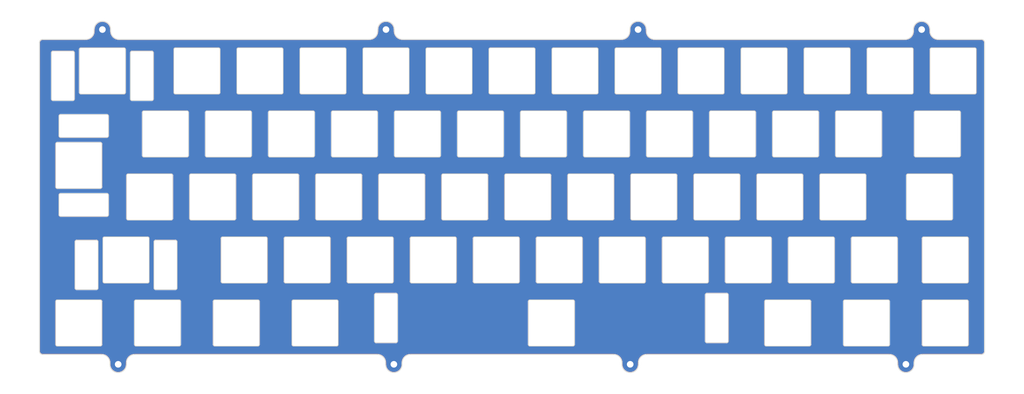
<source format=kicad_pcb>
(kicad_pcb (version 20171130) (host pcbnew 5.1.6-c6e7f7d~86~ubuntu20.04.1)
  (title_block (title KeebsPCB) (date 2019-09-25) (rev pre-Alpha) (comment 1 "Designed by Gondolindrim") (comment 2 "In partnership with MrKeebs") (comment 3 "Project page: http://github.com/Gondolindrim/KeebsPCB"))
  (layers (0 F.Cu signal) (31 B.Cu signal) (34 B.Paste user) (35 F.Paste user) (36 B.SilkS user) (37 F.SilkS user) (38 B.Mask user) (39 F.Mask user) (44 Edge.Cuts user))
  (net 0 "")
  (net 1 tierra)
  (module muente_plate:MX625 (layer F.Cu) (at 225.14474 184.71432 180)
    (fp_text reference SW57)
    (fp_text value SPACE_625)
    (fp_line (start -6.5 -7) (end 6.5 -7) (layer Edge.Cuts) (width 0.2))
    (fp_line (start -7 -6.5) (end -7 6.5) (layer Edge.Cuts) (width 0.2))
    (fp_line (start 7 -6.5) (end 7 6.5) (layer Edge.Cuts) (width 0.2))
    (fp_line (start -6.5 7) (end 6.5 7) (layer Edge.Cuts) (width 0.2))
    (fp_line (start 47 9) (end 53 9) (layer Edge.Cuts) (width 0.2))
    (fp_line (start 47 -6) (end 53 -6) (layer Edge.Cuts) (width 0.2))
    (fp_line (start 53.5 -5.5) (end 53.5 8.5) (layer Edge.Cuts) (width 0.2))
    (fp_line (start -46.5 -5.5) (end -46.5 8.5) (layer Edge.Cuts) (width 0.2))
    (fp_line (start -53.5 -5.5) (end -53.5 8.5) (layer Edge.Cuts) (width 0.2))
    (fp_line (start -53 -6) (end -47 -6) (layer Edge.Cuts) (width 0.2))
    (fp_line (start 46.5 -5.5) (end 46.5 8.5) (layer Edge.Cuts) (width 0.2))
    (fp_line (start -53 9) (end -47 9) (layer Edge.Cuts) (width 0.2))
    (fp_arc (start 53 8.5) (end 53 9) (angle -90) (layer Edge.Cuts) (width 0.2))
    (fp_arc (start 47 -5.5) (end 47 -6) (angle -90) (layer Edge.Cuts) (width 0.2))
    (fp_arc (start -47 8.5) (end -47 9) (angle -90) (layer Edge.Cuts) (width 0.2))
    (fp_arc (start -53 8.5) (end -53.5 8.5) (angle -90) (layer Edge.Cuts) (width 0.2))
    (fp_arc (start 53 -5.5) (end 53.5 -5.5) (angle -90) (layer Edge.Cuts) (width 0.2))
    (fp_arc (start -47 -5.5) (end -46.5 -5.5) (angle -90) (layer Edge.Cuts) (width 0.2))
    (fp_arc (start 47 8.5) (end 46.5 8.5) (angle -90) (layer Edge.Cuts) (width 0.2))
    (fp_arc (start -53 -5.5) (end -53 -6) (angle -90) (layer Edge.Cuts) (width 0.2))
    (fp_arc (start 6.5 -6.5) (end 7 -6.5) (angle -90) (layer Edge.Cuts) (width 0.2))
    (fp_arc (start -6.5 6.5) (end -7 6.5) (angle -90) (layer Edge.Cuts) (width 0.2))
    (fp_arc (start 6.5 6.5) (end 6.5 7) (angle -90) (layer Edge.Cuts) (width 0.2))
    (fp_arc (start -6.5 -6.5) (end -6.5 -7) (angle -90) (layer Edge.Cuts) (width 0.2))
    (pad 1 smd rect (at -53.85 1.5 180) (size 0.5 14) (layers B.Cu B.Mask) (net 1 tierra))
    (pad 1 smd custom (at 7.1 -7.1 90) (size 0.1 0.1) (layers B.Cu B.Mask) (net 1 tierra) (options (clearance outline) (anchor rect)) (primitives (gr_arc (start 0.6 0.6) (end 0.6 -0.25) (angle -90) (width 0.5))))
    (pad 1 smd rect (at 0 -7.35 90) (size 0.5 13) (layers B.Cu B.Mask) (net 1 tierra))
    (pad 1 smd custom (at 53.6 -6.1 90) (size 0.1 0.1) (layers B.Cu B.Mask) (net 1 tierra) (options (clearance outline) (anchor rect)) (primitives (gr_arc (start 0.6 0.6) (end 0.6 -0.25) (angle -90) (width 0.5))))
    (pad 1 smd custom (at -46.4 9.1) (size 0.1 0.1) (layers B.Cu B.Mask) (net 1 tierra) (options (clearance outline) (anchor rect)) (primitives (gr_arc (start 0.6 0.6) (end 0.6 -0.25) (angle -90) (width 0.5))))
    (pad 1 smd custom (at -53.6 9.1 270) (size 0.1 0.1) (layers B.Cu B.Mask) (net 1 tierra) (options (clearance outline) (anchor rect)) (primitives (gr_arc (start 0.6 0.6) (end 0.6 -0.25) (angle -90) (width 0.5))))
    (pad 1 smd rect (at -50 -6.35 90) (size 0.5 6) (layers B.Cu B.Mask) (net 1 tierra))
    (pad 1 smd rect (at 53.85 1.5) (size 0.5 14) (layers B.Cu B.Mask) (net 1 tierra))
    (pad 1 smd custom (at 53.6 9.1) (size 0.1 0.1) (layers B.Cu B.Mask) (net 1 tierra) (options (clearance outline) (anchor rect)) (primitives (gr_arc (start 0.6 0.6) (end 0.6 -0.25) (angle -90) (width 0.5))))
    (pad 1 smd rect (at 0 7.35 270) (size 0.5 13) (layers B.Cu B.Mask) (net 1 tierra))
    (pad 1 smd rect (at 50 -6.35 90) (size 0.5 6) (layers B.Cu B.Mask) (net 1 tierra))
    (pad 1 smd rect (at -7.35 0 180) (size 0.5 13) (layers B.Cu B.Mask) (net 1 tierra))
    (pad 1 smd custom (at 7.1 7.1) (size 0.1 0.1) (layers B.Cu B.Mask) (net 1 tierra) (options (clearance outline) (anchor rect)) (primitives (gr_arc (start 0.6 0.6) (end 0.6 -0.25) (angle -90) (width 0.5))))
    (pad 1 smd rect (at -46.15 1.5 180) (size 0.5 14) (layers B.Cu B.Mask) (net 1 tierra))
    (pad 1 smd custom (at 46.4 -6.1 180) (size 0.1 0.1) (layers B.Cu B.Mask) (net 1 tierra) (options (clearance outline) (anchor rect)) (primitives (gr_arc (start 0.6 0.6) (end 0.6 -0.25) (angle -90) (width 0.5))))
    (pad 1 smd custom (at -7.1 7.1 270) (size 0.1 0.1) (layers B.Cu B.Mask) (net 1 tierra) (options (clearance outline) (anchor rect)) (primitives (gr_arc (start 0.6 0.6) (end 0.6 -0.25) (angle -90) (width 0.5))))
    (pad 1 smd custom (at -7.1 -7.1 180) (size 0.1 0.1) (layers B.Cu B.Mask) (net 1 tierra) (options (clearance outline) (anchor rect)) (primitives (gr_arc (start 0.6 0.6) (end 0.6 -0.25) (angle -90) (width 0.5))))
    (pad 1 smd custom (at 46.4 9.1 270) (size 0.1 0.1) (layers B.Cu B.Mask) (net 1 tierra) (options (clearance outline) (anchor rect)) (primitives (gr_arc (start 0.6 0.6) (end 0.6 -0.25) (angle -90) (width 0.5))))
    (pad 1 smd custom (at -46.4 -6.1 90) (size 0.1 0.1) (layers B.Cu B.Mask) (net 1 tierra) (options (clearance outline) (anchor rect)) (primitives (gr_arc (start 0.6 0.6) (end 0.6 -0.25) (angle -90) (width 0.5))))
    (pad 1 smd rect (at 46.15 1.5) (size 0.5 14) (layers B.Cu B.Mask) (net 1 tierra))
    (pad 1 smd custom (at -53.6 -6.1 180) (size 0.1 0.1) (layers B.Cu B.Mask) (net 1 tierra) (options (clearance outline) (anchor rect)) (primitives (gr_arc (start 0.6 0.6) (end 0.6 -0.25) (angle -90) (width 0.5))))
    (pad 1 smd rect (at -50 9.35 90) (size 0.5 6) (layers B.Cu B.Mask) (net 1 tierra))
    (pad 1 smd rect (at 7.35 0) (size 0.5 13) (layers B.Cu B.Mask) (net 1 tierra))
    (pad 1 smd rect (at 50 9.35 90) (size 0.5 6) (layers B.Cu B.Mask) (net 1 tierra))
    (pad 1 smd rect (at 46.15 1.5) (size 0.5 14) (layers F.Cu F.Mask) (net 1 tierra))
    (pad 1 smd custom (at 46.4 -6.1 180) (size 0.1 0.1) (layers F.Cu F.Mask) (net 1 tierra) (options (clearance outline) (anchor rect)) (primitives (gr_arc (start 0.6 0.6) (end 0.6 -0.25) (angle -90) (width 0.5))))
    (pad 1 smd custom (at -46.4 -6.1 90) (size 0.1 0.1) (layers F.Cu F.Mask) (net 1 tierra) (options (clearance outline) (anchor rect)) (primitives (gr_arc (start 0.6 0.6) (end 0.6 -0.25) (angle -90) (width 0.5))))
    (pad 1 smd rect (at -50 9.35 90) (size 0.5 6) (layers F.Cu F.Mask) (net 1 tierra))
    (pad 1 smd rect (at -46.15 1.5 180) (size 0.5 14) (layers F.Cu F.Mask) (net 1 tierra))
    (pad 1 smd rect (at 50 -6.35 90) (size 0.5 6) (layers F.Cu F.Mask) (net 1 tierra))
    (pad 1 smd rect (at 50 9.35 90) (size 0.5 6) (layers F.Cu F.Mask) (net 1 tierra))
    (pad 1 smd custom (at 53.6 9.1) (size 0.1 0.1) (layers F.Cu F.Mask) (net 1 tierra) (options (clearance outline) (anchor rect)) (primitives (gr_arc (start 0.6 0.6) (end 0.6 -0.25) (angle -90) (width 0.5))))
    (pad 1 smd rect (at -53.85 1.5 180) (size 0.5 14) (layers F.Cu F.Mask) (net 1 tierra))
    (pad 1 smd custom (at -53.6 -6.1 180) (size 0.1 0.1) (layers F.Cu F.Mask) (net 1 tierra) (options (clearance outline) (anchor rect)) (primitives (gr_arc (start 0.6 0.6) (end 0.6 -0.25) (angle -90) (width 0.5))))
    (pad 1 smd custom (at -53.6 9.1 270) (size 0.1 0.1) (layers F.Cu F.Mask) (net 1 tierra) (options (clearance outline) (anchor rect)) (primitives (gr_arc (start 0.6 0.6) (end 0.6 -0.25) (angle -90) (width 0.5))))
    (pad 1 smd custom (at 53.6 -6.1 90) (size 0.1 0.1) (layers F.Cu F.Mask) (net 1 tierra) (options (clearance outline) (anchor rect)) (primitives (gr_arc (start 0.6 0.6) (end 0.6 -0.25) (angle -90) (width 0.5))))
    (pad 1 smd custom (at 46.4 9.1 270) (size 0.1 0.1) (layers F.Cu F.Mask) (net 1 tierra) (options (clearance outline) (anchor rect)) (primitives (gr_arc (start 0.6 0.6) (end 0.6 -0.25) (angle -90) (width 0.5))))
    (pad 1 smd rect (at 53.85 1.5) (size 0.5 14) (layers F.Cu F.Mask) (net 1 tierra))
    (pad 1 smd custom (at -46.4 9.1) (size 0.1 0.1) (layers F.Cu F.Mask) (net 1 tierra) (options (clearance outline) (anchor rect)) (primitives (gr_arc (start 0.6 0.6) (end 0.6 -0.25) (angle -90) (width 0.5))))
    (pad 1 smd rect (at -50 -6.35 90) (size 0.5 6) (layers F.Cu F.Mask) (net 1 tierra))
    (pad 1 smd custom (at 7.1 -7.1 90) (size 0.1 0.1) (layers F.Cu F.Mask) (net 1 tierra) (options (clearance outline) (anchor rect)) (primitives (gr_arc (start 0.6 0.6) (end 0.6 -0.25) (angle -90) (width 0.5))))
    (pad 1 smd rect (at 0 -7.35 90) (size 0.5 13) (layers F.Cu F.Mask) (net 1 tierra))
    (pad 1 smd custom (at 7.1 7.1) (size 0.1 0.1) (layers F.Cu F.Mask) (net 1 tierra) (options (clearance outline) (anchor rect)) (primitives (gr_arc (start 0.6 0.6) (end 0.6 -0.25) (angle -90) (width 0.5))))
    (pad 1 smd custom (at -7.1 7.1 270) (size 0.1 0.1) (layers F.Cu F.Mask) (net 1 tierra) (options (clearance outline) (anchor rect)) (primitives (gr_arc (start 0.6 0.6) (end 0.6 -0.25) (angle -90) (width 0.5))))
    (pad 1 smd rect (at 0 7.35 270) (size 0.5 13) (layers F.Cu F.Mask) (net 1 tierra))
    (pad 1 smd rect (at 7.35 0) (size 0.5 13) (layers F.Cu F.Mask) (net 1 tierra))
    (pad 1 smd custom (at -7.1 -7.1 180) (size 0.1 0.1) (layers F.Cu F.Mask) (net 1 tierra) (options (clearance outline) (anchor rect)) (primitives (gr_arc (start 0.6 0.6) (end 0.6 -0.25) (angle -90) (width 0.5))))
    (pad 1 smd rect (at -7.35 0 180) (size 0.5 13) (layers F.Cu F.Mask) (net 1 tierra))
  )
  (module muente_plate:MX200 (layer F.Cu) (at 96.5567 165.66424)
    (fp_text reference SW53)
    (fp_text value RSHIFT_275)
    (fp_line (start -6.5 -7) (end 6.5 -7) (layer Edge.Cuts) (width 0.2))
    (fp_line (start -7 -6.5) (end -7 6.5) (layer Edge.Cuts) (width 0.2))
    (fp_line (start 7 -6.5) (end 7 6.5) (layer Edge.Cuts) (width 0.2))
    (fp_line (start -6.5 7) (end 6.5 7) (layer Edge.Cuts) (width 0.2))
    (fp_line (start -15.438 -5.5) (end -15.438 8.5) (layer Edge.Cuts) (width 0.2))
    (fp_line (start -8.438 -5.5) (end -8.438 8.5) (layer Edge.Cuts) (width 0.2))
    (fp_line (start 8.938 -6) (end 14.938 -6) (layer Edge.Cuts) (width 0.2))
    (fp_line (start 8.938 9) (end 14.938 9) (layer Edge.Cuts) (width 0.2))
    (fp_line (start 8.438 -5.5) (end 8.438 8.5) (layer Edge.Cuts) (width 0.2))
    (fp_line (start 15.438 -5.5) (end 15.438 8.5) (layer Edge.Cuts) (width 0.2))
    (fp_line (start -14.938 -6) (end -8.938 -6) (layer Edge.Cuts) (width 0.2))
    (fp_line (start -14.938 9) (end -8.938 9) (layer Edge.Cuts) (width 0.2))
    (fp_arc (start 14.938 8.5) (end 14.938 9) (angle -90) (layer Edge.Cuts) (width 0.2))
    (fp_arc (start 8.938 8.5) (end 8.438 8.5) (angle -90) (layer Edge.Cuts) (width 0.2))
    (fp_arc (start 14.938 -5.5) (end 15.438 -5.5) (angle -90) (layer Edge.Cuts) (width 0.2))
    (fp_arc (start 8.938 -5.5) (end 8.938 -6) (angle -90) (layer Edge.Cuts) (width 0.2))
    (fp_arc (start -8.938 8.5) (end -8.938 9) (angle -90) (layer Edge.Cuts) (width 0.2))
    (fp_arc (start -14.938 8.5) (end -15.438 8.5) (angle -90) (layer Edge.Cuts) (width 0.2))
    (fp_arc (start -8.938 -5.5) (end -8.438 -5.5) (angle -90) (layer Edge.Cuts) (width 0.2))
    (fp_arc (start -14.938 -5.5) (end -14.938 -6) (angle -90) (layer Edge.Cuts) (width 0.2))
    (fp_arc (start 6.5 -6.5) (end 7 -6.5) (angle -90) (layer Edge.Cuts) (width 0.2))
    (fp_arc (start -6.5 6.5) (end -7 6.5) (angle -90) (layer Edge.Cuts) (width 0.2))
    (fp_arc (start 6.5 6.5) (end 6.5 7) (angle -90) (layer Edge.Cuts) (width 0.2))
    (fp_arc (start -6.5 -6.5) (end -6.5 -7) (angle -90) (layer Edge.Cuts) (width 0.2))
    (pad 1 smd rect (at 7.35 0 180) (size 0.5 13) (layers B.Cu B.Mask) (net 1 tierra))
    (pad 1 smd custom (at -7.1 -7.1) (size 0.1 0.1) (layers B.Cu B.Mask) (net 1 tierra) (options (clearance outline) (anchor rect)) (primitives (gr_arc (start 0.6 0.6) (end 0.6 -0.25) (angle -90) (width 0.5))))
    (pad 1 smd custom (at 7.1 -7.1 270) (size 0.1 0.1) (layers B.Cu B.Mask) (net 1 tierra) (options (clearance outline) (anchor rect)) (primitives (gr_arc (start 0.6 0.6) (end 0.6 -0.25) (angle -90) (width 0.5))))
    (pad 1 smd custom (at -7.1 7.1 90) (size 0.1 0.1) (layers B.Cu B.Mask) (net 1 tierra) (options (clearance outline) (anchor rect)) (primitives (gr_arc (start 0.6 0.6) (end 0.6 -0.25) (angle -90) (width 0.5))))
    (pad 1 smd rect (at 0 -7.35 270) (size 0.5 13) (layers B.Cu B.Mask) (net 1 tierra))
    (pad 1 smd rect (at 0 7.35 90) (size 0.5 13) (layers B.Cu B.Mask) (net 1 tierra))
    (pad 1 smd rect (at -7.35 0) (size 0.5 13) (layers B.Cu B.Mask) (net 1 tierra))
    (pad 1 smd custom (at 7.1 7.1 180) (size 0.1 0.1) (layers B.Cu B.Mask) (net 1 tierra) (options (clearance outline) (anchor rect)) (primitives (gr_arc (start 0.6 0.6) (end 0.6 -0.25) (angle -90) (width 0.5))))
    (pad 1 smd custom (at -15.538 -6.1) (size 0.1 0.1) (layers B.Cu B.Mask) (net 1 tierra) (options (clearance outline) (anchor rect)) (primitives (gr_arc (start 0.6 0.6) (end 0.6 -0.25) (angle -90) (width 0.5))))
    (pad 1 smd rect (at 15.788 1.5 180) (size 0.5 14) (layers B.Cu B.Mask) (net 1 tierra))
    (pad 1 smd rect (at -11.938 -6.35 270) (size 0.5 6) (layers B.Cu B.Mask) (net 1 tierra))
    (pad 1 smd rect (at 11.938 -6.35 270) (size 0.5 6) (layers B.Cu B.Mask) (net 1 tierra))
    (pad 1 smd custom (at 15.538 9.1 180) (size 0.1 0.1) (layers B.Cu B.Mask) (net 1 tierra) (options (clearance outline) (anchor rect)) (primitives (gr_arc (start 0.6 0.6) (end 0.6 -0.25) (angle -90) (width 0.5))))
    (pad 1 smd rect (at -15.788 1.5) (size 0.5 14) (layers B.Cu B.Mask) (net 1 tierra))
    (pad 1 smd custom (at -15.538 9.1 90) (size 0.1 0.1) (layers B.Cu B.Mask) (net 1 tierra) (options (clearance outline) (anchor rect)) (primitives (gr_arc (start 0.6 0.6) (end 0.6 -0.25) (angle -90) (width 0.5))))
    (pad 1 smd custom (at 15.538 -6.1 270) (size 0.1 0.1) (layers B.Cu B.Mask) (net 1 tierra) (options (clearance outline) (anchor rect)) (primitives (gr_arc (start 0.6 0.6) (end 0.6 -0.25) (angle -90) (width 0.5))))
    (pad 1 smd custom (at 8.338 9.1 90) (size 0.1 0.1) (layers B.Cu B.Mask) (net 1 tierra) (options (clearance outline) (anchor rect)) (primitives (gr_arc (start 0.6 0.6) (end 0.6 -0.25) (angle -90) (width 0.5))))
    (pad 1 smd rect (at 8.088 1.5 180) (size 0.5 14) (layers B.Cu B.Mask) (net 1 tierra))
    (pad 1 smd custom (at 8.338 -6.1) (size 0.1 0.1) (layers B.Cu B.Mask) (net 1 tierra) (options (clearance outline) (anchor rect)) (primitives (gr_arc (start 0.6 0.6) (end 0.6 -0.25) (angle -90) (width 0.5))))
    (pad 1 smd rect (at -8.088 1.5) (size 0.5 14) (layers B.Cu B.Mask) (net 1 tierra))
    (pad 1 smd rect (at -11.938 9.35 270) (size 0.5 6) (layers B.Cu B.Mask) (net 1 tierra))
    (pad 1 smd rect (at 11.938 9.35 270) (size 0.5 6) (layers B.Cu B.Mask) (net 1 tierra))
    (pad 1 smd custom (at -8.338 -6.1 270) (size 0.1 0.1) (layers B.Cu B.Mask) (net 1 tierra) (options (clearance outline) (anchor rect)) (primitives (gr_arc (start 0.6 0.6) (end 0.6 -0.25) (angle -90) (width 0.5))))
    (pad 1 smd custom (at -8.338 9.1 180) (size 0.1 0.1) (layers B.Cu B.Mask) (net 1 tierra) (options (clearance outline) (anchor rect)) (primitives (gr_arc (start 0.6 0.6) (end 0.6 -0.25) (angle -90) (width 0.5))))
    (pad 1 smd custom (at 8.338 9.1 90) (size 0.1 0.1) (layers F.Cu F.Mask) (net 1 tierra) (options (clearance outline) (anchor rect)) (primitives (gr_arc (start 0.6 0.6) (end 0.6 -0.25) (angle -90) (width 0.5))))
    (pad 1 smd custom (at 15.538 -6.1 270) (size 0.1 0.1) (layers F.Cu F.Mask) (net 1 tierra) (options (clearance outline) (anchor rect)) (primitives (gr_arc (start 0.6 0.6) (end 0.6 -0.25) (angle -90) (width 0.5))))
    (pad 1 smd custom (at 15.538 9.1 180) (size 0.1 0.1) (layers F.Cu F.Mask) (net 1 tierra) (options (clearance outline) (anchor rect)) (primitives (gr_arc (start 0.6 0.6) (end 0.6 -0.25) (angle -90) (width 0.5))))
    (pad 1 smd custom (at 8.338 -6.1) (size 0.1 0.1) (layers F.Cu F.Mask) (net 1 tierra) (options (clearance outline) (anchor rect)) (primitives (gr_arc (start 0.6 0.6) (end 0.6 -0.25) (angle -90) (width 0.5))))
    (pad 1 smd custom (at -8.338 -6.1 270) (size 0.1 0.1) (layers F.Cu F.Mask) (net 1 tierra) (options (clearance outline) (anchor rect)) (primitives (gr_arc (start 0.6 0.6) (end 0.6 -0.25) (angle -90) (width 0.5))))
    (pad 1 smd custom (at -8.338 9.1 180) (size 0.1 0.1) (layers F.Cu F.Mask) (net 1 tierra) (options (clearance outline) (anchor rect)) (primitives (gr_arc (start 0.6 0.6) (end 0.6 -0.25) (angle -90) (width 0.5))))
    (pad 1 smd custom (at -15.538 9.1 90) (size 0.1 0.1) (layers F.Cu F.Mask) (net 1 tierra) (options (clearance outline) (anchor rect)) (primitives (gr_arc (start 0.6 0.6) (end 0.6 -0.25) (angle -90) (width 0.5))))
    (pad 1 smd custom (at -15.538 -6.1) (size 0.1 0.1) (layers F.Cu F.Mask) (net 1 tierra) (options (clearance outline) (anchor rect)) (primitives (gr_arc (start 0.6 0.6) (end 0.6 -0.25) (angle -90) (width 0.5))))
    (pad 1 smd rect (at 11.938 9.35 270) (size 0.5 6) (layers F.Cu F.Mask) (net 1 tierra))
    (pad 1 smd rect (at 11.938 -6.35 270) (size 0.5 6) (layers F.Cu F.Mask) (net 1 tierra))
    (pad 1 smd rect (at -11.938 9.35 270) (size 0.5 6) (layers F.Cu F.Mask) (net 1 tierra))
    (pad 1 smd rect (at -11.938 -6.35 270) (size 0.5 6) (layers F.Cu F.Mask) (net 1 tierra))
    (pad 1 smd rect (at 8.088 1.5 180) (size 0.5 14) (layers F.Cu F.Mask) (net 1 tierra))
    (pad 1 smd rect (at 15.788 1.5 180) (size 0.5 14) (layers F.Cu F.Mask) (net 1 tierra))
    (pad 1 smd rect (at -8.088 1.5) (size 0.5 14) (layers F.Cu F.Mask) (net 1 tierra))
    (pad 1 smd rect (at -15.788 1.5) (size 0.5 14) (layers F.Cu F.Mask) (net 1 tierra))
    (pad 1 smd custom (at 7.1 -7.1 270) (size 0.1 0.1) (layers F.Cu F.Mask) (net 1 tierra) (options (clearance outline) (anchor rect)) (primitives (gr_arc (start 0.6 0.6) (end 0.6 -0.25) (angle -90) (width 0.5))))
    (pad 1 smd rect (at 0 -7.35 270) (size 0.5 13) (layers F.Cu F.Mask) (net 1 tierra))
    (pad 1 smd custom (at 7.1 7.1 180) (size 0.1 0.1) (layers F.Cu F.Mask) (net 1 tierra) (options (clearance outline) (anchor rect)) (primitives (gr_arc (start 0.6 0.6) (end 0.6 -0.25) (angle -90) (width 0.5))))
    (pad 1 smd custom (at -7.1 7.1 90) (size 0.1 0.1) (layers F.Cu F.Mask) (net 1 tierra) (options (clearance outline) (anchor rect)) (primitives (gr_arc (start 0.6 0.6) (end 0.6 -0.25) (angle -90) (width 0.5))))
    (pad 1 smd rect (at 0 7.35 90) (size 0.5 13) (layers F.Cu F.Mask) (net 1 tierra))
    (pad 1 smd rect (at 7.35 0 180) (size 0.5 13) (layers F.Cu F.Mask) (net 1 tierra))
    (pad 1 smd custom (at -7.1 -7.1) (size 0.1 0.1) (layers F.Cu F.Mask) (net 1 tierra) (options (clearance outline) (anchor rect)) (primitives (gr_arc (start 0.6 0.6) (end 0.6 -0.25) (angle -90) (width 0.5))))
    (pad 1 smd rect (at -7.35 0) (size 0.5 13) (layers F.Cu F.Mask) (net 1 tierra))
  )
  (module muente_plate:MX200 (layer F.Cu) (at 82.269985 137.089065 90)
    (fp_text reference SW41)
    (fp_text value ENTER_ISO)
    (fp_line (start -6.5 -7) (end 6.5 -7) (layer Edge.Cuts) (width 0.2))
    (fp_line (start -7 -6.5) (end -7 6.5) (layer Edge.Cuts) (width 0.2))
    (fp_line (start 7 -6.5) (end 7 6.5) (layer Edge.Cuts) (width 0.2))
    (fp_line (start -6.5 7) (end 6.5 7) (layer Edge.Cuts) (width 0.2))
    (fp_line (start -15.438 -5.5) (end -15.438 8.5) (layer Edge.Cuts) (width 0.2))
    (fp_line (start -8.438 -5.5) (end -8.438 8.5) (layer Edge.Cuts) (width 0.2))
    (fp_line (start 8.938 -6) (end 14.938 -6) (layer Edge.Cuts) (width 0.2))
    (fp_line (start 8.938 9) (end 14.938 9) (layer Edge.Cuts) (width 0.2))
    (fp_line (start 8.438 -5.5) (end 8.438 8.5) (layer Edge.Cuts) (width 0.2))
    (fp_line (start 15.438 -5.5) (end 15.438 8.5) (layer Edge.Cuts) (width 0.2))
    (fp_line (start -14.938 -6) (end -8.938 -6) (layer Edge.Cuts) (width 0.2))
    (fp_line (start -14.938 9) (end -8.938 9) (layer Edge.Cuts) (width 0.2))
    (fp_arc (start 14.938 8.5) (end 14.938 9) (angle -90) (layer Edge.Cuts) (width 0.2))
    (fp_arc (start 8.938 8.5) (end 8.438 8.5) (angle -90) (layer Edge.Cuts) (width 0.2))
    (fp_arc (start 14.938 -5.5) (end 15.438 -5.5) (angle -90) (layer Edge.Cuts) (width 0.2))
    (fp_arc (start 8.938 -5.5) (end 8.938 -6) (angle -90) (layer Edge.Cuts) (width 0.2))
    (fp_arc (start -8.938 8.5) (end -8.938 9) (angle -90) (layer Edge.Cuts) (width 0.2))
    (fp_arc (start -14.938 8.5) (end -15.438 8.5) (angle -90) (layer Edge.Cuts) (width 0.2))
    (fp_arc (start -8.938 -5.5) (end -8.438 -5.5) (angle -90) (layer Edge.Cuts) (width 0.2))
    (fp_arc (start -14.938 -5.5) (end -14.938 -6) (angle -90) (layer Edge.Cuts) (width 0.2))
    (fp_arc (start 6.5 -6.5) (end 7 -6.5) (angle -90) (layer Edge.Cuts) (width 0.2))
    (fp_arc (start -6.5 6.5) (end -7 6.5) (angle -90) (layer Edge.Cuts) (width 0.2))
    (fp_arc (start 6.5 6.5) (end 6.5 7) (angle -90) (layer Edge.Cuts) (width 0.2))
    (fp_arc (start -6.5 -6.5) (end -6.5 -7) (angle -90) (layer Edge.Cuts) (width 0.2))
    (pad 1 smd rect (at 7.35 0 270) (size 0.5 13) (layers B.Cu B.Mask) (net 1 tierra))
    (pad 1 smd custom (at -7.1 -7.1 90) (size 0.1 0.1) (layers B.Cu B.Mask) (net 1 tierra) (options (clearance outline) (anchor rect)) (primitives (gr_arc (start 0.6 0.6) (end 0.6 -0.25) (angle -90) (width 0.5))))
    (pad 1 smd custom (at 7.1 -7.1) (size 0.1 0.1) (layers B.Cu B.Mask) (net 1 tierra) (options (clearance outline) (anchor rect)) (primitives (gr_arc (start 0.6 0.6) (end 0.6 -0.25) (angle -90) (width 0.5))))
    (pad 1 smd custom (at -7.1 7.1 180) (size 0.1 0.1) (layers B.Cu B.Mask) (net 1 tierra) (options (clearance outline) (anchor rect)) (primitives (gr_arc (start 0.6 0.6) (end 0.6 -0.25) (angle -90) (width 0.5))))
    (pad 1 smd rect (at 0 -7.35) (size 0.5 13) (layers B.Cu B.Mask) (net 1 tierra))
    (pad 1 smd rect (at 0 7.35 180) (size 0.5 13) (layers B.Cu B.Mask) (net 1 tierra))
    (pad 1 smd rect (at -7.35 0 90) (size 0.5 13) (layers B.Cu B.Mask) (net 1 tierra))
    (pad 1 smd custom (at 7.1 7.1 270) (size 0.1 0.1) (layers B.Cu B.Mask) (net 1 tierra) (options (clearance outline) (anchor rect)) (primitives (gr_arc (start 0.6 0.6) (end 0.6 -0.25) (angle -90) (width 0.5))))
    (pad 1 smd custom (at -15.538 -6.1 90) (size 0.1 0.1) (layers B.Cu B.Mask) (net 1 tierra) (options (clearance outline) (anchor rect)) (primitives (gr_arc (start 0.6 0.6) (end 0.6 -0.25) (angle -90) (width 0.5))))
    (pad 1 smd rect (at 15.788 1.5 270) (size 0.5 14) (layers B.Cu B.Mask) (net 1 tierra))
    (pad 1 smd rect (at -11.938 -6.35) (size 0.5 6) (layers B.Cu B.Mask) (net 1 tierra))
    (pad 1 smd rect (at 11.938 -6.35) (size 0.5 6) (layers B.Cu B.Mask) (net 1 tierra))
    (pad 1 smd custom (at 15.538 9.1 270) (size 0.1 0.1) (layers B.Cu B.Mask) (net 1 tierra) (options (clearance outline) (anchor rect)) (primitives (gr_arc (start 0.6 0.6) (end 0.6 -0.25) (angle -90) (width 0.5))))
    (pad 1 smd rect (at -15.788 1.5 90) (size 0.5 14) (layers B.Cu B.Mask) (net 1 tierra))
    (pad 1 smd custom (at -15.538 9.1 180) (size 0.1 0.1) (layers B.Cu B.Mask) (net 1 tierra) (options (clearance outline) (anchor rect)) (primitives (gr_arc (start 0.6 0.6) (end 0.6 -0.25) (angle -90) (width 0.5))))
    (pad 1 smd custom (at 15.538 -6.1) (size 0.1 0.1) (layers B.Cu B.Mask) (net 1 tierra) (options (clearance outline) (anchor rect)) (primitives (gr_arc (start 0.6 0.6) (end 0.6 -0.25) (angle -90) (width 0.5))))
    (pad 1 smd custom (at 8.338 9.1 180) (size 0.1 0.1) (layers B.Cu B.Mask) (net 1 tierra) (options (clearance outline) (anchor rect)) (primitives (gr_arc (start 0.6 0.6) (end 0.6 -0.25) (angle -90) (width 0.5))))
    (pad 1 smd rect (at 8.088 1.5 270) (size 0.5 14) (layers B.Cu B.Mask) (net 1 tierra))
    (pad 1 smd custom (at 8.338 -6.1 90) (size 0.1 0.1) (layers B.Cu B.Mask) (net 1 tierra) (options (clearance outline) (anchor rect)) (primitives (gr_arc (start 0.6 0.6) (end 0.6 -0.25) (angle -90) (width 0.5))))
    (pad 1 smd rect (at -8.088 1.5 90) (size 0.5 14) (layers B.Cu B.Mask) (net 1 tierra))
    (pad 1 smd rect (at -11.938 9.35) (size 0.5 6) (layers B.Cu B.Mask) (net 1 tierra))
    (pad 1 smd rect (at 11.938 9.35) (size 0.5 6) (layers B.Cu B.Mask) (net 1 tierra))
    (pad 1 smd custom (at -8.338 -6.1) (size 0.1 0.1) (layers B.Cu B.Mask) (net 1 tierra) (options (clearance outline) (anchor rect)) (primitives (gr_arc (start 0.6 0.6) (end 0.6 -0.25) (angle -90) (width 0.5))))
    (pad 1 smd custom (at -8.338 9.1 270) (size 0.1 0.1) (layers B.Cu B.Mask) (net 1 tierra) (options (clearance outline) (anchor rect)) (primitives (gr_arc (start 0.6 0.6) (end 0.6 -0.25) (angle -90) (width 0.5))))
    (pad 1 smd custom (at 8.338 9.1 180) (size 0.1 0.1) (layers F.Cu F.Mask) (net 1 tierra) (options (clearance outline) (anchor rect)) (primitives (gr_arc (start 0.6 0.6) (end 0.6 -0.25) (angle -90) (width 0.5))))
    (pad 1 smd custom (at 15.538 -6.1) (size 0.1 0.1) (layers F.Cu F.Mask) (net 1 tierra) (options (clearance outline) (anchor rect)) (primitives (gr_arc (start 0.6 0.6) (end 0.6 -0.25) (angle -90) (width 0.5))))
    (pad 1 smd custom (at 15.538 9.1 270) (size 0.1 0.1) (layers F.Cu F.Mask) (net 1 tierra) (options (clearance outline) (anchor rect)) (primitives (gr_arc (start 0.6 0.6) (end 0.6 -0.25) (angle -90) (width 0.5))))
    (pad 1 smd custom (at 8.338 -6.1 90) (size 0.1 0.1) (layers F.Cu F.Mask) (net 1 tierra) (options (clearance outline) (anchor rect)) (primitives (gr_arc (start 0.6 0.6) (end 0.6 -0.25) (angle -90) (width 0.5))))
    (pad 1 smd custom (at -8.338 -6.1) (size 0.1 0.1) (layers F.Cu F.Mask) (net 1 tierra) (options (clearance outline) (anchor rect)) (primitives (gr_arc (start 0.6 0.6) (end 0.6 -0.25) (angle -90) (width 0.5))))
    (pad 1 smd custom (at -8.338 9.1 270) (size 0.1 0.1) (layers F.Cu F.Mask) (net 1 tierra) (options (clearance outline) (anchor rect)) (primitives (gr_arc (start 0.6 0.6) (end 0.6 -0.25) (angle -90) (width 0.5))))
    (pad 1 smd custom (at -15.538 9.1 180) (size 0.1 0.1) (layers F.Cu F.Mask) (net 1 tierra) (options (clearance outline) (anchor rect)) (primitives (gr_arc (start 0.6 0.6) (end 0.6 -0.25) (angle -90) (width 0.5))))
    (pad 1 smd custom (at -15.538 -6.1 90) (size 0.1 0.1) (layers F.Cu F.Mask) (net 1 tierra) (options (clearance outline) (anchor rect)) (primitives (gr_arc (start 0.6 0.6) (end 0.6 -0.25) (angle -90) (width 0.5))))
    (pad 1 smd rect (at 11.938 9.35) (size 0.5 6) (layers F.Cu F.Mask) (net 1 tierra))
    (pad 1 smd rect (at 11.938 -6.35) (size 0.5 6) (layers F.Cu F.Mask) (net 1 tierra))
    (pad 1 smd rect (at -11.938 9.35) (size 0.5 6) (layers F.Cu F.Mask) (net 1 tierra))
    (pad 1 smd rect (at -11.938 -6.35) (size 0.5 6) (layers F.Cu F.Mask) (net 1 tierra))
    (pad 1 smd rect (at 8.088 1.5 270) (size 0.5 14) (layers F.Cu F.Mask) (net 1 tierra))
    (pad 1 smd rect (at 15.788 1.5 270) (size 0.5 14) (layers F.Cu F.Mask) (net 1 tierra))
    (pad 1 smd rect (at -8.088 1.5 90) (size 0.5 14) (layers F.Cu F.Mask) (net 1 tierra))
    (pad 1 smd rect (at -15.788 1.5 90) (size 0.5 14) (layers F.Cu F.Mask) (net 1 tierra))
    (pad 1 smd custom (at 7.1 -7.1) (size 0.1 0.1) (layers F.Cu F.Mask) (net 1 tierra) (options (clearance outline) (anchor rect)) (primitives (gr_arc (start 0.6 0.6) (end 0.6 -0.25) (angle -90) (width 0.5))))
    (pad 1 smd rect (at 0 -7.35) (size 0.5 13) (layers F.Cu F.Mask) (net 1 tierra))
    (pad 1 smd custom (at 7.1 7.1 270) (size 0.1 0.1) (layers F.Cu F.Mask) (net 1 tierra) (options (clearance outline) (anchor rect)) (primitives (gr_arc (start 0.6 0.6) (end 0.6 -0.25) (angle -90) (width 0.5))))
    (pad 1 smd custom (at -7.1 7.1 180) (size 0.1 0.1) (layers F.Cu F.Mask) (net 1 tierra) (options (clearance outline) (anchor rect)) (primitives (gr_arc (start 0.6 0.6) (end 0.6 -0.25) (angle -90) (width 0.5))))
    (pad 1 smd rect (at 0 7.35 180) (size 0.5 13) (layers F.Cu F.Mask) (net 1 tierra))
    (pad 1 smd rect (at 7.35 0 270) (size 0.5 13) (layers F.Cu F.Mask) (net 1 tierra))
    (pad 1 smd custom (at -7.1 -7.1 90) (size 0.1 0.1) (layers F.Cu F.Mask) (net 1 tierra) (options (clearance outline) (anchor rect)) (primitives (gr_arc (start 0.6 0.6) (end 0.6 -0.25) (angle -90) (width 0.5))))
    (pad 1 smd rect (at -7.35 0 90) (size 0.5 13) (layers F.Cu F.Mask) (net 1 tierra))
  )
  (module muente_plate:MX200 (layer F.Cu) (at 89.41292 108.514)
    (fp_text reference SW14)
    (fp_text value BCKSPC_200)
    (fp_line (start -6.5 -7) (end 6.5 -7) (layer Edge.Cuts) (width 0.2))
    (fp_line (start -7 -6.5) (end -7 6.5) (layer Edge.Cuts) (width 0.2))
    (fp_line (start 7 -6.5) (end 7 6.5) (layer Edge.Cuts) (width 0.2))
    (fp_line (start -6.5 7) (end 6.5 7) (layer Edge.Cuts) (width 0.2))
    (fp_line (start -15.438 -5.5) (end -15.438 8.5) (layer Edge.Cuts) (width 0.2))
    (fp_line (start -8.438 -5.5) (end -8.438 8.5) (layer Edge.Cuts) (width 0.2))
    (fp_line (start 8.938 -6) (end 14.938 -6) (layer Edge.Cuts) (width 0.2))
    (fp_line (start 8.938 9) (end 14.938 9) (layer Edge.Cuts) (width 0.2))
    (fp_line (start 8.438 -5.5) (end 8.438 8.5) (layer Edge.Cuts) (width 0.2))
    (fp_line (start 15.438 -5.5) (end 15.438 8.5) (layer Edge.Cuts) (width 0.2))
    (fp_line (start -14.938 -6) (end -8.938 -6) (layer Edge.Cuts) (width 0.2))
    (fp_line (start -14.938 9) (end -8.938 9) (layer Edge.Cuts) (width 0.2))
    (fp_arc (start 14.938 8.5) (end 14.938 9) (angle -90) (layer Edge.Cuts) (width 0.2))
    (fp_arc (start 8.938 8.5) (end 8.438 8.5) (angle -90) (layer Edge.Cuts) (width 0.2))
    (fp_arc (start 14.938 -5.5) (end 15.438 -5.5) (angle -90) (layer Edge.Cuts) (width 0.2))
    (fp_arc (start 8.938 -5.5) (end 8.938 -6) (angle -90) (layer Edge.Cuts) (width 0.2))
    (fp_arc (start -8.938 8.5) (end -8.938 9) (angle -90) (layer Edge.Cuts) (width 0.2))
    (fp_arc (start -14.938 8.5) (end -15.438 8.5) (angle -90) (layer Edge.Cuts) (width 0.2))
    (fp_arc (start -8.938 -5.5) (end -8.438 -5.5) (angle -90) (layer Edge.Cuts) (width 0.2))
    (fp_arc (start -14.938 -5.5) (end -14.938 -6) (angle -90) (layer Edge.Cuts) (width 0.2))
    (fp_arc (start 6.5 -6.5) (end 7 -6.5) (angle -90) (layer Edge.Cuts) (width 0.2))
    (fp_arc (start -6.5 6.5) (end -7 6.5) (angle -90) (layer Edge.Cuts) (width 0.2))
    (fp_arc (start 6.5 6.5) (end 6.5 7) (angle -90) (layer Edge.Cuts) (width 0.2))
    (fp_arc (start -6.5 -6.5) (end -6.5 -7) (angle -90) (layer Edge.Cuts) (width 0.2))
    (pad 1 smd rect (at 7.35 0 180) (size 0.5 13) (layers B.Cu B.Mask) (net 1 tierra))
    (pad 1 smd custom (at -7.1 -7.1) (size 0.1 0.1) (layers B.Cu B.Mask) (net 1 tierra) (options (clearance outline) (anchor rect)) (primitives (gr_arc (start 0.6 0.6) (end 0.6 -0.25) (angle -90) (width 0.5))))
    (pad 1 smd custom (at 7.1 -7.1 270) (size 0.1 0.1) (layers B.Cu B.Mask) (net 1 tierra) (options (clearance outline) (anchor rect)) (primitives (gr_arc (start 0.6 0.6) (end 0.6 -0.25) (angle -90) (width 0.5))))
    (pad 1 smd custom (at -7.1 7.1 90) (size 0.1 0.1) (layers B.Cu B.Mask) (net 1 tierra) (options (clearance outline) (anchor rect)) (primitives (gr_arc (start 0.6 0.6) (end 0.6 -0.25) (angle -90) (width 0.5))))
    (pad 1 smd rect (at 0 -7.35 270) (size 0.5 13) (layers B.Cu B.Mask) (net 1 tierra))
    (pad 1 smd rect (at 0 7.35 90) (size 0.5 13) (layers B.Cu B.Mask) (net 1 tierra))
    (pad 1 smd rect (at -7.35 0) (size 0.5 13) (layers B.Cu B.Mask) (net 1 tierra))
    (pad 1 smd custom (at 7.1 7.1 180) (size 0.1 0.1) (layers B.Cu B.Mask) (net 1 tierra) (options (clearance outline) (anchor rect)) (primitives (gr_arc (start 0.6 0.6) (end 0.6 -0.25) (angle -90) (width 0.5))))
    (pad 1 smd custom (at -15.538 -6.1) (size 0.1 0.1) (layers B.Cu B.Mask) (net 1 tierra) (options (clearance outline) (anchor rect)) (primitives (gr_arc (start 0.6 0.6) (end 0.6 -0.25) (angle -90) (width 0.5))))
    (pad 1 smd rect (at 15.788 1.5 180) (size 0.5 14) (layers B.Cu B.Mask) (net 1 tierra))
    (pad 1 smd rect (at -11.938 -6.35 270) (size 0.5 6) (layers B.Cu B.Mask) (net 1 tierra))
    (pad 1 smd rect (at 11.938 -6.35 270) (size 0.5 6) (layers B.Cu B.Mask) (net 1 tierra))
    (pad 1 smd custom (at 15.538 9.1 180) (size 0.1 0.1) (layers B.Cu B.Mask) (net 1 tierra) (options (clearance outline) (anchor rect)) (primitives (gr_arc (start 0.6 0.6) (end 0.6 -0.25) (angle -90) (width 0.5))))
    (pad 1 smd rect (at -15.788 1.5) (size 0.5 14) (layers B.Cu B.Mask) (net 1 tierra))
    (pad 1 smd custom (at -15.538 9.1 90) (size 0.1 0.1) (layers B.Cu B.Mask) (net 1 tierra) (options (clearance outline) (anchor rect)) (primitives (gr_arc (start 0.6 0.6) (end 0.6 -0.25) (angle -90) (width 0.5))))
    (pad 1 smd custom (at 15.538 -6.1 270) (size 0.1 0.1) (layers B.Cu B.Mask) (net 1 tierra) (options (clearance outline) (anchor rect)) (primitives (gr_arc (start 0.6 0.6) (end 0.6 -0.25) (angle -90) (width 0.5))))
    (pad 1 smd custom (at 8.338 9.1 90) (size 0.1 0.1) (layers B.Cu B.Mask) (net 1 tierra) (options (clearance outline) (anchor rect)) (primitives (gr_arc (start 0.6 0.6) (end 0.6 -0.25) (angle -90) (width 0.5))))
    (pad 1 smd rect (at 8.088 1.5 180) (size 0.5 14) (layers B.Cu B.Mask) (net 1 tierra))
    (pad 1 smd custom (at 8.338 -6.1) (size 0.1 0.1) (layers B.Cu B.Mask) (net 1 tierra) (options (clearance outline) (anchor rect)) (primitives (gr_arc (start 0.6 0.6) (end 0.6 -0.25) (angle -90) (width 0.5))))
    (pad 1 smd rect (at -8.088 1.5) (size 0.5 14) (layers B.Cu B.Mask) (net 1 tierra))
    (pad 1 smd rect (at -11.938 9.35 270) (size 0.5 6) (layers B.Cu B.Mask) (net 1 tierra))
    (pad 1 smd rect (at 11.938 9.35 270) (size 0.5 6) (layers B.Cu B.Mask) (net 1 tierra))
    (pad 1 smd custom (at -8.338 -6.1 270) (size 0.1 0.1) (layers B.Cu B.Mask) (net 1 tierra) (options (clearance outline) (anchor rect)) (primitives (gr_arc (start 0.6 0.6) (end 0.6 -0.25) (angle -90) (width 0.5))))
    (pad 1 smd custom (at -8.338 9.1 180) (size 0.1 0.1) (layers B.Cu B.Mask) (net 1 tierra) (options (clearance outline) (anchor rect)) (primitives (gr_arc (start 0.6 0.6) (end 0.6 -0.25) (angle -90) (width 0.5))))
    (pad 1 smd custom (at 8.338 9.1 90) (size 0.1 0.1) (layers F.Cu F.Mask) (net 1 tierra) (options (clearance outline) (anchor rect)) (primitives (gr_arc (start 0.6 0.6) (end 0.6 -0.25) (angle -90) (width 0.5))))
    (pad 1 smd custom (at 15.538 -6.1 270) (size 0.1 0.1) (layers F.Cu F.Mask) (net 1 tierra) (options (clearance outline) (anchor rect)) (primitives (gr_arc (start 0.6 0.6) (end 0.6 -0.25) (angle -90) (width 0.5))))
    (pad 1 smd custom (at 15.538 9.1 180) (size 0.1 0.1) (layers F.Cu F.Mask) (net 1 tierra) (options (clearance outline) (anchor rect)) (primitives (gr_arc (start 0.6 0.6) (end 0.6 -0.25) (angle -90) (width 0.5))))
    (pad 1 smd custom (at 8.338 -6.1) (size 0.1 0.1) (layers F.Cu F.Mask) (net 1 tierra) (options (clearance outline) (anchor rect)) (primitives (gr_arc (start 0.6 0.6) (end 0.6 -0.25) (angle -90) (width 0.5))))
    (pad 1 smd custom (at -8.338 -6.1 270) (size 0.1 0.1) (layers F.Cu F.Mask) (net 1 tierra) (options (clearance outline) (anchor rect)) (primitives (gr_arc (start 0.6 0.6) (end 0.6 -0.25) (angle -90) (width 0.5))))
    (pad 1 smd custom (at -8.338 9.1 180) (size 0.1 0.1) (layers F.Cu F.Mask) (net 1 tierra) (options (clearance outline) (anchor rect)) (primitives (gr_arc (start 0.6 0.6) (end 0.6 -0.25) (angle -90) (width 0.5))))
    (pad 1 smd custom (at -15.538 9.1 90) (size 0.1 0.1) (layers F.Cu F.Mask) (net 1 tierra) (options (clearance outline) (anchor rect)) (primitives (gr_arc (start 0.6 0.6) (end 0.6 -0.25) (angle -90) (width 0.5))))
    (pad 1 smd custom (at -15.538 -6.1) (size 0.1 0.1) (layers F.Cu F.Mask) (net 1 tierra) (options (clearance outline) (anchor rect)) (primitives (gr_arc (start 0.6 0.6) (end 0.6 -0.25) (angle -90) (width 0.5))))
    (pad 1 smd rect (at 11.938 9.35 270) (size 0.5 6) (layers F.Cu F.Mask) (net 1 tierra))
    (pad 1 smd rect (at 11.938 -6.35 270) (size 0.5 6) (layers F.Cu F.Mask) (net 1 tierra))
    (pad 1 smd rect (at -11.938 9.35 270) (size 0.5 6) (layers F.Cu F.Mask) (net 1 tierra))
    (pad 1 smd rect (at -11.938 -6.35 270) (size 0.5 6) (layers F.Cu F.Mask) (net 1 tierra))
    (pad 1 smd rect (at 8.088 1.5 180) (size 0.5 14) (layers F.Cu F.Mask) (net 1 tierra))
    (pad 1 smd rect (at 15.788 1.5 180) (size 0.5 14) (layers F.Cu F.Mask) (net 1 tierra))
    (pad 1 smd rect (at -8.088 1.5) (size 0.5 14) (layers F.Cu F.Mask) (net 1 tierra))
    (pad 1 smd rect (at -15.788 1.5) (size 0.5 14) (layers F.Cu F.Mask) (net 1 tierra))
    (pad 1 smd custom (at 7.1 -7.1 270) (size 0.1 0.1) (layers F.Cu F.Mask) (net 1 tierra) (options (clearance outline) (anchor rect)) (primitives (gr_arc (start 0.6 0.6) (end 0.6 -0.25) (angle -90) (width 0.5))))
    (pad 1 smd rect (at 0 -7.35 270) (size 0.5 13) (layers F.Cu F.Mask) (net 1 tierra))
    (pad 1 smd custom (at 7.1 7.1 180) (size 0.1 0.1) (layers F.Cu F.Mask) (net 1 tierra) (options (clearance outline) (anchor rect)) (primitives (gr_arc (start 0.6 0.6) (end 0.6 -0.25) (angle -90) (width 0.5))))
    (pad 1 smd custom (at -7.1 7.1 90) (size 0.1 0.1) (layers F.Cu F.Mask) (net 1 tierra) (options (clearance outline) (anchor rect)) (primitives (gr_arc (start 0.6 0.6) (end 0.6 -0.25) (angle -90) (width 0.5))))
    (pad 1 smd rect (at 0 7.35 90) (size 0.5 13) (layers F.Cu F.Mask) (net 1 tierra))
    (pad 1 smd rect (at 7.35 0 180) (size 0.5 13) (layers F.Cu F.Mask) (net 1 tierra))
    (pad 1 smd custom (at -7.1 -7.1) (size 0.1 0.1) (layers F.Cu F.Mask) (net 1 tierra) (options (clearance outline) (anchor rect)) (primitives (gr_arc (start 0.6 0.6) (end 0.6 -0.25) (angle -90) (width 0.5))))
    (pad 1 smd rect (at -7.35 0) (size 0.5 13) (layers F.Cu F.Mask) (net 1 tierra))
  )
  (module acheron_MountingHoles:MountingHole_2.5x5.0mm (layer F.Cu) (at 332.30377 197.21462)
    (fp_text reference HOLE hide)
    (fp_text value H** hide)
    (pad 1 thru_hole circle (at 0 0) (size 3.5 3.5) (drill 2) (layers *.Cu *.Mask) (net 1 tierra))
  )
  (module acheron_MountingHoles:MountingHole_2.5x5.0mm (layer F.Cu) (at 248.96002 197.21462)
    (fp_text reference HOLE hide)
    (fp_text value H** hide)
    (pad 1 thru_hole circle (at 0 0) (size 3.5 3.5) (drill 2) (layers *.Cu *.Mask) (net 1 tierra))
  )
  (module acheron_MountingHoles:MountingHole_2.5x5.0mm (layer F.Cu) (at 177.52302 197.21462)
    (fp_text reference HOLE hide)
    (fp_text value H** hide)
    (pad 1 thru_hole circle (at 0 0) (size 3.5 3.5) (drill 2) (layers *.Cu *.Mask) (net 1 tierra))
  )
  (module acheron_MountingHoles:MountingHole_2.5x5.0mm (layer F.Cu) (at 94.17927 197.21462)
    (fp_text reference HOLE hide)
    (fp_text value H** hide)
    (pad 1 thru_hole circle (at 0 0) (size 3.5 3.5) (drill 2) (layers *.Cu *.Mask) (net 1 tierra))
  )
  (module acheron_MountingHoles:MountingHole_2.5x5.0mm (layer F.Cu) (at 89.41652 96.014621)
    (fp_text reference HOLE hide)
    (fp_text value H** hide)
    (pad 1 thru_hole circle (at 0 0) (size 3.5 3.5) (drill 2) (layers *.Cu *.Mask) (net 1 tierra))
  )
  (module acheron_MountingHoles:MountingHole_2.5x5.0mm (layer F.Cu) (at 175.14152 96.014621)
    (fp_text reference HOLE hide)
    (fp_text value H** hide)
    (pad 1 thru_hole circle (at 0 0) (size 3.5 3.5) (drill 2) (layers *.Cu *.Mask) (net 1 tierra))
  )
  (module acheron_MountingHoles:MountingHole_2.5x5.0mm (layer F.Cu) (at 251.341521 96.014621)
    (fp_text reference HOLE hide)
    (fp_text value H** hide)
    (pad 1 thru_hole circle (at 0 0) (size 3.5 3.5) (drill 2) (layers *.Cu *.Mask) (net 1 tierra))
  )
  (module acheron_MountingHoles:MountingHole_2.5x5.0mm (layer F.Cu) (at 337.066521 96.014621)
    (fp_text reference HOLE hide)
    (fp_text value H** hide)
    (pad 1 thru_hole circle (at 0 0) (size 3.5 3.5) (drill 2) (layers *.Cu *.Mask) (net 1 tierra))
  )
  (module muente_plate:MX100 (layer F.Cu) (at 322.7764 165.66424)
    (fp_text reference SW62)
    (fp_text value KC_NUBS)
    (fp_line (start -6.5 -7) (end 6.5 -7) (layer Edge.Cuts) (width 0.2))
    (fp_line (start -7 -6.5) (end -7 6.5) (layer Edge.Cuts) (width 0.2))
    (fp_line (start 7 -6.5) (end 7 6.5) (layer Edge.Cuts) (width 0.2))
    (fp_line (start -6.5 7) (end 6.5 7) (layer Edge.Cuts) (width 0.2))
    (fp_arc (start 6.5 -6.5) (end 7 -6.5) (angle -90) (layer Edge.Cuts) (width 0.2))
    (fp_arc (start -6.5 6.5) (end -7 6.5) (angle -90) (layer Edge.Cuts) (width 0.2))
    (fp_arc (start 6.5 6.5) (end 6.5 7) (angle -90) (layer Edge.Cuts) (width 0.2))
    (fp_arc (start -6.5 -6.5) (end -6.5 -7) (angle -90) (layer Edge.Cuts) (width 0.2))
    (pad 1 smd custom (at -7.1 -7.1) (size 0.1 0.1) (layers B.Cu B.Mask) (net 1 tierra) (options (clearance outline) (anchor rect)) (primitives (gr_arc (start 0.6 0.6) (end 0.6 -0.25) (angle -90) (width 0.5))))
    (pad 1 smd custom (at -7.1 7.1 90) (size 0.1 0.1) (layers B.Cu B.Mask) (net 1 tierra) (options (clearance outline) (anchor rect)) (primitives (gr_arc (start 0.6 0.6) (end 0.6 -0.25) (angle -90) (width 0.5))))
    (pad 1 smd rect (at 0 -7.35 270) (size 0.5 13) (layers B.Cu B.Mask) (net 1 tierra))
    (pad 1 smd rect (at -7.35 0) (size 0.5 13) (layers B.Cu B.Mask) (net 1 tierra))
    (pad 1 smd custom (at 7.1 -7.1 270) (size 0.1 0.1) (layers B.Cu B.Mask) (net 1 tierra) (options (clearance outline) (anchor rect)) (primitives (gr_arc (start 0.6 0.6) (end 0.6 -0.25) (angle -90) (width 0.5))))
    (pad 1 smd custom (at 7.1 7.1 180) (size 0.1 0.1) (layers B.Cu B.Mask) (net 1 tierra) (options (clearance outline) (anchor rect)) (primitives (gr_arc (start 0.6 0.6) (end 0.6 -0.25) (angle -90) (width 0.5))))
    (pad 1 smd rect (at 0 7.35 90) (size 0.5 13) (layers B.Cu B.Mask) (net 1 tierra))
    (pad 1 smd rect (at 7.35 0 180) (size 0.5 13) (layers B.Cu B.Mask) (net 1 tierra))
    (pad 1 smd custom (at 7.1 -7.1 270) (size 0.1 0.1) (layers F.Cu F.Mask) (net 1 tierra) (options (clearance outline) (anchor rect)) (primitives (gr_arc (start 0.6 0.6) (end 0.6 -0.25) (angle -90) (width 0.5))))
    (pad 1 smd rect (at 0 -7.35 270) (size 0.5 13) (layers F.Cu F.Mask) (net 1 tierra))
    (pad 1 smd custom (at 7.1 7.1 180) (size 0.1 0.1) (layers F.Cu F.Mask) (net 1 tierra) (options (clearance outline) (anchor rect)) (primitives (gr_arc (start 0.6 0.6) (end 0.6 -0.25) (angle -90) (width 0.5))))
    (pad 1 smd custom (at -7.1 7.1 90) (size 0.1 0.1) (layers F.Cu F.Mask) (net 1 tierra) (options (clearance outline) (anchor rect)) (primitives (gr_arc (start 0.6 0.6) (end 0.6 -0.25) (angle -90) (width 0.5))))
    (pad 1 smd rect (at 0 7.35 90) (size 0.5 13) (layers F.Cu F.Mask) (net 1 tierra))
    (pad 1 smd rect (at 7.35 0 180) (size 0.5 13) (layers F.Cu F.Mask) (net 1 tierra))
    (pad 1 smd custom (at -7.1 -7.1) (size 0.1 0.1) (layers F.Cu F.Mask) (net 1 tierra) (options (clearance outline) (anchor rect)) (primitives (gr_arc (start 0.6 0.6) (end 0.6 -0.25) (angle -90) (width 0.5))))
    (pad 1 smd rect (at -7.35 0) (size 0.5 13) (layers F.Cu F.Mask) (net 1 tierra))
  )
  (module muente_plate:MX100 (layer F.Cu) (at 82.26914 184.71432)
    (fp_text reference SW61)
    (fp_text value RCTRL_125)
    (fp_line (start -6.5 -7) (end 6.5 -7) (layer Edge.Cuts) (width 0.2))
    (fp_line (start -7 -6.5) (end -7 6.5) (layer Edge.Cuts) (width 0.2))
    (fp_line (start 7 -6.5) (end 7 6.5) (layer Edge.Cuts) (width 0.2))
    (fp_line (start -6.5 7) (end 6.5 7) (layer Edge.Cuts) (width 0.2))
    (fp_arc (start 6.5 -6.5) (end 7 -6.5) (angle -90) (layer Edge.Cuts) (width 0.2))
    (fp_arc (start -6.5 6.5) (end -7 6.5) (angle -90) (layer Edge.Cuts) (width 0.2))
    (fp_arc (start 6.5 6.5) (end 6.5 7) (angle -90) (layer Edge.Cuts) (width 0.2))
    (fp_arc (start -6.5 -6.5) (end -6.5 -7) (angle -90) (layer Edge.Cuts) (width 0.2))
    (pad 1 smd custom (at -7.1 -7.1) (size 0.1 0.1) (layers B.Cu B.Mask) (net 1 tierra) (options (clearance outline) (anchor rect)) (primitives (gr_arc (start 0.6 0.6) (end 0.6 -0.25) (angle -90) (width 0.5))))
    (pad 1 smd custom (at -7.1 7.1 90) (size 0.1 0.1) (layers B.Cu B.Mask) (net 1 tierra) (options (clearance outline) (anchor rect)) (primitives (gr_arc (start 0.6 0.6) (end 0.6 -0.25) (angle -90) (width 0.5))))
    (pad 1 smd rect (at 0 -7.35 270) (size 0.5 13) (layers B.Cu B.Mask) (net 1 tierra))
    (pad 1 smd rect (at -7.35 0) (size 0.5 13) (layers B.Cu B.Mask) (net 1 tierra))
    (pad 1 smd custom (at 7.1 -7.1 270) (size 0.1 0.1) (layers B.Cu B.Mask) (net 1 tierra) (options (clearance outline) (anchor rect)) (primitives (gr_arc (start 0.6 0.6) (end 0.6 -0.25) (angle -90) (width 0.5))))
    (pad 1 smd custom (at 7.1 7.1 180) (size 0.1 0.1) (layers B.Cu B.Mask) (net 1 tierra) (options (clearance outline) (anchor rect)) (primitives (gr_arc (start 0.6 0.6) (end 0.6 -0.25) (angle -90) (width 0.5))))
    (pad 1 smd rect (at 0 7.35 90) (size 0.5 13) (layers B.Cu B.Mask) (net 1 tierra))
    (pad 1 smd rect (at 7.35 0 180) (size 0.5 13) (layers B.Cu B.Mask) (net 1 tierra))
    (pad 1 smd custom (at 7.1 -7.1 270) (size 0.1 0.1) (layers F.Cu F.Mask) (net 1 tierra) (options (clearance outline) (anchor rect)) (primitives (gr_arc (start 0.6 0.6) (end 0.6 -0.25) (angle -90) (width 0.5))))
    (pad 1 smd rect (at 0 -7.35 270) (size 0.5 13) (layers F.Cu F.Mask) (net 1 tierra))
    (pad 1 smd custom (at 7.1 7.1 180) (size 0.1 0.1) (layers F.Cu F.Mask) (net 1 tierra) (options (clearance outline) (anchor rect)) (primitives (gr_arc (start 0.6 0.6) (end 0.6 -0.25) (angle -90) (width 0.5))))
    (pad 1 smd custom (at -7.1 7.1 90) (size 0.1 0.1) (layers F.Cu F.Mask) (net 1 tierra) (options (clearance outline) (anchor rect)) (primitives (gr_arc (start 0.6 0.6) (end 0.6 -0.25) (angle -90) (width 0.5))))
    (pad 1 smd rect (at 0 7.35 90) (size 0.5 13) (layers F.Cu F.Mask) (net 1 tierra))
    (pad 1 smd rect (at 7.35 0 180) (size 0.5 13) (layers F.Cu F.Mask) (net 1 tierra))
    (pad 1 smd custom (at -7.1 -7.1) (size 0.1 0.1) (layers F.Cu F.Mask) (net 1 tierra) (options (clearance outline) (anchor rect)) (primitives (gr_arc (start 0.6 0.6) (end 0.6 -0.25) (angle -90) (width 0.5))))
    (pad 1 smd rect (at -7.35 0) (size 0.5 13) (layers F.Cu F.Mask) (net 1 tierra))
  )
  (module muente_plate:MX100 (layer F.Cu) (at 106.08282 184.71432)
    (fp_text reference SW60)
    (fp_text value FN_125)
    (fp_line (start -6.5 -7) (end 6.5 -7) (layer Edge.Cuts) (width 0.2))
    (fp_line (start -7 -6.5) (end -7 6.5) (layer Edge.Cuts) (width 0.2))
    (fp_line (start 7 -6.5) (end 7 6.5) (layer Edge.Cuts) (width 0.2))
    (fp_line (start -6.5 7) (end 6.5 7) (layer Edge.Cuts) (width 0.2))
    (fp_arc (start 6.5 -6.5) (end 7 -6.5) (angle -90) (layer Edge.Cuts) (width 0.2))
    (fp_arc (start -6.5 6.5) (end -7 6.5) (angle -90) (layer Edge.Cuts) (width 0.2))
    (fp_arc (start 6.5 6.5) (end 6.5 7) (angle -90) (layer Edge.Cuts) (width 0.2))
    (fp_arc (start -6.5 -6.5) (end -6.5 -7) (angle -90) (layer Edge.Cuts) (width 0.2))
    (pad 1 smd custom (at -7.1 -7.1) (size 0.1 0.1) (layers B.Cu B.Mask) (net 1 tierra) (options (clearance outline) (anchor rect)) (primitives (gr_arc (start 0.6 0.6) (end 0.6 -0.25) (angle -90) (width 0.5))))
    (pad 1 smd custom (at -7.1 7.1 90) (size 0.1 0.1) (layers B.Cu B.Mask) (net 1 tierra) (options (clearance outline) (anchor rect)) (primitives (gr_arc (start 0.6 0.6) (end 0.6 -0.25) (angle -90) (width 0.5))))
    (pad 1 smd rect (at 0 -7.35 270) (size 0.5 13) (layers B.Cu B.Mask) (net 1 tierra))
    (pad 1 smd rect (at -7.35 0) (size 0.5 13) (layers B.Cu B.Mask) (net 1 tierra))
    (pad 1 smd custom (at 7.1 -7.1 270) (size 0.1 0.1) (layers B.Cu B.Mask) (net 1 tierra) (options (clearance outline) (anchor rect)) (primitives (gr_arc (start 0.6 0.6) (end 0.6 -0.25) (angle -90) (width 0.5))))
    (pad 1 smd custom (at 7.1 7.1 180) (size 0.1 0.1) (layers B.Cu B.Mask) (net 1 tierra) (options (clearance outline) (anchor rect)) (primitives (gr_arc (start 0.6 0.6) (end 0.6 -0.25) (angle -90) (width 0.5))))
    (pad 1 smd rect (at 0 7.35 90) (size 0.5 13) (layers B.Cu B.Mask) (net 1 tierra))
    (pad 1 smd rect (at 7.35 0 180) (size 0.5 13) (layers B.Cu B.Mask) (net 1 tierra))
    (pad 1 smd custom (at 7.1 -7.1 270) (size 0.1 0.1) (layers F.Cu F.Mask) (net 1 tierra) (options (clearance outline) (anchor rect)) (primitives (gr_arc (start 0.6 0.6) (end 0.6 -0.25) (angle -90) (width 0.5))))
    (pad 1 smd rect (at 0 -7.35 270) (size 0.5 13) (layers F.Cu F.Mask) (net 1 tierra))
    (pad 1 smd custom (at 7.1 7.1 180) (size 0.1 0.1) (layers F.Cu F.Mask) (net 1 tierra) (options (clearance outline) (anchor rect)) (primitives (gr_arc (start 0.6 0.6) (end 0.6 -0.25) (angle -90) (width 0.5))))
    (pad 1 smd custom (at -7.1 7.1 90) (size 0.1 0.1) (layers F.Cu F.Mask) (net 1 tierra) (options (clearance outline) (anchor rect)) (primitives (gr_arc (start 0.6 0.6) (end 0.6 -0.25) (angle -90) (width 0.5))))
    (pad 1 smd rect (at 0 7.35 90) (size 0.5 13) (layers F.Cu F.Mask) (net 1 tierra))
    (pad 1 smd rect (at 7.35 0 180) (size 0.5 13) (layers F.Cu F.Mask) (net 1 tierra))
    (pad 1 smd custom (at -7.1 -7.1) (size 0.1 0.1) (layers F.Cu F.Mask) (net 1 tierra) (options (clearance outline) (anchor rect)) (primitives (gr_arc (start 0.6 0.6) (end 0.6 -0.25) (angle -90) (width 0.5))))
    (pad 1 smd rect (at -7.35 0) (size 0.5 13) (layers F.Cu F.Mask) (net 1 tierra))
  )
  (module muente_plate:MX100 (layer F.Cu) (at 129.89522 184.71432)
    (fp_text reference SW59)
    (fp_text value RGUI_125)
    (fp_line (start -6.5 -7) (end 6.5 -7) (layer Edge.Cuts) (width 0.2))
    (fp_line (start -7 -6.5) (end -7 6.5) (layer Edge.Cuts) (width 0.2))
    (fp_line (start 7 -6.5) (end 7 6.5) (layer Edge.Cuts) (width 0.2))
    (fp_line (start -6.5 7) (end 6.5 7) (layer Edge.Cuts) (width 0.2))
    (fp_arc (start 6.5 -6.5) (end 7 -6.5) (angle -90) (layer Edge.Cuts) (width 0.2))
    (fp_arc (start -6.5 6.5) (end -7 6.5) (angle -90) (layer Edge.Cuts) (width 0.2))
    (fp_arc (start 6.5 6.5) (end 6.5 7) (angle -90) (layer Edge.Cuts) (width 0.2))
    (fp_arc (start -6.5 -6.5) (end -6.5 -7) (angle -90) (layer Edge.Cuts) (width 0.2))
    (pad 1 smd custom (at -7.1 -7.1) (size 0.1 0.1) (layers B.Cu B.Mask) (net 1 tierra) (options (clearance outline) (anchor rect)) (primitives (gr_arc (start 0.6 0.6) (end 0.6 -0.25) (angle -90) (width 0.5))))
    (pad 1 smd custom (at -7.1 7.1 90) (size 0.1 0.1) (layers B.Cu B.Mask) (net 1 tierra) (options (clearance outline) (anchor rect)) (primitives (gr_arc (start 0.6 0.6) (end 0.6 -0.25) (angle -90) (width 0.5))))
    (pad 1 smd rect (at 0 -7.35 270) (size 0.5 13) (layers B.Cu B.Mask) (net 1 tierra))
    (pad 1 smd rect (at -7.35 0) (size 0.5 13) (layers B.Cu B.Mask) (net 1 tierra))
    (pad 1 smd custom (at 7.1 -7.1 270) (size 0.1 0.1) (layers B.Cu B.Mask) (net 1 tierra) (options (clearance outline) (anchor rect)) (primitives (gr_arc (start 0.6 0.6) (end 0.6 -0.25) (angle -90) (width 0.5))))
    (pad 1 smd custom (at 7.1 7.1 180) (size 0.1 0.1) (layers B.Cu B.Mask) (net 1 tierra) (options (clearance outline) (anchor rect)) (primitives (gr_arc (start 0.6 0.6) (end 0.6 -0.25) (angle -90) (width 0.5))))
    (pad 1 smd rect (at 0 7.35 90) (size 0.5 13) (layers B.Cu B.Mask) (net 1 tierra))
    (pad 1 smd rect (at 7.35 0 180) (size 0.5 13) (layers B.Cu B.Mask) (net 1 tierra))
    (pad 1 smd custom (at 7.1 -7.1 270) (size 0.1 0.1) (layers F.Cu F.Mask) (net 1 tierra) (options (clearance outline) (anchor rect)) (primitives (gr_arc (start 0.6 0.6) (end 0.6 -0.25) (angle -90) (width 0.5))))
    (pad 1 smd rect (at 0 -7.35 270) (size 0.5 13) (layers F.Cu F.Mask) (net 1 tierra))
    (pad 1 smd custom (at 7.1 7.1 180) (size 0.1 0.1) (layers F.Cu F.Mask) (net 1 tierra) (options (clearance outline) (anchor rect)) (primitives (gr_arc (start 0.6 0.6) (end 0.6 -0.25) (angle -90) (width 0.5))))
    (pad 1 smd custom (at -7.1 7.1 90) (size 0.1 0.1) (layers F.Cu F.Mask) (net 1 tierra) (options (clearance outline) (anchor rect)) (primitives (gr_arc (start 0.6 0.6) (end 0.6 -0.25) (angle -90) (width 0.5))))
    (pad 1 smd rect (at 0 7.35 90) (size 0.5 13) (layers F.Cu F.Mask) (net 1 tierra))
    (pad 1 smd rect (at 7.35 0 180) (size 0.5 13) (layers F.Cu F.Mask) (net 1 tierra))
    (pad 1 smd custom (at -7.1 -7.1) (size 0.1 0.1) (layers F.Cu F.Mask) (net 1 tierra) (options (clearance outline) (anchor rect)) (primitives (gr_arc (start 0.6 0.6) (end 0.6 -0.25) (angle -90) (width 0.5))))
    (pad 1 smd rect (at -7.35 0) (size 0.5 13) (layers F.Cu F.Mask) (net 1 tierra))
  )
  (module muente_plate:MX100 (layer F.Cu) (at 153.70762 184.71432)
    (fp_text reference SW58)
    (fp_text value RALT_125)
    (fp_line (start -6.5 -7) (end 6.5 -7) (layer Edge.Cuts) (width 0.2))
    (fp_line (start -7 -6.5) (end -7 6.5) (layer Edge.Cuts) (width 0.2))
    (fp_line (start 7 -6.5) (end 7 6.5) (layer Edge.Cuts) (width 0.2))
    (fp_line (start -6.5 7) (end 6.5 7) (layer Edge.Cuts) (width 0.2))
    (fp_arc (start 6.5 -6.5) (end 7 -6.5) (angle -90) (layer Edge.Cuts) (width 0.2))
    (fp_arc (start -6.5 6.5) (end -7 6.5) (angle -90) (layer Edge.Cuts) (width 0.2))
    (fp_arc (start 6.5 6.5) (end 6.5 7) (angle -90) (layer Edge.Cuts) (width 0.2))
    (fp_arc (start -6.5 -6.5) (end -6.5 -7) (angle -90) (layer Edge.Cuts) (width 0.2))
    (pad 1 smd custom (at -7.1 -7.1) (size 0.1 0.1) (layers B.Cu B.Mask) (net 1 tierra) (options (clearance outline) (anchor rect)) (primitives (gr_arc (start 0.6 0.6) (end 0.6 -0.25) (angle -90) (width 0.5))))
    (pad 1 smd custom (at -7.1 7.1 90) (size 0.1 0.1) (layers B.Cu B.Mask) (net 1 tierra) (options (clearance outline) (anchor rect)) (primitives (gr_arc (start 0.6 0.6) (end 0.6 -0.25) (angle -90) (width 0.5))))
    (pad 1 smd rect (at 0 -7.35 270) (size 0.5 13) (layers B.Cu B.Mask) (net 1 tierra))
    (pad 1 smd rect (at -7.35 0) (size 0.5 13) (layers B.Cu B.Mask) (net 1 tierra))
    (pad 1 smd custom (at 7.1 -7.1 270) (size 0.1 0.1) (layers B.Cu B.Mask) (net 1 tierra) (options (clearance outline) (anchor rect)) (primitives (gr_arc (start 0.6 0.6) (end 0.6 -0.25) (angle -90) (width 0.5))))
    (pad 1 smd custom (at 7.1 7.1 180) (size 0.1 0.1) (layers B.Cu B.Mask) (net 1 tierra) (options (clearance outline) (anchor rect)) (primitives (gr_arc (start 0.6 0.6) (end 0.6 -0.25) (angle -90) (width 0.5))))
    (pad 1 smd rect (at 0 7.35 90) (size 0.5 13) (layers B.Cu B.Mask) (net 1 tierra))
    (pad 1 smd rect (at 7.35 0 180) (size 0.5 13) (layers B.Cu B.Mask) (net 1 tierra))
    (pad 1 smd custom (at 7.1 -7.1 270) (size 0.1 0.1) (layers F.Cu F.Mask) (net 1 tierra) (options (clearance outline) (anchor rect)) (primitives (gr_arc (start 0.6 0.6) (end 0.6 -0.25) (angle -90) (width 0.5))))
    (pad 1 smd rect (at 0 -7.35 270) (size 0.5 13) (layers F.Cu F.Mask) (net 1 tierra))
    (pad 1 smd custom (at 7.1 7.1 180) (size 0.1 0.1) (layers F.Cu F.Mask) (net 1 tierra) (options (clearance outline) (anchor rect)) (primitives (gr_arc (start 0.6 0.6) (end 0.6 -0.25) (angle -90) (width 0.5))))
    (pad 1 smd custom (at -7.1 7.1 90) (size 0.1 0.1) (layers F.Cu F.Mask) (net 1 tierra) (options (clearance outline) (anchor rect)) (primitives (gr_arc (start 0.6 0.6) (end 0.6 -0.25) (angle -90) (width 0.5))))
    (pad 1 smd rect (at 0 7.35 90) (size 0.5 13) (layers F.Cu F.Mask) (net 1 tierra))
    (pad 1 smd rect (at 7.35 0 180) (size 0.5 13) (layers F.Cu F.Mask) (net 1 tierra))
    (pad 1 smd custom (at -7.1 -7.1) (size 0.1 0.1) (layers F.Cu F.Mask) (net 1 tierra) (options (clearance outline) (anchor rect)) (primitives (gr_arc (start 0.6 0.6) (end 0.6 -0.25) (angle -90) (width 0.5))))
    (pad 1 smd rect (at -7.35 0) (size 0.5 13) (layers F.Cu F.Mask) (net 1 tierra))
  )
  (module muente_plate:MX100 (layer F.Cu) (at 296.58186 184.71432)
    (fp_text reference SW56)
    (fp_text value LALT_125)
    (fp_line (start -6.5 -7) (end 6.5 -7) (layer Edge.Cuts) (width 0.2))
    (fp_line (start -7 -6.5) (end -7 6.5) (layer Edge.Cuts) (width 0.2))
    (fp_line (start 7 -6.5) (end 7 6.5) (layer Edge.Cuts) (width 0.2))
    (fp_line (start -6.5 7) (end 6.5 7) (layer Edge.Cuts) (width 0.2))
    (fp_arc (start 6.5 -6.5) (end 7 -6.5) (angle -90) (layer Edge.Cuts) (width 0.2))
    (fp_arc (start -6.5 6.5) (end -7 6.5) (angle -90) (layer Edge.Cuts) (width 0.2))
    (fp_arc (start 6.5 6.5) (end 6.5 7) (angle -90) (layer Edge.Cuts) (width 0.2))
    (fp_arc (start -6.5 -6.5) (end -6.5 -7) (angle -90) (layer Edge.Cuts) (width 0.2))
    (pad 1 smd custom (at -7.1 -7.1) (size 0.1 0.1) (layers B.Cu B.Mask) (net 1 tierra) (options (clearance outline) (anchor rect)) (primitives (gr_arc (start 0.6 0.6) (end 0.6 -0.25) (angle -90) (width 0.5))))
    (pad 1 smd custom (at -7.1 7.1 90) (size 0.1 0.1) (layers B.Cu B.Mask) (net 1 tierra) (options (clearance outline) (anchor rect)) (primitives (gr_arc (start 0.6 0.6) (end 0.6 -0.25) (angle -90) (width 0.5))))
    (pad 1 smd rect (at 0 -7.35 270) (size 0.5 13) (layers B.Cu B.Mask) (net 1 tierra))
    (pad 1 smd rect (at -7.35 0) (size 0.5 13) (layers B.Cu B.Mask) (net 1 tierra))
    (pad 1 smd custom (at 7.1 -7.1 270) (size 0.1 0.1) (layers B.Cu B.Mask) (net 1 tierra) (options (clearance outline) (anchor rect)) (primitives (gr_arc (start 0.6 0.6) (end 0.6 -0.25) (angle -90) (width 0.5))))
    (pad 1 smd custom (at 7.1 7.1 180) (size 0.1 0.1) (layers B.Cu B.Mask) (net 1 tierra) (options (clearance outline) (anchor rect)) (primitives (gr_arc (start 0.6 0.6) (end 0.6 -0.25) (angle -90) (width 0.5))))
    (pad 1 smd rect (at 0 7.35 90) (size 0.5 13) (layers B.Cu B.Mask) (net 1 tierra))
    (pad 1 smd rect (at 7.35 0 180) (size 0.5 13) (layers B.Cu B.Mask) (net 1 tierra))
    (pad 1 smd custom (at 7.1 -7.1 270) (size 0.1 0.1) (layers F.Cu F.Mask) (net 1 tierra) (options (clearance outline) (anchor rect)) (primitives (gr_arc (start 0.6 0.6) (end 0.6 -0.25) (angle -90) (width 0.5))))
    (pad 1 smd rect (at 0 -7.35 270) (size 0.5 13) (layers F.Cu F.Mask) (net 1 tierra))
    (pad 1 smd custom (at 7.1 7.1 180) (size 0.1 0.1) (layers F.Cu F.Mask) (net 1 tierra) (options (clearance outline) (anchor rect)) (primitives (gr_arc (start 0.6 0.6) (end 0.6 -0.25) (angle -90) (width 0.5))))
    (pad 1 smd custom (at -7.1 7.1 90) (size 0.1 0.1) (layers F.Cu F.Mask) (net 1 tierra) (options (clearance outline) (anchor rect)) (primitives (gr_arc (start 0.6 0.6) (end 0.6 -0.25) (angle -90) (width 0.5))))
    (pad 1 smd rect (at 0 7.35 90) (size 0.5 13) (layers F.Cu F.Mask) (net 1 tierra))
    (pad 1 smd rect (at 7.35 0 180) (size 0.5 13) (layers F.Cu F.Mask) (net 1 tierra))
    (pad 1 smd custom (at -7.1 -7.1) (size 0.1 0.1) (layers F.Cu F.Mask) (net 1 tierra) (options (clearance outline) (anchor rect)) (primitives (gr_arc (start 0.6 0.6) (end 0.6 -0.25) (angle -90) (width 0.5))))
    (pad 1 smd rect (at -7.35 0) (size 0.5 13) (layers F.Cu F.Mask) (net 1 tierra))
  )
  (module muente_plate:MX100 (layer F.Cu) (at 320.39426 184.71432)
    (fp_text reference SW55)
    (fp_text value LGUI_125)
    (fp_line (start -6.5 -7) (end 6.5 -7) (layer Edge.Cuts) (width 0.2))
    (fp_line (start -7 -6.5) (end -7 6.5) (layer Edge.Cuts) (width 0.2))
    (fp_line (start 7 -6.5) (end 7 6.5) (layer Edge.Cuts) (width 0.2))
    (fp_line (start -6.5 7) (end 6.5 7) (layer Edge.Cuts) (width 0.2))
    (fp_arc (start 6.5 -6.5) (end 7 -6.5) (angle -90) (layer Edge.Cuts) (width 0.2))
    (fp_arc (start -6.5 6.5) (end -7 6.5) (angle -90) (layer Edge.Cuts) (width 0.2))
    (fp_arc (start 6.5 6.5) (end 6.5 7) (angle -90) (layer Edge.Cuts) (width 0.2))
    (fp_arc (start -6.5 -6.5) (end -6.5 -7) (angle -90) (layer Edge.Cuts) (width 0.2))
    (pad 1 smd custom (at -7.1 -7.1) (size 0.1 0.1) (layers B.Cu B.Mask) (net 1 tierra) (options (clearance outline) (anchor rect)) (primitives (gr_arc (start 0.6 0.6) (end 0.6 -0.25) (angle -90) (width 0.5))))
    (pad 1 smd custom (at -7.1 7.1 90) (size 0.1 0.1) (layers B.Cu B.Mask) (net 1 tierra) (options (clearance outline) (anchor rect)) (primitives (gr_arc (start 0.6 0.6) (end 0.6 -0.25) (angle -90) (width 0.5))))
    (pad 1 smd rect (at 0 -7.35 270) (size 0.5 13) (layers B.Cu B.Mask) (net 1 tierra))
    (pad 1 smd rect (at -7.35 0) (size 0.5 13) (layers B.Cu B.Mask) (net 1 tierra))
    (pad 1 smd custom (at 7.1 -7.1 270) (size 0.1 0.1) (layers B.Cu B.Mask) (net 1 tierra) (options (clearance outline) (anchor rect)) (primitives (gr_arc (start 0.6 0.6) (end 0.6 -0.25) (angle -90) (width 0.5))))
    (pad 1 smd custom (at 7.1 7.1 180) (size 0.1 0.1) (layers B.Cu B.Mask) (net 1 tierra) (options (clearance outline) (anchor rect)) (primitives (gr_arc (start 0.6 0.6) (end 0.6 -0.25) (angle -90) (width 0.5))))
    (pad 1 smd rect (at 0 7.35 90) (size 0.5 13) (layers B.Cu B.Mask) (net 1 tierra))
    (pad 1 smd rect (at 7.35 0 180) (size 0.5 13) (layers B.Cu B.Mask) (net 1 tierra))
    (pad 1 smd custom (at 7.1 -7.1 270) (size 0.1 0.1) (layers F.Cu F.Mask) (net 1 tierra) (options (clearance outline) (anchor rect)) (primitives (gr_arc (start 0.6 0.6) (end 0.6 -0.25) (angle -90) (width 0.5))))
    (pad 1 smd rect (at 0 -7.35 270) (size 0.5 13) (layers F.Cu F.Mask) (net 1 tierra))
    (pad 1 smd custom (at 7.1 7.1 180) (size 0.1 0.1) (layers F.Cu F.Mask) (net 1 tierra) (options (clearance outline) (anchor rect)) (primitives (gr_arc (start 0.6 0.6) (end 0.6 -0.25) (angle -90) (width 0.5))))
    (pad 1 smd custom (at -7.1 7.1 90) (size 0.1 0.1) (layers F.Cu F.Mask) (net 1 tierra) (options (clearance outline) (anchor rect)) (primitives (gr_arc (start 0.6 0.6) (end 0.6 -0.25) (angle -90) (width 0.5))))
    (pad 1 smd rect (at 0 7.35 90) (size 0.5 13) (layers F.Cu F.Mask) (net 1 tierra))
    (pad 1 smd rect (at 7.35 0 180) (size 0.5 13) (layers F.Cu F.Mask) (net 1 tierra))
    (pad 1 smd custom (at -7.1 -7.1) (size 0.1 0.1) (layers F.Cu F.Mask) (net 1 tierra) (options (clearance outline) (anchor rect)) (primitives (gr_arc (start 0.6 0.6) (end 0.6 -0.25) (angle -90) (width 0.5))))
    (pad 1 smd rect (at -7.35 0) (size 0.5 13) (layers F.Cu F.Mask) (net 1 tierra))
  )
  (module muente_plate:MX100 (layer F.Cu) (at 344.20666 184.71432)
    (fp_text reference SW54)
    (fp_text value LCTRL_125)
    (fp_line (start -6.5 -7) (end 6.5 -7) (layer Edge.Cuts) (width 0.2))
    (fp_line (start -7 -6.5) (end -7 6.5) (layer Edge.Cuts) (width 0.2))
    (fp_line (start 7 -6.5) (end 7 6.5) (layer Edge.Cuts) (width 0.2))
    (fp_line (start -6.5 7) (end 6.5 7) (layer Edge.Cuts) (width 0.2))
    (fp_arc (start 6.5 -6.5) (end 7 -6.5) (angle -90) (layer Edge.Cuts) (width 0.2))
    (fp_arc (start -6.5 6.5) (end -7 6.5) (angle -90) (layer Edge.Cuts) (width 0.2))
    (fp_arc (start 6.5 6.5) (end 6.5 7) (angle -90) (layer Edge.Cuts) (width 0.2))
    (fp_arc (start -6.5 -6.5) (end -6.5 -7) (angle -90) (layer Edge.Cuts) (width 0.2))
    (pad 1 smd custom (at -7.1 -7.1) (size 0.1 0.1) (layers B.Cu B.Mask) (net 1 tierra) (options (clearance outline) (anchor rect)) (primitives (gr_arc (start 0.6 0.6) (end 0.6 -0.25) (angle -90) (width 0.5))))
    (pad 1 smd custom (at -7.1 7.1 90) (size 0.1 0.1) (layers B.Cu B.Mask) (net 1 tierra) (options (clearance outline) (anchor rect)) (primitives (gr_arc (start 0.6 0.6) (end 0.6 -0.25) (angle -90) (width 0.5))))
    (pad 1 smd rect (at 0 -7.35 270) (size 0.5 13) (layers B.Cu B.Mask) (net 1 tierra))
    (pad 1 smd rect (at -7.35 0) (size 0.5 13) (layers B.Cu B.Mask) (net 1 tierra))
    (pad 1 smd custom (at 7.1 -7.1 270) (size 0.1 0.1) (layers B.Cu B.Mask) (net 1 tierra) (options (clearance outline) (anchor rect)) (primitives (gr_arc (start 0.6 0.6) (end 0.6 -0.25) (angle -90) (width 0.5))))
    (pad 1 smd custom (at 7.1 7.1 180) (size 0.1 0.1) (layers B.Cu B.Mask) (net 1 tierra) (options (clearance outline) (anchor rect)) (primitives (gr_arc (start 0.6 0.6) (end 0.6 -0.25) (angle -90) (width 0.5))))
    (pad 1 smd rect (at 0 7.35 90) (size 0.5 13) (layers B.Cu B.Mask) (net 1 tierra))
    (pad 1 smd rect (at 7.35 0 180) (size 0.5 13) (layers B.Cu B.Mask) (net 1 tierra))
    (pad 1 smd custom (at 7.1 -7.1 270) (size 0.1 0.1) (layers F.Cu F.Mask) (net 1 tierra) (options (clearance outline) (anchor rect)) (primitives (gr_arc (start 0.6 0.6) (end 0.6 -0.25) (angle -90) (width 0.5))))
    (pad 1 smd rect (at 0 -7.35 270) (size 0.5 13) (layers F.Cu F.Mask) (net 1 tierra))
    (pad 1 smd custom (at 7.1 7.1 180) (size 0.1 0.1) (layers F.Cu F.Mask) (net 1 tierra) (options (clearance outline) (anchor rect)) (primitives (gr_arc (start 0.6 0.6) (end 0.6 -0.25) (angle -90) (width 0.5))))
    (pad 1 smd custom (at -7.1 7.1 90) (size 0.1 0.1) (layers F.Cu F.Mask) (net 1 tierra) (options (clearance outline) (anchor rect)) (primitives (gr_arc (start 0.6 0.6) (end 0.6 -0.25) (angle -90) (width 0.5))))
    (pad 1 smd rect (at 0 7.35 90) (size 0.5 13) (layers F.Cu F.Mask) (net 1 tierra))
    (pad 1 smd rect (at 7.35 0 180) (size 0.5 13) (layers F.Cu F.Mask) (net 1 tierra))
    (pad 1 smd custom (at -7.1 -7.1) (size 0.1 0.1) (layers F.Cu F.Mask) (net 1 tierra) (options (clearance outline) (anchor rect)) (primitives (gr_arc (start 0.6 0.6) (end 0.6 -0.25) (angle -90) (width 0.5))))
    (pad 1 smd rect (at -7.35 0) (size 0.5 13) (layers F.Cu F.Mask) (net 1 tierra))
  )
  (module muente_plate:MX100 (layer F.Cu) (at 132.2756 165.66424)
    (fp_text reference SW52)
    (fp_text value /?)
    (fp_line (start -6.5 -7) (end 6.5 -7) (layer Edge.Cuts) (width 0.2))
    (fp_line (start -7 -6.5) (end -7 6.5) (layer Edge.Cuts) (width 0.2))
    (fp_line (start 7 -6.5) (end 7 6.5) (layer Edge.Cuts) (width 0.2))
    (fp_line (start -6.5 7) (end 6.5 7) (layer Edge.Cuts) (width 0.2))
    (fp_arc (start 6.5 -6.5) (end 7 -6.5) (angle -90) (layer Edge.Cuts) (width 0.2))
    (fp_arc (start -6.5 6.5) (end -7 6.5) (angle -90) (layer Edge.Cuts) (width 0.2))
    (fp_arc (start 6.5 6.5) (end 6.5 7) (angle -90) (layer Edge.Cuts) (width 0.2))
    (fp_arc (start -6.5 -6.5) (end -6.5 -7) (angle -90) (layer Edge.Cuts) (width 0.2))
    (pad 1 smd custom (at -7.1 -7.1) (size 0.1 0.1) (layers B.Cu B.Mask) (net 1 tierra) (options (clearance outline) (anchor rect)) (primitives (gr_arc (start 0.6 0.6) (end 0.6 -0.25) (angle -90) (width 0.5))))
    (pad 1 smd custom (at -7.1 7.1 90) (size 0.1 0.1) (layers B.Cu B.Mask) (net 1 tierra) (options (clearance outline) (anchor rect)) (primitives (gr_arc (start 0.6 0.6) (end 0.6 -0.25) (angle -90) (width 0.5))))
    (pad 1 smd rect (at 0 -7.35 270) (size 0.5 13) (layers B.Cu B.Mask) (net 1 tierra))
    (pad 1 smd rect (at -7.35 0) (size 0.5 13) (layers B.Cu B.Mask) (net 1 tierra))
    (pad 1 smd custom (at 7.1 -7.1 270) (size 0.1 0.1) (layers B.Cu B.Mask) (net 1 tierra) (options (clearance outline) (anchor rect)) (primitives (gr_arc (start 0.6 0.6) (end 0.6 -0.25) (angle -90) (width 0.5))))
    (pad 1 smd custom (at 7.1 7.1 180) (size 0.1 0.1) (layers B.Cu B.Mask) (net 1 tierra) (options (clearance outline) (anchor rect)) (primitives (gr_arc (start 0.6 0.6) (end 0.6 -0.25) (angle -90) (width 0.5))))
    (pad 1 smd rect (at 0 7.35 90) (size 0.5 13) (layers B.Cu B.Mask) (net 1 tierra))
    (pad 1 smd rect (at 7.35 0 180) (size 0.5 13) (layers B.Cu B.Mask) (net 1 tierra))
    (pad 1 smd custom (at 7.1 -7.1 270) (size 0.1 0.1) (layers F.Cu F.Mask) (net 1 tierra) (options (clearance outline) (anchor rect)) (primitives (gr_arc (start 0.6 0.6) (end 0.6 -0.25) (angle -90) (width 0.5))))
    (pad 1 smd rect (at 0 -7.35 270) (size 0.5 13) (layers F.Cu F.Mask) (net 1 tierra))
    (pad 1 smd custom (at 7.1 7.1 180) (size 0.1 0.1) (layers F.Cu F.Mask) (net 1 tierra) (options (clearance outline) (anchor rect)) (primitives (gr_arc (start 0.6 0.6) (end 0.6 -0.25) (angle -90) (width 0.5))))
    (pad 1 smd custom (at -7.1 7.1 90) (size 0.1 0.1) (layers F.Cu F.Mask) (net 1 tierra) (options (clearance outline) (anchor rect)) (primitives (gr_arc (start 0.6 0.6) (end 0.6 -0.25) (angle -90) (width 0.5))))
    (pad 1 smd rect (at 0 7.35 90) (size 0.5 13) (layers F.Cu F.Mask) (net 1 tierra))
    (pad 1 smd rect (at 7.35 0 180) (size 0.5 13) (layers F.Cu F.Mask) (net 1 tierra))
    (pad 1 smd custom (at -7.1 -7.1) (size 0.1 0.1) (layers F.Cu F.Mask) (net 1 tierra) (options (clearance outline) (anchor rect)) (primitives (gr_arc (start 0.6 0.6) (end 0.6 -0.25) (angle -90) (width 0.5))))
    (pad 1 smd rect (at -7.35 0) (size 0.5 13) (layers F.Cu F.Mask) (net 1 tierra))
  )
  (module muente_plate:MX100 (layer F.Cu) (at 151.32568 165.66424)
    (fp_text reference SW51)
    (fp_text value .>)
    (fp_line (start -6.5 -7) (end 6.5 -7) (layer Edge.Cuts) (width 0.2))
    (fp_line (start -7 -6.5) (end -7 6.5) (layer Edge.Cuts) (width 0.2))
    (fp_line (start 7 -6.5) (end 7 6.5) (layer Edge.Cuts) (width 0.2))
    (fp_line (start -6.5 7) (end 6.5 7) (layer Edge.Cuts) (width 0.2))
    (fp_arc (start 6.5 -6.5) (end 7 -6.5) (angle -90) (layer Edge.Cuts) (width 0.2))
    (fp_arc (start -6.5 6.5) (end -7 6.5) (angle -90) (layer Edge.Cuts) (width 0.2))
    (fp_arc (start 6.5 6.5) (end 6.5 7) (angle -90) (layer Edge.Cuts) (width 0.2))
    (fp_arc (start -6.5 -6.5) (end -6.5 -7) (angle -90) (layer Edge.Cuts) (width 0.2))
    (pad 1 smd custom (at -7.1 -7.1) (size 0.1 0.1) (layers B.Cu B.Mask) (net 1 tierra) (options (clearance outline) (anchor rect)) (primitives (gr_arc (start 0.6 0.6) (end 0.6 -0.25) (angle -90) (width 0.5))))
    (pad 1 smd custom (at -7.1 7.1 90) (size 0.1 0.1) (layers B.Cu B.Mask) (net 1 tierra) (options (clearance outline) (anchor rect)) (primitives (gr_arc (start 0.6 0.6) (end 0.6 -0.25) (angle -90) (width 0.5))))
    (pad 1 smd rect (at 0 -7.35 270) (size 0.5 13) (layers B.Cu B.Mask) (net 1 tierra))
    (pad 1 smd rect (at -7.35 0) (size 0.5 13) (layers B.Cu B.Mask) (net 1 tierra))
    (pad 1 smd custom (at 7.1 -7.1 270) (size 0.1 0.1) (layers B.Cu B.Mask) (net 1 tierra) (options (clearance outline) (anchor rect)) (primitives (gr_arc (start 0.6 0.6) (end 0.6 -0.25) (angle -90) (width 0.5))))
    (pad 1 smd custom (at 7.1 7.1 180) (size 0.1 0.1) (layers B.Cu B.Mask) (net 1 tierra) (options (clearance outline) (anchor rect)) (primitives (gr_arc (start 0.6 0.6) (end 0.6 -0.25) (angle -90) (width 0.5))))
    (pad 1 smd rect (at 0 7.35 90) (size 0.5 13) (layers B.Cu B.Mask) (net 1 tierra))
    (pad 1 smd rect (at 7.35 0 180) (size 0.5 13) (layers B.Cu B.Mask) (net 1 tierra))
    (pad 1 smd custom (at 7.1 -7.1 270) (size 0.1 0.1) (layers F.Cu F.Mask) (net 1 tierra) (options (clearance outline) (anchor rect)) (primitives (gr_arc (start 0.6 0.6) (end 0.6 -0.25) (angle -90) (width 0.5))))
    (pad 1 smd rect (at 0 -7.35 270) (size 0.5 13) (layers F.Cu F.Mask) (net 1 tierra))
    (pad 1 smd custom (at 7.1 7.1 180) (size 0.1 0.1) (layers F.Cu F.Mask) (net 1 tierra) (options (clearance outline) (anchor rect)) (primitives (gr_arc (start 0.6 0.6) (end 0.6 -0.25) (angle -90) (width 0.5))))
    (pad 1 smd custom (at -7.1 7.1 90) (size 0.1 0.1) (layers F.Cu F.Mask) (net 1 tierra) (options (clearance outline) (anchor rect)) (primitives (gr_arc (start 0.6 0.6) (end 0.6 -0.25) (angle -90) (width 0.5))))
    (pad 1 smd rect (at 0 7.35 90) (size 0.5 13) (layers F.Cu F.Mask) (net 1 tierra))
    (pad 1 smd rect (at 7.35 0 180) (size 0.5 13) (layers F.Cu F.Mask) (net 1 tierra))
    (pad 1 smd custom (at -7.1 -7.1) (size 0.1 0.1) (layers F.Cu F.Mask) (net 1 tierra) (options (clearance outline) (anchor rect)) (primitives (gr_arc (start 0.6 0.6) (end 0.6 -0.25) (angle -90) (width 0.5))))
    (pad 1 smd rect (at -7.35 0) (size 0.5 13) (layers F.Cu F.Mask) (net 1 tierra))
  )
  (module muente_plate:MX100 (layer F.Cu) (at 170.37576 165.66424)
    (fp_text reference SW50)
    (fp_text value ,<)
    (fp_line (start -6.5 -7) (end 6.5 -7) (layer Edge.Cuts) (width 0.2))
    (fp_line (start -7 -6.5) (end -7 6.5) (layer Edge.Cuts) (width 0.2))
    (fp_line (start 7 -6.5) (end 7 6.5) (layer Edge.Cuts) (width 0.2))
    (fp_line (start -6.5 7) (end 6.5 7) (layer Edge.Cuts) (width 0.2))
    (fp_arc (start 6.5 -6.5) (end 7 -6.5) (angle -90) (layer Edge.Cuts) (width 0.2))
    (fp_arc (start -6.5 6.5) (end -7 6.5) (angle -90) (layer Edge.Cuts) (width 0.2))
    (fp_arc (start 6.5 6.5) (end 6.5 7) (angle -90) (layer Edge.Cuts) (width 0.2))
    (fp_arc (start -6.5 -6.5) (end -6.5 -7) (angle -90) (layer Edge.Cuts) (width 0.2))
    (pad 1 smd custom (at -7.1 -7.1) (size 0.1 0.1) (layers B.Cu B.Mask) (net 1 tierra) (options (clearance outline) (anchor rect)) (primitives (gr_arc (start 0.6 0.6) (end 0.6 -0.25) (angle -90) (width 0.5))))
    (pad 1 smd custom (at -7.1 7.1 90) (size 0.1 0.1) (layers B.Cu B.Mask) (net 1 tierra) (options (clearance outline) (anchor rect)) (primitives (gr_arc (start 0.6 0.6) (end 0.6 -0.25) (angle -90) (width 0.5))))
    (pad 1 smd rect (at 0 -7.35 270) (size 0.5 13) (layers B.Cu B.Mask) (net 1 tierra))
    (pad 1 smd rect (at -7.35 0) (size 0.5 13) (layers B.Cu B.Mask) (net 1 tierra))
    (pad 1 smd custom (at 7.1 -7.1 270) (size 0.1 0.1) (layers B.Cu B.Mask) (net 1 tierra) (options (clearance outline) (anchor rect)) (primitives (gr_arc (start 0.6 0.6) (end 0.6 -0.25) (angle -90) (width 0.5))))
    (pad 1 smd custom (at 7.1 7.1 180) (size 0.1 0.1) (layers B.Cu B.Mask) (net 1 tierra) (options (clearance outline) (anchor rect)) (primitives (gr_arc (start 0.6 0.6) (end 0.6 -0.25) (angle -90) (width 0.5))))
    (pad 1 smd rect (at 0 7.35 90) (size 0.5 13) (layers B.Cu B.Mask) (net 1 tierra))
    (pad 1 smd rect (at 7.35 0 180) (size 0.5 13) (layers B.Cu B.Mask) (net 1 tierra))
    (pad 1 smd custom (at 7.1 -7.1 270) (size 0.1 0.1) (layers F.Cu F.Mask) (net 1 tierra) (options (clearance outline) (anchor rect)) (primitives (gr_arc (start 0.6 0.6) (end 0.6 -0.25) (angle -90) (width 0.5))))
    (pad 1 smd rect (at 0 -7.35 270) (size 0.5 13) (layers F.Cu F.Mask) (net 1 tierra))
    (pad 1 smd custom (at 7.1 7.1 180) (size 0.1 0.1) (layers F.Cu F.Mask) (net 1 tierra) (options (clearance outline) (anchor rect)) (primitives (gr_arc (start 0.6 0.6) (end 0.6 -0.25) (angle -90) (width 0.5))))
    (pad 1 smd custom (at -7.1 7.1 90) (size 0.1 0.1) (layers F.Cu F.Mask) (net 1 tierra) (options (clearance outline) (anchor rect)) (primitives (gr_arc (start 0.6 0.6) (end 0.6 -0.25) (angle -90) (width 0.5))))
    (pad 1 smd rect (at 0 7.35 90) (size 0.5 13) (layers F.Cu F.Mask) (net 1 tierra))
    (pad 1 smd rect (at 7.35 0 180) (size 0.5 13) (layers F.Cu F.Mask) (net 1 tierra))
    (pad 1 smd custom (at -7.1 -7.1) (size 0.1 0.1) (layers F.Cu F.Mask) (net 1 tierra) (options (clearance outline) (anchor rect)) (primitives (gr_arc (start 0.6 0.6) (end 0.6 -0.25) (angle -90) (width 0.5))))
    (pad 1 smd rect (at -7.35 0) (size 0.5 13) (layers F.Cu F.Mask) (net 1 tierra))
  )
  (module muente_plate:MX100 (layer F.Cu) (at 189.42584 165.66424)
    (fp_text reference SW49)
    (fp_text value M)
    (fp_line (start -6.5 -7) (end 6.5 -7) (layer Edge.Cuts) (width 0.2))
    (fp_line (start -7 -6.5) (end -7 6.5) (layer Edge.Cuts) (width 0.2))
    (fp_line (start 7 -6.5) (end 7 6.5) (layer Edge.Cuts) (width 0.2))
    (fp_line (start -6.5 7) (end 6.5 7) (layer Edge.Cuts) (width 0.2))
    (fp_arc (start 6.5 -6.5) (end 7 -6.5) (angle -90) (layer Edge.Cuts) (width 0.2))
    (fp_arc (start -6.5 6.5) (end -7 6.5) (angle -90) (layer Edge.Cuts) (width 0.2))
    (fp_arc (start 6.5 6.5) (end 6.5 7) (angle -90) (layer Edge.Cuts) (width 0.2))
    (fp_arc (start -6.5 -6.5) (end -6.5 -7) (angle -90) (layer Edge.Cuts) (width 0.2))
    (pad 1 smd custom (at -7.1 -7.1) (size 0.1 0.1) (layers B.Cu B.Mask) (net 1 tierra) (options (clearance outline) (anchor rect)) (primitives (gr_arc (start 0.6 0.6) (end 0.6 -0.25) (angle -90) (width 0.5))))
    (pad 1 smd custom (at -7.1 7.1 90) (size 0.1 0.1) (layers B.Cu B.Mask) (net 1 tierra) (options (clearance outline) (anchor rect)) (primitives (gr_arc (start 0.6 0.6) (end 0.6 -0.25) (angle -90) (width 0.5))))
    (pad 1 smd rect (at 0 -7.35 270) (size 0.5 13) (layers B.Cu B.Mask) (net 1 tierra))
    (pad 1 smd rect (at -7.35 0) (size 0.5 13) (layers B.Cu B.Mask) (net 1 tierra))
    (pad 1 smd custom (at 7.1 -7.1 270) (size 0.1 0.1) (layers B.Cu B.Mask) (net 1 tierra) (options (clearance outline) (anchor rect)) (primitives (gr_arc (start 0.6 0.6) (end 0.6 -0.25) (angle -90) (width 0.5))))
    (pad 1 smd custom (at 7.1 7.1 180) (size 0.1 0.1) (layers B.Cu B.Mask) (net 1 tierra) (options (clearance outline) (anchor rect)) (primitives (gr_arc (start 0.6 0.6) (end 0.6 -0.25) (angle -90) (width 0.5))))
    (pad 1 smd rect (at 0 7.35 90) (size 0.5 13) (layers B.Cu B.Mask) (net 1 tierra))
    (pad 1 smd rect (at 7.35 0 180) (size 0.5 13) (layers B.Cu B.Mask) (net 1 tierra))
    (pad 1 smd custom (at 7.1 -7.1 270) (size 0.1 0.1) (layers F.Cu F.Mask) (net 1 tierra) (options (clearance outline) (anchor rect)) (primitives (gr_arc (start 0.6 0.6) (end 0.6 -0.25) (angle -90) (width 0.5))))
    (pad 1 smd rect (at 0 -7.35 270) (size 0.5 13) (layers F.Cu F.Mask) (net 1 tierra))
    (pad 1 smd custom (at 7.1 7.1 180) (size 0.1 0.1) (layers F.Cu F.Mask) (net 1 tierra) (options (clearance outline) (anchor rect)) (primitives (gr_arc (start 0.6 0.6) (end 0.6 -0.25) (angle -90) (width 0.5))))
    (pad 1 smd custom (at -7.1 7.1 90) (size 0.1 0.1) (layers F.Cu F.Mask) (net 1 tierra) (options (clearance outline) (anchor rect)) (primitives (gr_arc (start 0.6 0.6) (end 0.6 -0.25) (angle -90) (width 0.5))))
    (pad 1 smd rect (at 0 7.35 90) (size 0.5 13) (layers F.Cu F.Mask) (net 1 tierra))
    (pad 1 smd rect (at 7.35 0 180) (size 0.5 13) (layers F.Cu F.Mask) (net 1 tierra))
    (pad 1 smd custom (at -7.1 -7.1) (size 0.1 0.1) (layers F.Cu F.Mask) (net 1 tierra) (options (clearance outline) (anchor rect)) (primitives (gr_arc (start 0.6 0.6) (end 0.6 -0.25) (angle -90) (width 0.5))))
    (pad 1 smd rect (at -7.35 0) (size 0.5 13) (layers F.Cu F.Mask) (net 1 tierra))
  )
  (module muente_plate:MX100 (layer F.Cu) (at 208.47592 165.66424)
    (fp_text reference SW48)
    (fp_text value N)
    (fp_line (start -6.5 -7) (end 6.5 -7) (layer Edge.Cuts) (width 0.2))
    (fp_line (start -7 -6.5) (end -7 6.5) (layer Edge.Cuts) (width 0.2))
    (fp_line (start 7 -6.5) (end 7 6.5) (layer Edge.Cuts) (width 0.2))
    (fp_line (start -6.5 7) (end 6.5 7) (layer Edge.Cuts) (width 0.2))
    (fp_arc (start 6.5 -6.5) (end 7 -6.5) (angle -90) (layer Edge.Cuts) (width 0.2))
    (fp_arc (start -6.5 6.5) (end -7 6.5) (angle -90) (layer Edge.Cuts) (width 0.2))
    (fp_arc (start 6.5 6.5) (end 6.5 7) (angle -90) (layer Edge.Cuts) (width 0.2))
    (fp_arc (start -6.5 -6.5) (end -6.5 -7) (angle -90) (layer Edge.Cuts) (width 0.2))
    (pad 1 smd custom (at -7.1 -7.1) (size 0.1 0.1) (layers B.Cu B.Mask) (net 1 tierra) (options (clearance outline) (anchor rect)) (primitives (gr_arc (start 0.6 0.6) (end 0.6 -0.25) (angle -90) (width 0.5))))
    (pad 1 smd custom (at -7.1 7.1 90) (size 0.1 0.1) (layers B.Cu B.Mask) (net 1 tierra) (options (clearance outline) (anchor rect)) (primitives (gr_arc (start 0.6 0.6) (end 0.6 -0.25) (angle -90) (width 0.5))))
    (pad 1 smd rect (at 0 -7.35 270) (size 0.5 13) (layers B.Cu B.Mask) (net 1 tierra))
    (pad 1 smd rect (at -7.35 0) (size 0.5 13) (layers B.Cu B.Mask) (net 1 tierra))
    (pad 1 smd custom (at 7.1 -7.1 270) (size 0.1 0.1) (layers B.Cu B.Mask) (net 1 tierra) (options (clearance outline) (anchor rect)) (primitives (gr_arc (start 0.6 0.6) (end 0.6 -0.25) (angle -90) (width 0.5))))
    (pad 1 smd custom (at 7.1 7.1 180) (size 0.1 0.1) (layers B.Cu B.Mask) (net 1 tierra) (options (clearance outline) (anchor rect)) (primitives (gr_arc (start 0.6 0.6) (end 0.6 -0.25) (angle -90) (width 0.5))))
    (pad 1 smd rect (at 0 7.35 90) (size 0.5 13) (layers B.Cu B.Mask) (net 1 tierra))
    (pad 1 smd rect (at 7.35 0 180) (size 0.5 13) (layers B.Cu B.Mask) (net 1 tierra))
    (pad 1 smd custom (at 7.1 -7.1 270) (size 0.1 0.1) (layers F.Cu F.Mask) (net 1 tierra) (options (clearance outline) (anchor rect)) (primitives (gr_arc (start 0.6 0.6) (end 0.6 -0.25) (angle -90) (width 0.5))))
    (pad 1 smd rect (at 0 -7.35 270) (size 0.5 13) (layers F.Cu F.Mask) (net 1 tierra))
    (pad 1 smd custom (at 7.1 7.1 180) (size 0.1 0.1) (layers F.Cu F.Mask) (net 1 tierra) (options (clearance outline) (anchor rect)) (primitives (gr_arc (start 0.6 0.6) (end 0.6 -0.25) (angle -90) (width 0.5))))
    (pad 1 smd custom (at -7.1 7.1 90) (size 0.1 0.1) (layers F.Cu F.Mask) (net 1 tierra) (options (clearance outline) (anchor rect)) (primitives (gr_arc (start 0.6 0.6) (end 0.6 -0.25) (angle -90) (width 0.5))))
    (pad 1 smd rect (at 0 7.35 90) (size 0.5 13) (layers F.Cu F.Mask) (net 1 tierra))
    (pad 1 smd rect (at 7.35 0 180) (size 0.5 13) (layers F.Cu F.Mask) (net 1 tierra))
    (pad 1 smd custom (at -7.1 -7.1) (size 0.1 0.1) (layers F.Cu F.Mask) (net 1 tierra) (options (clearance outline) (anchor rect)) (primitives (gr_arc (start 0.6 0.6) (end 0.6 -0.25) (angle -90) (width 0.5))))
    (pad 1 smd rect (at -7.35 0) (size 0.5 13) (layers F.Cu F.Mask) (net 1 tierra))
  )
  (module muente_plate:MX100 (layer F.Cu) (at 227.526 165.66424)
    (fp_text reference SW47)
    (fp_text value B)
    (fp_line (start -6.5 -7) (end 6.5 -7) (layer Edge.Cuts) (width 0.2))
    (fp_line (start -7 -6.5) (end -7 6.5) (layer Edge.Cuts) (width 0.2))
    (fp_line (start 7 -6.5) (end 7 6.5) (layer Edge.Cuts) (width 0.2))
    (fp_line (start -6.5 7) (end 6.5 7) (layer Edge.Cuts) (width 0.2))
    (fp_arc (start 6.5 -6.5) (end 7 -6.5) (angle -90) (layer Edge.Cuts) (width 0.2))
    (fp_arc (start -6.5 6.5) (end -7 6.5) (angle -90) (layer Edge.Cuts) (width 0.2))
    (fp_arc (start 6.5 6.5) (end 6.5 7) (angle -90) (layer Edge.Cuts) (width 0.2))
    (fp_arc (start -6.5 -6.5) (end -6.5 -7) (angle -90) (layer Edge.Cuts) (width 0.2))
    (pad 1 smd custom (at -7.1 -7.1) (size 0.1 0.1) (layers B.Cu B.Mask) (net 1 tierra) (options (clearance outline) (anchor rect)) (primitives (gr_arc (start 0.6 0.6) (end 0.6 -0.25) (angle -90) (width 0.5))))
    (pad 1 smd custom (at -7.1 7.1 90) (size 0.1 0.1) (layers B.Cu B.Mask) (net 1 tierra) (options (clearance outline) (anchor rect)) (primitives (gr_arc (start 0.6 0.6) (end 0.6 -0.25) (angle -90) (width 0.5))))
    (pad 1 smd rect (at 0 -7.35 270) (size 0.5 13) (layers B.Cu B.Mask) (net 1 tierra))
    (pad 1 smd rect (at -7.35 0) (size 0.5 13) (layers B.Cu B.Mask) (net 1 tierra))
    (pad 1 smd custom (at 7.1 -7.1 270) (size 0.1 0.1) (layers B.Cu B.Mask) (net 1 tierra) (options (clearance outline) (anchor rect)) (primitives (gr_arc (start 0.6 0.6) (end 0.6 -0.25) (angle -90) (width 0.5))))
    (pad 1 smd custom (at 7.1 7.1 180) (size 0.1 0.1) (layers B.Cu B.Mask) (net 1 tierra) (options (clearance outline) (anchor rect)) (primitives (gr_arc (start 0.6 0.6) (end 0.6 -0.25) (angle -90) (width 0.5))))
    (pad 1 smd rect (at 0 7.35 90) (size 0.5 13) (layers B.Cu B.Mask) (net 1 tierra))
    (pad 1 smd rect (at 7.35 0 180) (size 0.5 13) (layers B.Cu B.Mask) (net 1 tierra))
    (pad 1 smd custom (at 7.1 -7.1 270) (size 0.1 0.1) (layers F.Cu F.Mask) (net 1 tierra) (options (clearance outline) (anchor rect)) (primitives (gr_arc (start 0.6 0.6) (end 0.6 -0.25) (angle -90) (width 0.5))))
    (pad 1 smd rect (at 0 -7.35 270) (size 0.5 13) (layers F.Cu F.Mask) (net 1 tierra))
    (pad 1 smd custom (at 7.1 7.1 180) (size 0.1 0.1) (layers F.Cu F.Mask) (net 1 tierra) (options (clearance outline) (anchor rect)) (primitives (gr_arc (start 0.6 0.6) (end 0.6 -0.25) (angle -90) (width 0.5))))
    (pad 1 smd custom (at -7.1 7.1 90) (size 0.1 0.1) (layers F.Cu F.Mask) (net 1 tierra) (options (clearance outline) (anchor rect)) (primitives (gr_arc (start 0.6 0.6) (end 0.6 -0.25) (angle -90) (width 0.5))))
    (pad 1 smd rect (at 0 7.35 90) (size 0.5 13) (layers F.Cu F.Mask) (net 1 tierra))
    (pad 1 smd rect (at 7.35 0 180) (size 0.5 13) (layers F.Cu F.Mask) (net 1 tierra))
    (pad 1 smd custom (at -7.1 -7.1) (size 0.1 0.1) (layers F.Cu F.Mask) (net 1 tierra) (options (clearance outline) (anchor rect)) (primitives (gr_arc (start 0.6 0.6) (end 0.6 -0.25) (angle -90) (width 0.5))))
    (pad 1 smd rect (at -7.35 0) (size 0.5 13) (layers F.Cu F.Mask) (net 1 tierra))
  )
  (module muente_plate:MX100 (layer F.Cu) (at 246.57608 165.66424)
    (fp_text reference SW46)
    (fp_text value V)
    (fp_line (start -6.5 -7) (end 6.5 -7) (layer Edge.Cuts) (width 0.2))
    (fp_line (start -7 -6.5) (end -7 6.5) (layer Edge.Cuts) (width 0.2))
    (fp_line (start 7 -6.5) (end 7 6.5) (layer Edge.Cuts) (width 0.2))
    (fp_line (start -6.5 7) (end 6.5 7) (layer Edge.Cuts) (width 0.2))
    (fp_arc (start 6.5 -6.5) (end 7 -6.5) (angle -90) (layer Edge.Cuts) (width 0.2))
    (fp_arc (start -6.5 6.5) (end -7 6.5) (angle -90) (layer Edge.Cuts) (width 0.2))
    (fp_arc (start 6.5 6.5) (end 6.5 7) (angle -90) (layer Edge.Cuts) (width 0.2))
    (fp_arc (start -6.5 -6.5) (end -6.5 -7) (angle -90) (layer Edge.Cuts) (width 0.2))
    (pad 1 smd custom (at -7.1 -7.1) (size 0.1 0.1) (layers B.Cu B.Mask) (net 1 tierra) (options (clearance outline) (anchor rect)) (primitives (gr_arc (start 0.6 0.6) (end 0.6 -0.25) (angle -90) (width 0.5))))
    (pad 1 smd custom (at -7.1 7.1 90) (size 0.1 0.1) (layers B.Cu B.Mask) (net 1 tierra) (options (clearance outline) (anchor rect)) (primitives (gr_arc (start 0.6 0.6) (end 0.6 -0.25) (angle -90) (width 0.5))))
    (pad 1 smd rect (at 0 -7.35 270) (size 0.5 13) (layers B.Cu B.Mask) (net 1 tierra))
    (pad 1 smd rect (at -7.35 0) (size 0.5 13) (layers B.Cu B.Mask) (net 1 tierra))
    (pad 1 smd custom (at 7.1 -7.1 270) (size 0.1 0.1) (layers B.Cu B.Mask) (net 1 tierra) (options (clearance outline) (anchor rect)) (primitives (gr_arc (start 0.6 0.6) (end 0.6 -0.25) (angle -90) (width 0.5))))
    (pad 1 smd custom (at 7.1 7.1 180) (size 0.1 0.1) (layers B.Cu B.Mask) (net 1 tierra) (options (clearance outline) (anchor rect)) (primitives (gr_arc (start 0.6 0.6) (end 0.6 -0.25) (angle -90) (width 0.5))))
    (pad 1 smd rect (at 0 7.35 90) (size 0.5 13) (layers B.Cu B.Mask) (net 1 tierra))
    (pad 1 smd rect (at 7.35 0 180) (size 0.5 13) (layers B.Cu B.Mask) (net 1 tierra))
    (pad 1 smd custom (at 7.1 -7.1 270) (size 0.1 0.1) (layers F.Cu F.Mask) (net 1 tierra) (options (clearance outline) (anchor rect)) (primitives (gr_arc (start 0.6 0.6) (end 0.6 -0.25) (angle -90) (width 0.5))))
    (pad 1 smd rect (at 0 -7.35 270) (size 0.5 13) (layers F.Cu F.Mask) (net 1 tierra))
    (pad 1 smd custom (at 7.1 7.1 180) (size 0.1 0.1) (layers F.Cu F.Mask) (net 1 tierra) (options (clearance outline) (anchor rect)) (primitives (gr_arc (start 0.6 0.6) (end 0.6 -0.25) (angle -90) (width 0.5))))
    (pad 1 smd custom (at -7.1 7.1 90) (size 0.1 0.1) (layers F.Cu F.Mask) (net 1 tierra) (options (clearance outline) (anchor rect)) (primitives (gr_arc (start 0.6 0.6) (end 0.6 -0.25) (angle -90) (width 0.5))))
    (pad 1 smd rect (at 0 7.35 90) (size 0.5 13) (layers F.Cu F.Mask) (net 1 tierra))
    (pad 1 smd rect (at 7.35 0 180) (size 0.5 13) (layers F.Cu F.Mask) (net 1 tierra))
    (pad 1 smd custom (at -7.1 -7.1) (size 0.1 0.1) (layers F.Cu F.Mask) (net 1 tierra) (options (clearance outline) (anchor rect)) (primitives (gr_arc (start 0.6 0.6) (end 0.6 -0.25) (angle -90) (width 0.5))))
    (pad 1 smd rect (at -7.35 0) (size 0.5 13) (layers F.Cu F.Mask) (net 1 tierra))
  )
  (module muente_plate:MX100 (layer F.Cu) (at 265.62616 165.66424)
    (fp_text reference SW45)
    (fp_text value C)
    (fp_line (start -6.5 -7) (end 6.5 -7) (layer Edge.Cuts) (width 0.2))
    (fp_line (start -7 -6.5) (end -7 6.5) (layer Edge.Cuts) (width 0.2))
    (fp_line (start 7 -6.5) (end 7 6.5) (layer Edge.Cuts) (width 0.2))
    (fp_line (start -6.5 7) (end 6.5 7) (layer Edge.Cuts) (width 0.2))
    (fp_arc (start 6.5 -6.5) (end 7 -6.5) (angle -90) (layer Edge.Cuts) (width 0.2))
    (fp_arc (start -6.5 6.5) (end -7 6.5) (angle -90) (layer Edge.Cuts) (width 0.2))
    (fp_arc (start 6.5 6.5) (end 6.5 7) (angle -90) (layer Edge.Cuts) (width 0.2))
    (fp_arc (start -6.5 -6.5) (end -6.5 -7) (angle -90) (layer Edge.Cuts) (width 0.2))
    (pad 1 smd custom (at -7.1 -7.1) (size 0.1 0.1) (layers B.Cu B.Mask) (net 1 tierra) (options (clearance outline) (anchor rect)) (primitives (gr_arc (start 0.6 0.6) (end 0.6 -0.25) (angle -90) (width 0.5))))
    (pad 1 smd custom (at -7.1 7.1 90) (size 0.1 0.1) (layers B.Cu B.Mask) (net 1 tierra) (options (clearance outline) (anchor rect)) (primitives (gr_arc (start 0.6 0.6) (end 0.6 -0.25) (angle -90) (width 0.5))))
    (pad 1 smd rect (at 0 -7.35 270) (size 0.5 13) (layers B.Cu B.Mask) (net 1 tierra))
    (pad 1 smd rect (at -7.35 0) (size 0.5 13) (layers B.Cu B.Mask) (net 1 tierra))
    (pad 1 smd custom (at 7.1 -7.1 270) (size 0.1 0.1) (layers B.Cu B.Mask) (net 1 tierra) (options (clearance outline) (anchor rect)) (primitives (gr_arc (start 0.6 0.6) (end 0.6 -0.25) (angle -90) (width 0.5))))
    (pad 1 smd custom (at 7.1 7.1 180) (size 0.1 0.1) (layers B.Cu B.Mask) (net 1 tierra) (options (clearance outline) (anchor rect)) (primitives (gr_arc (start 0.6 0.6) (end 0.6 -0.25) (angle -90) (width 0.5))))
    (pad 1 smd rect (at 0 7.35 90) (size 0.5 13) (layers B.Cu B.Mask) (net 1 tierra))
    (pad 1 smd rect (at 7.35 0 180) (size 0.5 13) (layers B.Cu B.Mask) (net 1 tierra))
    (pad 1 smd custom (at 7.1 -7.1 270) (size 0.1 0.1) (layers F.Cu F.Mask) (net 1 tierra) (options (clearance outline) (anchor rect)) (primitives (gr_arc (start 0.6 0.6) (end 0.6 -0.25) (angle -90) (width 0.5))))
    (pad 1 smd rect (at 0 -7.35 270) (size 0.5 13) (layers F.Cu F.Mask) (net 1 tierra))
    (pad 1 smd custom (at 7.1 7.1 180) (size 0.1 0.1) (layers F.Cu F.Mask) (net 1 tierra) (options (clearance outline) (anchor rect)) (primitives (gr_arc (start 0.6 0.6) (end 0.6 -0.25) (angle -90) (width 0.5))))
    (pad 1 smd custom (at -7.1 7.1 90) (size 0.1 0.1) (layers F.Cu F.Mask) (net 1 tierra) (options (clearance outline) (anchor rect)) (primitives (gr_arc (start 0.6 0.6) (end 0.6 -0.25) (angle -90) (width 0.5))))
    (pad 1 smd rect (at 0 7.35 90) (size 0.5 13) (layers F.Cu F.Mask) (net 1 tierra))
    (pad 1 smd rect (at 7.35 0 180) (size 0.5 13) (layers F.Cu F.Mask) (net 1 tierra))
    (pad 1 smd custom (at -7.1 -7.1) (size 0.1 0.1) (layers F.Cu F.Mask) (net 1 tierra) (options (clearance outline) (anchor rect)) (primitives (gr_arc (start 0.6 0.6) (end 0.6 -0.25) (angle -90) (width 0.5))))
    (pad 1 smd rect (at -7.35 0) (size 0.5 13) (layers F.Cu F.Mask) (net 1 tierra))
  )
  (module muente_plate:MX100 (layer F.Cu) (at 284.67624 165.66424)
    (fp_text reference SW44)
    (fp_text value X)
    (fp_line (start -6.5 -7) (end 6.5 -7) (layer Edge.Cuts) (width 0.2))
    (fp_line (start -7 -6.5) (end -7 6.5) (layer Edge.Cuts) (width 0.2))
    (fp_line (start 7 -6.5) (end 7 6.5) (layer Edge.Cuts) (width 0.2))
    (fp_line (start -6.5 7) (end 6.5 7) (layer Edge.Cuts) (width 0.2))
    (fp_arc (start 6.5 -6.5) (end 7 -6.5) (angle -90) (layer Edge.Cuts) (width 0.2))
    (fp_arc (start -6.5 6.5) (end -7 6.5) (angle -90) (layer Edge.Cuts) (width 0.2))
    (fp_arc (start 6.5 6.5) (end 6.5 7) (angle -90) (layer Edge.Cuts) (width 0.2))
    (fp_arc (start -6.5 -6.5) (end -6.5 -7) (angle -90) (layer Edge.Cuts) (width 0.2))
    (pad 1 smd custom (at -7.1 -7.1) (size 0.1 0.1) (layers B.Cu B.Mask) (net 1 tierra) (options (clearance outline) (anchor rect)) (primitives (gr_arc (start 0.6 0.6) (end 0.6 -0.25) (angle -90) (width 0.5))))
    (pad 1 smd custom (at -7.1 7.1 90) (size 0.1 0.1) (layers B.Cu B.Mask) (net 1 tierra) (options (clearance outline) (anchor rect)) (primitives (gr_arc (start 0.6 0.6) (end 0.6 -0.25) (angle -90) (width 0.5))))
    (pad 1 smd rect (at 0 -7.35 270) (size 0.5 13) (layers B.Cu B.Mask) (net 1 tierra))
    (pad 1 smd rect (at -7.35 0) (size 0.5 13) (layers B.Cu B.Mask) (net 1 tierra))
    (pad 1 smd custom (at 7.1 -7.1 270) (size 0.1 0.1) (layers B.Cu B.Mask) (net 1 tierra) (options (clearance outline) (anchor rect)) (primitives (gr_arc (start 0.6 0.6) (end 0.6 -0.25) (angle -90) (width 0.5))))
    (pad 1 smd custom (at 7.1 7.1 180) (size 0.1 0.1) (layers B.Cu B.Mask) (net 1 tierra) (options (clearance outline) (anchor rect)) (primitives (gr_arc (start 0.6 0.6) (end 0.6 -0.25) (angle -90) (width 0.5))))
    (pad 1 smd rect (at 0 7.35 90) (size 0.5 13) (layers B.Cu B.Mask) (net 1 tierra))
    (pad 1 smd rect (at 7.35 0 180) (size 0.5 13) (layers B.Cu B.Mask) (net 1 tierra))
    (pad 1 smd custom (at 7.1 -7.1 270) (size 0.1 0.1) (layers F.Cu F.Mask) (net 1 tierra) (options (clearance outline) (anchor rect)) (primitives (gr_arc (start 0.6 0.6) (end 0.6 -0.25) (angle -90) (width 0.5))))
    (pad 1 smd rect (at 0 -7.35 270) (size 0.5 13) (layers F.Cu F.Mask) (net 1 tierra))
    (pad 1 smd custom (at 7.1 7.1 180) (size 0.1 0.1) (layers F.Cu F.Mask) (net 1 tierra) (options (clearance outline) (anchor rect)) (primitives (gr_arc (start 0.6 0.6) (end 0.6 -0.25) (angle -90) (width 0.5))))
    (pad 1 smd custom (at -7.1 7.1 90) (size 0.1 0.1) (layers F.Cu F.Mask) (net 1 tierra) (options (clearance outline) (anchor rect)) (primitives (gr_arc (start 0.6 0.6) (end 0.6 -0.25) (angle -90) (width 0.5))))
    (pad 1 smd rect (at 0 7.35 90) (size 0.5 13) (layers F.Cu F.Mask) (net 1 tierra))
    (pad 1 smd rect (at 7.35 0 180) (size 0.5 13) (layers F.Cu F.Mask) (net 1 tierra))
    (pad 1 smd custom (at -7.1 -7.1) (size 0.1 0.1) (layers F.Cu F.Mask) (net 1 tierra) (options (clearance outline) (anchor rect)) (primitives (gr_arc (start 0.6 0.6) (end 0.6 -0.25) (angle -90) (width 0.5))))
    (pad 1 smd rect (at -7.35 0) (size 0.5 13) (layers F.Cu F.Mask) (net 1 tierra))
  )
  (module muente_plate:MX100 (layer F.Cu) (at 303.72632 165.66424)
    (fp_text reference SW43)
    (fp_text value Z)
    (fp_line (start -6.5 -7) (end 6.5 -7) (layer Edge.Cuts) (width 0.2))
    (fp_line (start -7 -6.5) (end -7 6.5) (layer Edge.Cuts) (width 0.2))
    (fp_line (start 7 -6.5) (end 7 6.5) (layer Edge.Cuts) (width 0.2))
    (fp_line (start -6.5 7) (end 6.5 7) (layer Edge.Cuts) (width 0.2))
    (fp_arc (start 6.5 -6.5) (end 7 -6.5) (angle -90) (layer Edge.Cuts) (width 0.2))
    (fp_arc (start -6.5 6.5) (end -7 6.5) (angle -90) (layer Edge.Cuts) (width 0.2))
    (fp_arc (start 6.5 6.5) (end 6.5 7) (angle -90) (layer Edge.Cuts) (width 0.2))
    (fp_arc (start -6.5 -6.5) (end -6.5 -7) (angle -90) (layer Edge.Cuts) (width 0.2))
    (pad 1 smd custom (at -7.1 -7.1) (size 0.1 0.1) (layers B.Cu B.Mask) (net 1 tierra) (options (clearance outline) (anchor rect)) (primitives (gr_arc (start 0.6 0.6) (end 0.6 -0.25) (angle -90) (width 0.5))))
    (pad 1 smd custom (at -7.1 7.1 90) (size 0.1 0.1) (layers B.Cu B.Mask) (net 1 tierra) (options (clearance outline) (anchor rect)) (primitives (gr_arc (start 0.6 0.6) (end 0.6 -0.25) (angle -90) (width 0.5))))
    (pad 1 smd rect (at 0 -7.35 270) (size 0.5 13) (layers B.Cu B.Mask) (net 1 tierra))
    (pad 1 smd rect (at -7.35 0) (size 0.5 13) (layers B.Cu B.Mask) (net 1 tierra))
    (pad 1 smd custom (at 7.1 -7.1 270) (size 0.1 0.1) (layers B.Cu B.Mask) (net 1 tierra) (options (clearance outline) (anchor rect)) (primitives (gr_arc (start 0.6 0.6) (end 0.6 -0.25) (angle -90) (width 0.5))))
    (pad 1 smd custom (at 7.1 7.1 180) (size 0.1 0.1) (layers B.Cu B.Mask) (net 1 tierra) (options (clearance outline) (anchor rect)) (primitives (gr_arc (start 0.6 0.6) (end 0.6 -0.25) (angle -90) (width 0.5))))
    (pad 1 smd rect (at 0 7.35 90) (size 0.5 13) (layers B.Cu B.Mask) (net 1 tierra))
    (pad 1 smd rect (at 7.35 0 180) (size 0.5 13) (layers B.Cu B.Mask) (net 1 tierra))
    (pad 1 smd custom (at 7.1 -7.1 270) (size 0.1 0.1) (layers F.Cu F.Mask) (net 1 tierra) (options (clearance outline) (anchor rect)) (primitives (gr_arc (start 0.6 0.6) (end 0.6 -0.25) (angle -90) (width 0.5))))
    (pad 1 smd rect (at 0 -7.35 270) (size 0.5 13) (layers F.Cu F.Mask) (net 1 tierra))
    (pad 1 smd custom (at 7.1 7.1 180) (size 0.1 0.1) (layers F.Cu F.Mask) (net 1 tierra) (options (clearance outline) (anchor rect)) (primitives (gr_arc (start 0.6 0.6) (end 0.6 -0.25) (angle -90) (width 0.5))))
    (pad 1 smd custom (at -7.1 7.1 90) (size 0.1 0.1) (layers F.Cu F.Mask) (net 1 tierra) (options (clearance outline) (anchor rect)) (primitives (gr_arc (start 0.6 0.6) (end 0.6 -0.25) (angle -90) (width 0.5))))
    (pad 1 smd rect (at 0 7.35 90) (size 0.5 13) (layers F.Cu F.Mask) (net 1 tierra))
    (pad 1 smd rect (at 7.35 0 180) (size 0.5 13) (layers F.Cu F.Mask) (net 1 tierra))
    (pad 1 smd custom (at -7.1 -7.1) (size 0.1 0.1) (layers F.Cu F.Mask) (net 1 tierra) (options (clearance outline) (anchor rect)) (primitives (gr_arc (start 0.6 0.6) (end 0.6 -0.25) (angle -90) (width 0.5))))
    (pad 1 smd rect (at -7.35 0) (size 0.5 13) (layers F.Cu F.Mask) (net 1 tierra))
  )
  (module muente_plate:MX100 (layer F.Cu) (at 344.20774 165.66424)
    (fp_text reference SW42)
    (fp_text value LSHIFT_125)
    (fp_line (start -6.5 -7) (end 6.5 -7) (layer Edge.Cuts) (width 0.2))
    (fp_line (start -7 -6.5) (end -7 6.5) (layer Edge.Cuts) (width 0.2))
    (fp_line (start 7 -6.5) (end 7 6.5) (layer Edge.Cuts) (width 0.2))
    (fp_line (start -6.5 7) (end 6.5 7) (layer Edge.Cuts) (width 0.2))
    (fp_arc (start 6.5 -6.5) (end 7 -6.5) (angle -90) (layer Edge.Cuts) (width 0.2))
    (fp_arc (start -6.5 6.5) (end -7 6.5) (angle -90) (layer Edge.Cuts) (width 0.2))
    (fp_arc (start 6.5 6.5) (end 6.5 7) (angle -90) (layer Edge.Cuts) (width 0.2))
    (fp_arc (start -6.5 -6.5) (end -6.5 -7) (angle -90) (layer Edge.Cuts) (width 0.2))
    (pad 1 smd custom (at -7.1 -7.1) (size 0.1 0.1) (layers B.Cu B.Mask) (net 1 tierra) (options (clearance outline) (anchor rect)) (primitives (gr_arc (start 0.6 0.6) (end 0.6 -0.25) (angle -90) (width 0.5))))
    (pad 1 smd custom (at -7.1 7.1 90) (size 0.1 0.1) (layers B.Cu B.Mask) (net 1 tierra) (options (clearance outline) (anchor rect)) (primitives (gr_arc (start 0.6 0.6) (end 0.6 -0.25) (angle -90) (width 0.5))))
    (pad 1 smd rect (at 0 -7.35 270) (size 0.5 13) (layers B.Cu B.Mask) (net 1 tierra))
    (pad 1 smd rect (at -7.35 0) (size 0.5 13) (layers B.Cu B.Mask) (net 1 tierra))
    (pad 1 smd custom (at 7.1 -7.1 270) (size 0.1 0.1) (layers B.Cu B.Mask) (net 1 tierra) (options (clearance outline) (anchor rect)) (primitives (gr_arc (start 0.6 0.6) (end 0.6 -0.25) (angle -90) (width 0.5))))
    (pad 1 smd custom (at 7.1 7.1 180) (size 0.1 0.1) (layers B.Cu B.Mask) (net 1 tierra) (options (clearance outline) (anchor rect)) (primitives (gr_arc (start 0.6 0.6) (end 0.6 -0.25) (angle -90) (width 0.5))))
    (pad 1 smd rect (at 0 7.35 90) (size 0.5 13) (layers B.Cu B.Mask) (net 1 tierra))
    (pad 1 smd rect (at 7.35 0 180) (size 0.5 13) (layers B.Cu B.Mask) (net 1 tierra))
    (pad 1 smd custom (at 7.1 -7.1 270) (size 0.1 0.1) (layers F.Cu F.Mask) (net 1 tierra) (options (clearance outline) (anchor rect)) (primitives (gr_arc (start 0.6 0.6) (end 0.6 -0.25) (angle -90) (width 0.5))))
    (pad 1 smd rect (at 0 -7.35 270) (size 0.5 13) (layers F.Cu F.Mask) (net 1 tierra))
    (pad 1 smd custom (at 7.1 7.1 180) (size 0.1 0.1) (layers F.Cu F.Mask) (net 1 tierra) (options (clearance outline) (anchor rect)) (primitives (gr_arc (start 0.6 0.6) (end 0.6 -0.25) (angle -90) (width 0.5))))
    (pad 1 smd custom (at -7.1 7.1 90) (size 0.1 0.1) (layers F.Cu F.Mask) (net 1 tierra) (options (clearance outline) (anchor rect)) (primitives (gr_arc (start 0.6 0.6) (end 0.6 -0.25) (angle -90) (width 0.5))))
    (pad 1 smd rect (at 0 7.35 90) (size 0.5 13) (layers F.Cu F.Mask) (net 1 tierra))
    (pad 1 smd rect (at 7.35 0 180) (size 0.5 13) (layers F.Cu F.Mask) (net 1 tierra))
    (pad 1 smd custom (at -7.1 -7.1) (size 0.1 0.1) (layers F.Cu F.Mask) (net 1 tierra) (options (clearance outline) (anchor rect)) (primitives (gr_arc (start 0.6 0.6) (end 0.6 -0.25) (angle -90) (width 0.5))))
    (pad 1 smd rect (at -7.35 0) (size 0.5 13) (layers F.Cu F.Mask) (net 1 tierra))
  )
  (module muente_plate:MX100 (layer F.Cu) (at 122.75056 146.61416)
    (fp_text reference SW40)
    (fp_text value '")
    (fp_line (start -6.5 -7) (end 6.5 -7) (layer Edge.Cuts) (width 0.2))
    (fp_line (start -7 -6.5) (end -7 6.5) (layer Edge.Cuts) (width 0.2))
    (fp_line (start 7 -6.5) (end 7 6.5) (layer Edge.Cuts) (width 0.2))
    (fp_line (start -6.5 7) (end 6.5 7) (layer Edge.Cuts) (width 0.2))
    (fp_arc (start 6.5 -6.5) (end 7 -6.5) (angle -90) (layer Edge.Cuts) (width 0.2))
    (fp_arc (start -6.5 6.5) (end -7 6.5) (angle -90) (layer Edge.Cuts) (width 0.2))
    (fp_arc (start 6.5 6.5) (end 6.5 7) (angle -90) (layer Edge.Cuts) (width 0.2))
    (fp_arc (start -6.5 -6.5) (end -6.5 -7) (angle -90) (layer Edge.Cuts) (width 0.2))
    (pad 1 smd custom (at -7.1 -7.1) (size 0.1 0.1) (layers B.Cu B.Mask) (net 1 tierra) (options (clearance outline) (anchor rect)) (primitives (gr_arc (start 0.6 0.6) (end 0.6 -0.25) (angle -90) (width 0.5))))
    (pad 1 smd custom (at -7.1 7.1 90) (size 0.1 0.1) (layers B.Cu B.Mask) (net 1 tierra) (options (clearance outline) (anchor rect)) (primitives (gr_arc (start 0.6 0.6) (end 0.6 -0.25) (angle -90) (width 0.5))))
    (pad 1 smd rect (at 0 -7.35 270) (size 0.5 13) (layers B.Cu B.Mask) (net 1 tierra))
    (pad 1 smd rect (at -7.35 0) (size 0.5 13) (layers B.Cu B.Mask) (net 1 tierra))
    (pad 1 smd custom (at 7.1 -7.1 270) (size 0.1 0.1) (layers B.Cu B.Mask) (net 1 tierra) (options (clearance outline) (anchor rect)) (primitives (gr_arc (start 0.6 0.6) (end 0.6 -0.25) (angle -90) (width 0.5))))
    (pad 1 smd custom (at 7.1 7.1 180) (size 0.1 0.1) (layers B.Cu B.Mask) (net 1 tierra) (options (clearance outline) (anchor rect)) (primitives (gr_arc (start 0.6 0.6) (end 0.6 -0.25) (angle -90) (width 0.5))))
    (pad 1 smd rect (at 0 7.35 90) (size 0.5 13) (layers B.Cu B.Mask) (net 1 tierra))
    (pad 1 smd rect (at 7.35 0 180) (size 0.5 13) (layers B.Cu B.Mask) (net 1 tierra))
    (pad 1 smd custom (at 7.1 -7.1 270) (size 0.1 0.1) (layers F.Cu F.Mask) (net 1 tierra) (options (clearance outline) (anchor rect)) (primitives (gr_arc (start 0.6 0.6) (end 0.6 -0.25) (angle -90) (width 0.5))))
    (pad 1 smd rect (at 0 -7.35 270) (size 0.5 13) (layers F.Cu F.Mask) (net 1 tierra))
    (pad 1 smd custom (at 7.1 7.1 180) (size 0.1 0.1) (layers F.Cu F.Mask) (net 1 tierra) (options (clearance outline) (anchor rect)) (primitives (gr_arc (start 0.6 0.6) (end 0.6 -0.25) (angle -90) (width 0.5))))
    (pad 1 smd custom (at -7.1 7.1 90) (size 0.1 0.1) (layers F.Cu F.Mask) (net 1 tierra) (options (clearance outline) (anchor rect)) (primitives (gr_arc (start 0.6 0.6) (end 0.6 -0.25) (angle -90) (width 0.5))))
    (pad 1 smd rect (at 0 7.35 90) (size 0.5 13) (layers F.Cu F.Mask) (net 1 tierra))
    (pad 1 smd rect (at 7.35 0 180) (size 0.5 13) (layers F.Cu F.Mask) (net 1 tierra))
    (pad 1 smd custom (at -7.1 -7.1) (size 0.1 0.1) (layers F.Cu F.Mask) (net 1 tierra) (options (clearance outline) (anchor rect)) (primitives (gr_arc (start 0.6 0.6) (end 0.6 -0.25) (angle -90) (width 0.5))))
    (pad 1 smd rect (at -7.35 0) (size 0.5 13) (layers F.Cu F.Mask) (net 1 tierra))
  )
  (module muente_plate:MX100 (layer F.Cu) (at 141.80064 146.61416)
    (fp_text reference SW39)
    (fp_text value ;:)
    (fp_line (start -6.5 -7) (end 6.5 -7) (layer Edge.Cuts) (width 0.2))
    (fp_line (start -7 -6.5) (end -7 6.5) (layer Edge.Cuts) (width 0.2))
    (fp_line (start 7 -6.5) (end 7 6.5) (layer Edge.Cuts) (width 0.2))
    (fp_line (start -6.5 7) (end 6.5 7) (layer Edge.Cuts) (width 0.2))
    (fp_arc (start 6.5 -6.5) (end 7 -6.5) (angle -90) (layer Edge.Cuts) (width 0.2))
    (fp_arc (start -6.5 6.5) (end -7 6.5) (angle -90) (layer Edge.Cuts) (width 0.2))
    (fp_arc (start 6.5 6.5) (end 6.5 7) (angle -90) (layer Edge.Cuts) (width 0.2))
    (fp_arc (start -6.5 -6.5) (end -6.5 -7) (angle -90) (layer Edge.Cuts) (width 0.2))
    (pad 1 smd custom (at -7.1 -7.1) (size 0.1 0.1) (layers B.Cu B.Mask) (net 1 tierra) (options (clearance outline) (anchor rect)) (primitives (gr_arc (start 0.6 0.6) (end 0.6 -0.25) (angle -90) (width 0.5))))
    (pad 1 smd custom (at -7.1 7.1 90) (size 0.1 0.1) (layers B.Cu B.Mask) (net 1 tierra) (options (clearance outline) (anchor rect)) (primitives (gr_arc (start 0.6 0.6) (end 0.6 -0.25) (angle -90) (width 0.5))))
    (pad 1 smd rect (at 0 -7.35 270) (size 0.5 13) (layers B.Cu B.Mask) (net 1 tierra))
    (pad 1 smd rect (at -7.35 0) (size 0.5 13) (layers B.Cu B.Mask) (net 1 tierra))
    (pad 1 smd custom (at 7.1 -7.1 270) (size 0.1 0.1) (layers B.Cu B.Mask) (net 1 tierra) (options (clearance outline) (anchor rect)) (primitives (gr_arc (start 0.6 0.6) (end 0.6 -0.25) (angle -90) (width 0.5))))
    (pad 1 smd custom (at 7.1 7.1 180) (size 0.1 0.1) (layers B.Cu B.Mask) (net 1 tierra) (options (clearance outline) (anchor rect)) (primitives (gr_arc (start 0.6 0.6) (end 0.6 -0.25) (angle -90) (width 0.5))))
    (pad 1 smd rect (at 0 7.35 90) (size 0.5 13) (layers B.Cu B.Mask) (net 1 tierra))
    (pad 1 smd rect (at 7.35 0 180) (size 0.5 13) (layers B.Cu B.Mask) (net 1 tierra))
    (pad 1 smd custom (at 7.1 -7.1 270) (size 0.1 0.1) (layers F.Cu F.Mask) (net 1 tierra) (options (clearance outline) (anchor rect)) (primitives (gr_arc (start 0.6 0.6) (end 0.6 -0.25) (angle -90) (width 0.5))))
    (pad 1 smd rect (at 0 -7.35 270) (size 0.5 13) (layers F.Cu F.Mask) (net 1 tierra))
    (pad 1 smd custom (at 7.1 7.1 180) (size 0.1 0.1) (layers F.Cu F.Mask) (net 1 tierra) (options (clearance outline) (anchor rect)) (primitives (gr_arc (start 0.6 0.6) (end 0.6 -0.25) (angle -90) (width 0.5))))
    (pad 1 smd custom (at -7.1 7.1 90) (size 0.1 0.1) (layers F.Cu F.Mask) (net 1 tierra) (options (clearance outline) (anchor rect)) (primitives (gr_arc (start 0.6 0.6) (end 0.6 -0.25) (angle -90) (width 0.5))))
    (pad 1 smd rect (at 0 7.35 90) (size 0.5 13) (layers F.Cu F.Mask) (net 1 tierra))
    (pad 1 smd rect (at 7.35 0 180) (size 0.5 13) (layers F.Cu F.Mask) (net 1 tierra))
    (pad 1 smd custom (at -7.1 -7.1) (size 0.1 0.1) (layers F.Cu F.Mask) (net 1 tierra) (options (clearance outline) (anchor rect)) (primitives (gr_arc (start 0.6 0.6) (end 0.6 -0.25) (angle -90) (width 0.5))))
    (pad 1 smd rect (at -7.35 0) (size 0.5 13) (layers F.Cu F.Mask) (net 1 tierra))
  )
  (module muente_plate:MX100 (layer F.Cu) (at 160.85072 146.61416)
    (fp_text reference SW38)
    (fp_text value L)
    (fp_line (start -6.5 -7) (end 6.5 -7) (layer Edge.Cuts) (width 0.2))
    (fp_line (start -7 -6.5) (end -7 6.5) (layer Edge.Cuts) (width 0.2))
    (fp_line (start 7 -6.5) (end 7 6.5) (layer Edge.Cuts) (width 0.2))
    (fp_line (start -6.5 7) (end 6.5 7) (layer Edge.Cuts) (width 0.2))
    (fp_arc (start 6.5 -6.5) (end 7 -6.5) (angle -90) (layer Edge.Cuts) (width 0.2))
    (fp_arc (start -6.5 6.5) (end -7 6.5) (angle -90) (layer Edge.Cuts) (width 0.2))
    (fp_arc (start 6.5 6.5) (end 6.5 7) (angle -90) (layer Edge.Cuts) (width 0.2))
    (fp_arc (start -6.5 -6.5) (end -6.5 -7) (angle -90) (layer Edge.Cuts) (width 0.2))
    (pad 1 smd custom (at -7.1 -7.1) (size 0.1 0.1) (layers B.Cu B.Mask) (net 1 tierra) (options (clearance outline) (anchor rect)) (primitives (gr_arc (start 0.6 0.6) (end 0.6 -0.25) (angle -90) (width 0.5))))
    (pad 1 smd custom (at -7.1 7.1 90) (size 0.1 0.1) (layers B.Cu B.Mask) (net 1 tierra) (options (clearance outline) (anchor rect)) (primitives (gr_arc (start 0.6 0.6) (end 0.6 -0.25) (angle -90) (width 0.5))))
    (pad 1 smd rect (at 0 -7.35 270) (size 0.5 13) (layers B.Cu B.Mask) (net 1 tierra))
    (pad 1 smd rect (at -7.35 0) (size 0.5 13) (layers B.Cu B.Mask) (net 1 tierra))
    (pad 1 smd custom (at 7.1 -7.1 270) (size 0.1 0.1) (layers B.Cu B.Mask) (net 1 tierra) (options (clearance outline) (anchor rect)) (primitives (gr_arc (start 0.6 0.6) (end 0.6 -0.25) (angle -90) (width 0.5))))
    (pad 1 smd custom (at 7.1 7.1 180) (size 0.1 0.1) (layers B.Cu B.Mask) (net 1 tierra) (options (clearance outline) (anchor rect)) (primitives (gr_arc (start 0.6 0.6) (end 0.6 -0.25) (angle -90) (width 0.5))))
    (pad 1 smd rect (at 0 7.35 90) (size 0.5 13) (layers B.Cu B.Mask) (net 1 tierra))
    (pad 1 smd rect (at 7.35 0 180) (size 0.5 13) (layers B.Cu B.Mask) (net 1 tierra))
    (pad 1 smd custom (at 7.1 -7.1 270) (size 0.1 0.1) (layers F.Cu F.Mask) (net 1 tierra) (options (clearance outline) (anchor rect)) (primitives (gr_arc (start 0.6 0.6) (end 0.6 -0.25) (angle -90) (width 0.5))))
    (pad 1 smd rect (at 0 -7.35 270) (size 0.5 13) (layers F.Cu F.Mask) (net 1 tierra))
    (pad 1 smd custom (at 7.1 7.1 180) (size 0.1 0.1) (layers F.Cu F.Mask) (net 1 tierra) (options (clearance outline) (anchor rect)) (primitives (gr_arc (start 0.6 0.6) (end 0.6 -0.25) (angle -90) (width 0.5))))
    (pad 1 smd custom (at -7.1 7.1 90) (size 0.1 0.1) (layers F.Cu F.Mask) (net 1 tierra) (options (clearance outline) (anchor rect)) (primitives (gr_arc (start 0.6 0.6) (end 0.6 -0.25) (angle -90) (width 0.5))))
    (pad 1 smd rect (at 0 7.35 90) (size 0.5 13) (layers F.Cu F.Mask) (net 1 tierra))
    (pad 1 smd rect (at 7.35 0 180) (size 0.5 13) (layers F.Cu F.Mask) (net 1 tierra))
    (pad 1 smd custom (at -7.1 -7.1) (size 0.1 0.1) (layers F.Cu F.Mask) (net 1 tierra) (options (clearance outline) (anchor rect)) (primitives (gr_arc (start 0.6 0.6) (end 0.6 -0.25) (angle -90) (width 0.5))))
    (pad 1 smd rect (at -7.35 0) (size 0.5 13) (layers F.Cu F.Mask) (net 1 tierra))
  )
  (module muente_plate:MX100 (layer F.Cu) (at 179.9008 146.61416)
    (fp_text reference SW37)
    (fp_text value K)
    (fp_line (start -6.5 -7) (end 6.5 -7) (layer Edge.Cuts) (width 0.2))
    (fp_line (start -7 -6.5) (end -7 6.5) (layer Edge.Cuts) (width 0.2))
    (fp_line (start 7 -6.5) (end 7 6.5) (layer Edge.Cuts) (width 0.2))
    (fp_line (start -6.5 7) (end 6.5 7) (layer Edge.Cuts) (width 0.2))
    (fp_arc (start 6.5 -6.5) (end 7 -6.5) (angle -90) (layer Edge.Cuts) (width 0.2))
    (fp_arc (start -6.5 6.5) (end -7 6.5) (angle -90) (layer Edge.Cuts) (width 0.2))
    (fp_arc (start 6.5 6.5) (end 6.5 7) (angle -90) (layer Edge.Cuts) (width 0.2))
    (fp_arc (start -6.5 -6.5) (end -6.5 -7) (angle -90) (layer Edge.Cuts) (width 0.2))
    (pad 1 smd custom (at -7.1 -7.1) (size 0.1 0.1) (layers B.Cu B.Mask) (net 1 tierra) (options (clearance outline) (anchor rect)) (primitives (gr_arc (start 0.6 0.6) (end 0.6 -0.25) (angle -90) (width 0.5))))
    (pad 1 smd custom (at -7.1 7.1 90) (size 0.1 0.1) (layers B.Cu B.Mask) (net 1 tierra) (options (clearance outline) (anchor rect)) (primitives (gr_arc (start 0.6 0.6) (end 0.6 -0.25) (angle -90) (width 0.5))))
    (pad 1 smd rect (at 0 -7.35 270) (size 0.5 13) (layers B.Cu B.Mask) (net 1 tierra))
    (pad 1 smd rect (at -7.35 0) (size 0.5 13) (layers B.Cu B.Mask) (net 1 tierra))
    (pad 1 smd custom (at 7.1 -7.1 270) (size 0.1 0.1) (layers B.Cu B.Mask) (net 1 tierra) (options (clearance outline) (anchor rect)) (primitives (gr_arc (start 0.6 0.6) (end 0.6 -0.25) (angle -90) (width 0.5))))
    (pad 1 smd custom (at 7.1 7.1 180) (size 0.1 0.1) (layers B.Cu B.Mask) (net 1 tierra) (options (clearance outline) (anchor rect)) (primitives (gr_arc (start 0.6 0.6) (end 0.6 -0.25) (angle -90) (width 0.5))))
    (pad 1 smd rect (at 0 7.35 90) (size 0.5 13) (layers B.Cu B.Mask) (net 1 tierra))
    (pad 1 smd rect (at 7.35 0 180) (size 0.5 13) (layers B.Cu B.Mask) (net 1 tierra))
    (pad 1 smd custom (at 7.1 -7.1 270) (size 0.1 0.1) (layers F.Cu F.Mask) (net 1 tierra) (options (clearance outline) (anchor rect)) (primitives (gr_arc (start 0.6 0.6) (end 0.6 -0.25) (angle -90) (width 0.5))))
    (pad 1 smd rect (at 0 -7.35 270) (size 0.5 13) (layers F.Cu F.Mask) (net 1 tierra))
    (pad 1 smd custom (at 7.1 7.1 180) (size 0.1 0.1) (layers F.Cu F.Mask) (net 1 tierra) (options (clearance outline) (anchor rect)) (primitives (gr_arc (start 0.6 0.6) (end 0.6 -0.25) (angle -90) (width 0.5))))
    (pad 1 smd custom (at -7.1 7.1 90) (size 0.1 0.1) (layers F.Cu F.Mask) (net 1 tierra) (options (clearance outline) (anchor rect)) (primitives (gr_arc (start 0.6 0.6) (end 0.6 -0.25) (angle -90) (width 0.5))))
    (pad 1 smd rect (at 0 7.35 90) (size 0.5 13) (layers F.Cu F.Mask) (net 1 tierra))
    (pad 1 smd rect (at 7.35 0 180) (size 0.5 13) (layers F.Cu F.Mask) (net 1 tierra))
    (pad 1 smd custom (at -7.1 -7.1) (size 0.1 0.1) (layers F.Cu F.Mask) (net 1 tierra) (options (clearance outline) (anchor rect)) (primitives (gr_arc (start 0.6 0.6) (end 0.6 -0.25) (angle -90) (width 0.5))))
    (pad 1 smd rect (at -7.35 0) (size 0.5 13) (layers F.Cu F.Mask) (net 1 tierra))
  )
  (module muente_plate:MX100 (layer F.Cu) (at 198.95088 146.61416)
    (fp_text reference SW36)
    (fp_text value J)
    (fp_line (start -6.5 -7) (end 6.5 -7) (layer Edge.Cuts) (width 0.2))
    (fp_line (start -7 -6.5) (end -7 6.5) (layer Edge.Cuts) (width 0.2))
    (fp_line (start 7 -6.5) (end 7 6.5) (layer Edge.Cuts) (width 0.2))
    (fp_line (start -6.5 7) (end 6.5 7) (layer Edge.Cuts) (width 0.2))
    (fp_arc (start 6.5 -6.5) (end 7 -6.5) (angle -90) (layer Edge.Cuts) (width 0.2))
    (fp_arc (start -6.5 6.5) (end -7 6.5) (angle -90) (layer Edge.Cuts) (width 0.2))
    (fp_arc (start 6.5 6.5) (end 6.5 7) (angle -90) (layer Edge.Cuts) (width 0.2))
    (fp_arc (start -6.5 -6.5) (end -6.5 -7) (angle -90) (layer Edge.Cuts) (width 0.2))
    (pad 1 smd custom (at -7.1 -7.1) (size 0.1 0.1) (layers B.Cu B.Mask) (net 1 tierra) (options (clearance outline) (anchor rect)) (primitives (gr_arc (start 0.6 0.6) (end 0.6 -0.25) (angle -90) (width 0.5))))
    (pad 1 smd custom (at -7.1 7.1 90) (size 0.1 0.1) (layers B.Cu B.Mask) (net 1 tierra) (options (clearance outline) (anchor rect)) (primitives (gr_arc (start 0.6 0.6) (end 0.6 -0.25) (angle -90) (width 0.5))))
    (pad 1 smd rect (at 0 -7.35 270) (size 0.5 13) (layers B.Cu B.Mask) (net 1 tierra))
    (pad 1 smd rect (at -7.35 0) (size 0.5 13) (layers B.Cu B.Mask) (net 1 tierra))
    (pad 1 smd custom (at 7.1 -7.1 270) (size 0.1 0.1) (layers B.Cu B.Mask) (net 1 tierra) (options (clearance outline) (anchor rect)) (primitives (gr_arc (start 0.6 0.6) (end 0.6 -0.25) (angle -90) (width 0.5))))
    (pad 1 smd custom (at 7.1 7.1 180) (size 0.1 0.1) (layers B.Cu B.Mask) (net 1 tierra) (options (clearance outline) (anchor rect)) (primitives (gr_arc (start 0.6 0.6) (end 0.6 -0.25) (angle -90) (width 0.5))))
    (pad 1 smd rect (at 0 7.35 90) (size 0.5 13) (layers B.Cu B.Mask) (net 1 tierra))
    (pad 1 smd rect (at 7.35 0 180) (size 0.5 13) (layers B.Cu B.Mask) (net 1 tierra))
    (pad 1 smd custom (at 7.1 -7.1 270) (size 0.1 0.1) (layers F.Cu F.Mask) (net 1 tierra) (options (clearance outline) (anchor rect)) (primitives (gr_arc (start 0.6 0.6) (end 0.6 -0.25) (angle -90) (width 0.5))))
    (pad 1 smd rect (at 0 -7.35 270) (size 0.5 13) (layers F.Cu F.Mask) (net 1 tierra))
    (pad 1 smd custom (at 7.1 7.1 180) (size 0.1 0.1) (layers F.Cu F.Mask) (net 1 tierra) (options (clearance outline) (anchor rect)) (primitives (gr_arc (start 0.6 0.6) (end 0.6 -0.25) (angle -90) (width 0.5))))
    (pad 1 smd custom (at -7.1 7.1 90) (size 0.1 0.1) (layers F.Cu F.Mask) (net 1 tierra) (options (clearance outline) (anchor rect)) (primitives (gr_arc (start 0.6 0.6) (end 0.6 -0.25) (angle -90) (width 0.5))))
    (pad 1 smd rect (at 0 7.35 90) (size 0.5 13) (layers F.Cu F.Mask) (net 1 tierra))
    (pad 1 smd rect (at 7.35 0 180) (size 0.5 13) (layers F.Cu F.Mask) (net 1 tierra))
    (pad 1 smd custom (at -7.1 -7.1) (size 0.1 0.1) (layers F.Cu F.Mask) (net 1 tierra) (options (clearance outline) (anchor rect)) (primitives (gr_arc (start 0.6 0.6) (end 0.6 -0.25) (angle -90) (width 0.5))))
    (pad 1 smd rect (at -7.35 0) (size 0.5 13) (layers F.Cu F.Mask) (net 1 tierra))
  )
  (module muente_plate:MX100 (layer F.Cu) (at 218.00096 146.61416)
    (fp_text reference SW35)
    (fp_text value H)
    (fp_line (start -6.5 -7) (end 6.5 -7) (layer Edge.Cuts) (width 0.2))
    (fp_line (start -7 -6.5) (end -7 6.5) (layer Edge.Cuts) (width 0.2))
    (fp_line (start 7 -6.5) (end 7 6.5) (layer Edge.Cuts) (width 0.2))
    (fp_line (start -6.5 7) (end 6.5 7) (layer Edge.Cuts) (width 0.2))
    (fp_arc (start 6.5 -6.5) (end 7 -6.5) (angle -90) (layer Edge.Cuts) (width 0.2))
    (fp_arc (start -6.5 6.5) (end -7 6.5) (angle -90) (layer Edge.Cuts) (width 0.2))
    (fp_arc (start 6.5 6.5) (end 6.5 7) (angle -90) (layer Edge.Cuts) (width 0.2))
    (fp_arc (start -6.5 -6.5) (end -6.5 -7) (angle -90) (layer Edge.Cuts) (width 0.2))
    (pad 1 smd custom (at -7.1 -7.1) (size 0.1 0.1) (layers B.Cu B.Mask) (net 1 tierra) (options (clearance outline) (anchor rect)) (primitives (gr_arc (start 0.6 0.6) (end 0.6 -0.25) (angle -90) (width 0.5))))
    (pad 1 smd custom (at -7.1 7.1 90) (size 0.1 0.1) (layers B.Cu B.Mask) (net 1 tierra) (options (clearance outline) (anchor rect)) (primitives (gr_arc (start 0.6 0.6) (end 0.6 -0.25) (angle -90) (width 0.5))))
    (pad 1 smd rect (at 0 -7.35 270) (size 0.5 13) (layers B.Cu B.Mask) (net 1 tierra))
    (pad 1 smd rect (at -7.35 0) (size 0.5 13) (layers B.Cu B.Mask) (net 1 tierra))
    (pad 1 smd custom (at 7.1 -7.1 270) (size 0.1 0.1) (layers B.Cu B.Mask) (net 1 tierra) (options (clearance outline) (anchor rect)) (primitives (gr_arc (start 0.6 0.6) (end 0.6 -0.25) (angle -90) (width 0.5))))
    (pad 1 smd custom (at 7.1 7.1 180) (size 0.1 0.1) (layers B.Cu B.Mask) (net 1 tierra) (options (clearance outline) (anchor rect)) (primitives (gr_arc (start 0.6 0.6) (end 0.6 -0.25) (angle -90) (width 0.5))))
    (pad 1 smd rect (at 0 7.35 90) (size 0.5 13) (layers B.Cu B.Mask) (net 1 tierra))
    (pad 1 smd rect (at 7.35 0 180) (size 0.5 13) (layers B.Cu B.Mask) (net 1 tierra))
    (pad 1 smd custom (at 7.1 -7.1 270) (size 0.1 0.1) (layers F.Cu F.Mask) (net 1 tierra) (options (clearance outline) (anchor rect)) (primitives (gr_arc (start 0.6 0.6) (end 0.6 -0.25) (angle -90) (width 0.5))))
    (pad 1 smd rect (at 0 -7.35 270) (size 0.5 13) (layers F.Cu F.Mask) (net 1 tierra))
    (pad 1 smd custom (at 7.1 7.1 180) (size 0.1 0.1) (layers F.Cu F.Mask) (net 1 tierra) (options (clearance outline) (anchor rect)) (primitives (gr_arc (start 0.6 0.6) (end 0.6 -0.25) (angle -90) (width 0.5))))
    (pad 1 smd custom (at -7.1 7.1 90) (size 0.1 0.1) (layers F.Cu F.Mask) (net 1 tierra) (options (clearance outline) (anchor rect)) (primitives (gr_arc (start 0.6 0.6) (end 0.6 -0.25) (angle -90) (width 0.5))))
    (pad 1 smd rect (at 0 7.35 90) (size 0.5 13) (layers F.Cu F.Mask) (net 1 tierra))
    (pad 1 smd rect (at 7.35 0 180) (size 0.5 13) (layers F.Cu F.Mask) (net 1 tierra))
    (pad 1 smd custom (at -7.1 -7.1) (size 0.1 0.1) (layers F.Cu F.Mask) (net 1 tierra) (options (clearance outline) (anchor rect)) (primitives (gr_arc (start 0.6 0.6) (end 0.6 -0.25) (angle -90) (width 0.5))))
    (pad 1 smd rect (at -7.35 0) (size 0.5 13) (layers F.Cu F.Mask) (net 1 tierra))
  )
  (module muente_plate:MX100 (layer F.Cu) (at 237.05104 146.61416)
    (fp_text reference SW34)
    (fp_text value G)
    (fp_line (start -6.5 -7) (end 6.5 -7) (layer Edge.Cuts) (width 0.2))
    (fp_line (start -7 -6.5) (end -7 6.5) (layer Edge.Cuts) (width 0.2))
    (fp_line (start 7 -6.5) (end 7 6.5) (layer Edge.Cuts) (width 0.2))
    (fp_line (start -6.5 7) (end 6.5 7) (layer Edge.Cuts) (width 0.2))
    (fp_arc (start 6.5 -6.5) (end 7 -6.5) (angle -90) (layer Edge.Cuts) (width 0.2))
    (fp_arc (start -6.5 6.5) (end -7 6.5) (angle -90) (layer Edge.Cuts) (width 0.2))
    (fp_arc (start 6.5 6.5) (end 6.5 7) (angle -90) (layer Edge.Cuts) (width 0.2))
    (fp_arc (start -6.5 -6.5) (end -6.5 -7) (angle -90) (layer Edge.Cuts) (width 0.2))
    (pad 1 smd custom (at -7.1 -7.1) (size 0.1 0.1) (layers B.Cu B.Mask) (net 1 tierra) (options (clearance outline) (anchor rect)) (primitives (gr_arc (start 0.6 0.6) (end 0.6 -0.25) (angle -90) (width 0.5))))
    (pad 1 smd custom (at -7.1 7.1 90) (size 0.1 0.1) (layers B.Cu B.Mask) (net 1 tierra) (options (clearance outline) (anchor rect)) (primitives (gr_arc (start 0.6 0.6) (end 0.6 -0.25) (angle -90) (width 0.5))))
    (pad 1 smd rect (at 0 -7.35 270) (size 0.5 13) (layers B.Cu B.Mask) (net 1 tierra))
    (pad 1 smd rect (at -7.35 0) (size 0.5 13) (layers B.Cu B.Mask) (net 1 tierra))
    (pad 1 smd custom (at 7.1 -7.1 270) (size 0.1 0.1) (layers B.Cu B.Mask) (net 1 tierra) (options (clearance outline) (anchor rect)) (primitives (gr_arc (start 0.6 0.6) (end 0.6 -0.25) (angle -90) (width 0.5))))
    (pad 1 smd custom (at 7.1 7.1 180) (size 0.1 0.1) (layers B.Cu B.Mask) (net 1 tierra) (options (clearance outline) (anchor rect)) (primitives (gr_arc (start 0.6 0.6) (end 0.6 -0.25) (angle -90) (width 0.5))))
    (pad 1 smd rect (at 0 7.35 90) (size 0.5 13) (layers B.Cu B.Mask) (net 1 tierra))
    (pad 1 smd rect (at 7.35 0 180) (size 0.5 13) (layers B.Cu B.Mask) (net 1 tierra))
    (pad 1 smd custom (at 7.1 -7.1 270) (size 0.1 0.1) (layers F.Cu F.Mask) (net 1 tierra) (options (clearance outline) (anchor rect)) (primitives (gr_arc (start 0.6 0.6) (end 0.6 -0.25) (angle -90) (width 0.5))))
    (pad 1 smd rect (at 0 -7.35 270) (size 0.5 13) (layers F.Cu F.Mask) (net 1 tierra))
    (pad 1 smd custom (at 7.1 7.1 180) (size 0.1 0.1) (layers F.Cu F.Mask) (net 1 tierra) (options (clearance outline) (anchor rect)) (primitives (gr_arc (start 0.6 0.6) (end 0.6 -0.25) (angle -90) (width 0.5))))
    (pad 1 smd custom (at -7.1 7.1 90) (size 0.1 0.1) (layers F.Cu F.Mask) (net 1 tierra) (options (clearance outline) (anchor rect)) (primitives (gr_arc (start 0.6 0.6) (end 0.6 -0.25) (angle -90) (width 0.5))))
    (pad 1 smd rect (at 0 7.35 90) (size 0.5 13) (layers F.Cu F.Mask) (net 1 tierra))
    (pad 1 smd rect (at 7.35 0 180) (size 0.5 13) (layers F.Cu F.Mask) (net 1 tierra))
    (pad 1 smd custom (at -7.1 -7.1) (size 0.1 0.1) (layers F.Cu F.Mask) (net 1 tierra) (options (clearance outline) (anchor rect)) (primitives (gr_arc (start 0.6 0.6) (end 0.6 -0.25) (angle -90) (width 0.5))))
    (pad 1 smd rect (at -7.35 0) (size 0.5 13) (layers F.Cu F.Mask) (net 1 tierra))
  )
  (module muente_plate:MX100 (layer F.Cu) (at 256.10112 146.61416)
    (fp_text reference SW33)
    (fp_text value F)
    (fp_line (start -6.5 -7) (end 6.5 -7) (layer Edge.Cuts) (width 0.2))
    (fp_line (start -7 -6.5) (end -7 6.5) (layer Edge.Cuts) (width 0.2))
    (fp_line (start 7 -6.5) (end 7 6.5) (layer Edge.Cuts) (width 0.2))
    (fp_line (start -6.5 7) (end 6.5 7) (layer Edge.Cuts) (width 0.2))
    (fp_arc (start 6.5 -6.5) (end 7 -6.5) (angle -90) (layer Edge.Cuts) (width 0.2))
    (fp_arc (start -6.5 6.5) (end -7 6.5) (angle -90) (layer Edge.Cuts) (width 0.2))
    (fp_arc (start 6.5 6.5) (end 6.5 7) (angle -90) (layer Edge.Cuts) (width 0.2))
    (fp_arc (start -6.5 -6.5) (end -6.5 -7) (angle -90) (layer Edge.Cuts) (width 0.2))
    (pad 1 smd custom (at -7.1 -7.1) (size 0.1 0.1) (layers B.Cu B.Mask) (net 1 tierra) (options (clearance outline) (anchor rect)) (primitives (gr_arc (start 0.6 0.6) (end 0.6 -0.25) (angle -90) (width 0.5))))
    (pad 1 smd custom (at -7.1 7.1 90) (size 0.1 0.1) (layers B.Cu B.Mask) (net 1 tierra) (options (clearance outline) (anchor rect)) (primitives (gr_arc (start 0.6 0.6) (end 0.6 -0.25) (angle -90) (width 0.5))))
    (pad 1 smd rect (at 0 -7.35 270) (size 0.5 13) (layers B.Cu B.Mask) (net 1 tierra))
    (pad 1 smd rect (at -7.35 0) (size 0.5 13) (layers B.Cu B.Mask) (net 1 tierra))
    (pad 1 smd custom (at 7.1 -7.1 270) (size 0.1 0.1) (layers B.Cu B.Mask) (net 1 tierra) (options (clearance outline) (anchor rect)) (primitives (gr_arc (start 0.6 0.6) (end 0.6 -0.25) (angle -90) (width 0.5))))
    (pad 1 smd custom (at 7.1 7.1 180) (size 0.1 0.1) (layers B.Cu B.Mask) (net 1 tierra) (options (clearance outline) (anchor rect)) (primitives (gr_arc (start 0.6 0.6) (end 0.6 -0.25) (angle -90) (width 0.5))))
    (pad 1 smd rect (at 0 7.35 90) (size 0.5 13) (layers B.Cu B.Mask) (net 1 tierra))
    (pad 1 smd rect (at 7.35 0 180) (size 0.5 13) (layers B.Cu B.Mask) (net 1 tierra))
    (pad 1 smd custom (at 7.1 -7.1 270) (size 0.1 0.1) (layers F.Cu F.Mask) (net 1 tierra) (options (clearance outline) (anchor rect)) (primitives (gr_arc (start 0.6 0.6) (end 0.6 -0.25) (angle -90) (width 0.5))))
    (pad 1 smd rect (at 0 -7.35 270) (size 0.5 13) (layers F.Cu F.Mask) (net 1 tierra))
    (pad 1 smd custom (at 7.1 7.1 180) (size 0.1 0.1) (layers F.Cu F.Mask) (net 1 tierra) (options (clearance outline) (anchor rect)) (primitives (gr_arc (start 0.6 0.6) (end 0.6 -0.25) (angle -90) (width 0.5))))
    (pad 1 smd custom (at -7.1 7.1 90) (size 0.1 0.1) (layers F.Cu F.Mask) (net 1 tierra) (options (clearance outline) (anchor rect)) (primitives (gr_arc (start 0.6 0.6) (end 0.6 -0.25) (angle -90) (width 0.5))))
    (pad 1 smd rect (at 0 7.35 90) (size 0.5 13) (layers F.Cu F.Mask) (net 1 tierra))
    (pad 1 smd rect (at 7.35 0 180) (size 0.5 13) (layers F.Cu F.Mask) (net 1 tierra))
    (pad 1 smd custom (at -7.1 -7.1) (size 0.1 0.1) (layers F.Cu F.Mask) (net 1 tierra) (options (clearance outline) (anchor rect)) (primitives (gr_arc (start 0.6 0.6) (end 0.6 -0.25) (angle -90) (width 0.5))))
    (pad 1 smd rect (at -7.35 0) (size 0.5 13) (layers F.Cu F.Mask) (net 1 tierra))
  )
  (module muente_plate:MX100 (layer F.Cu) (at 275.1512 146.61416)
    (fp_text reference SW32)
    (fp_text value D)
    (fp_line (start -6.5 -7) (end 6.5 -7) (layer Edge.Cuts) (width 0.2))
    (fp_line (start -7 -6.5) (end -7 6.5) (layer Edge.Cuts) (width 0.2))
    (fp_line (start 7 -6.5) (end 7 6.5) (layer Edge.Cuts) (width 0.2))
    (fp_line (start -6.5 7) (end 6.5 7) (layer Edge.Cuts) (width 0.2))
    (fp_arc (start 6.5 -6.5) (end 7 -6.5) (angle -90) (layer Edge.Cuts) (width 0.2))
    (fp_arc (start -6.5 6.5) (end -7 6.5) (angle -90) (layer Edge.Cuts) (width 0.2))
    (fp_arc (start 6.5 6.5) (end 6.5 7) (angle -90) (layer Edge.Cuts) (width 0.2))
    (fp_arc (start -6.5 -6.5) (end -6.5 -7) (angle -90) (layer Edge.Cuts) (width 0.2))
    (pad 1 smd custom (at -7.1 -7.1) (size 0.1 0.1) (layers B.Cu B.Mask) (net 1 tierra) (options (clearance outline) (anchor rect)) (primitives (gr_arc (start 0.6 0.6) (end 0.6 -0.25) (angle -90) (width 0.5))))
    (pad 1 smd custom (at -7.1 7.1 90) (size 0.1 0.1) (layers B.Cu B.Mask) (net 1 tierra) (options (clearance outline) (anchor rect)) (primitives (gr_arc (start 0.6 0.6) (end 0.6 -0.25) (angle -90) (width 0.5))))
    (pad 1 smd rect (at 0 -7.35 270) (size 0.5 13) (layers B.Cu B.Mask) (net 1 tierra))
    (pad 1 smd rect (at -7.35 0) (size 0.5 13) (layers B.Cu B.Mask) (net 1 tierra))
    (pad 1 smd custom (at 7.1 -7.1 270) (size 0.1 0.1) (layers B.Cu B.Mask) (net 1 tierra) (options (clearance outline) (anchor rect)) (primitives (gr_arc (start 0.6 0.6) (end 0.6 -0.25) (angle -90) (width 0.5))))
    (pad 1 smd custom (at 7.1 7.1 180) (size 0.1 0.1) (layers B.Cu B.Mask) (net 1 tierra) (options (clearance outline) (anchor rect)) (primitives (gr_arc (start 0.6 0.6) (end 0.6 -0.25) (angle -90) (width 0.5))))
    (pad 1 smd rect (at 0 7.35 90) (size 0.5 13) (layers B.Cu B.Mask) (net 1 tierra))
    (pad 1 smd rect (at 7.35 0 180) (size 0.5 13) (layers B.Cu B.Mask) (net 1 tierra))
    (pad 1 smd custom (at 7.1 -7.1 270) (size 0.1 0.1) (layers F.Cu F.Mask) (net 1 tierra) (options (clearance outline) (anchor rect)) (primitives (gr_arc (start 0.6 0.6) (end 0.6 -0.25) (angle -90) (width 0.5))))
    (pad 1 smd rect (at 0 -7.35 270) (size 0.5 13) (layers F.Cu F.Mask) (net 1 tierra))
    (pad 1 smd custom (at 7.1 7.1 180) (size 0.1 0.1) (layers F.Cu F.Mask) (net 1 tierra) (options (clearance outline) (anchor rect)) (primitives (gr_arc (start 0.6 0.6) (end 0.6 -0.25) (angle -90) (width 0.5))))
    (pad 1 smd custom (at -7.1 7.1 90) (size 0.1 0.1) (layers F.Cu F.Mask) (net 1 tierra) (options (clearance outline) (anchor rect)) (primitives (gr_arc (start 0.6 0.6) (end 0.6 -0.25) (angle -90) (width 0.5))))
    (pad 1 smd rect (at 0 7.35 90) (size 0.5 13) (layers F.Cu F.Mask) (net 1 tierra))
    (pad 1 smd rect (at 7.35 0 180) (size 0.5 13) (layers F.Cu F.Mask) (net 1 tierra))
    (pad 1 smd custom (at -7.1 -7.1) (size 0.1 0.1) (layers F.Cu F.Mask) (net 1 tierra) (options (clearance outline) (anchor rect)) (primitives (gr_arc (start 0.6 0.6) (end 0.6 -0.25) (angle -90) (width 0.5))))
    (pad 1 smd rect (at -7.35 0) (size 0.5 13) (layers F.Cu F.Mask) (net 1 tierra))
  )
  (module muente_plate:MX100 (layer F.Cu) (at 294.20128 146.61416)
    (fp_text reference SW31)
    (fp_text value S)
    (fp_line (start -6.5 -7) (end 6.5 -7) (layer Edge.Cuts) (width 0.2))
    (fp_line (start -7 -6.5) (end -7 6.5) (layer Edge.Cuts) (width 0.2))
    (fp_line (start 7 -6.5) (end 7 6.5) (layer Edge.Cuts) (width 0.2))
    (fp_line (start -6.5 7) (end 6.5 7) (layer Edge.Cuts) (width 0.2))
    (fp_arc (start 6.5 -6.5) (end 7 -6.5) (angle -90) (layer Edge.Cuts) (width 0.2))
    (fp_arc (start -6.5 6.5) (end -7 6.5) (angle -90) (layer Edge.Cuts) (width 0.2))
    (fp_arc (start 6.5 6.5) (end 6.5 7) (angle -90) (layer Edge.Cuts) (width 0.2))
    (fp_arc (start -6.5 -6.5) (end -6.5 -7) (angle -90) (layer Edge.Cuts) (width 0.2))
    (pad 1 smd custom (at -7.1 -7.1) (size 0.1 0.1) (layers B.Cu B.Mask) (net 1 tierra) (options (clearance outline) (anchor rect)) (primitives (gr_arc (start 0.6 0.6) (end 0.6 -0.25) (angle -90) (width 0.5))))
    (pad 1 smd custom (at -7.1 7.1 90) (size 0.1 0.1) (layers B.Cu B.Mask) (net 1 tierra) (options (clearance outline) (anchor rect)) (primitives (gr_arc (start 0.6 0.6) (end 0.6 -0.25) (angle -90) (width 0.5))))
    (pad 1 smd rect (at 0 -7.35 270) (size 0.5 13) (layers B.Cu B.Mask) (net 1 tierra))
    (pad 1 smd rect (at -7.35 0) (size 0.5 13) (layers B.Cu B.Mask) (net 1 tierra))
    (pad 1 smd custom (at 7.1 -7.1 270) (size 0.1 0.1) (layers B.Cu B.Mask) (net 1 tierra) (options (clearance outline) (anchor rect)) (primitives (gr_arc (start 0.6 0.6) (end 0.6 -0.25) (angle -90) (width 0.5))))
    (pad 1 smd custom (at 7.1 7.1 180) (size 0.1 0.1) (layers B.Cu B.Mask) (net 1 tierra) (options (clearance outline) (anchor rect)) (primitives (gr_arc (start 0.6 0.6) (end 0.6 -0.25) (angle -90) (width 0.5))))
    (pad 1 smd rect (at 0 7.35 90) (size 0.5 13) (layers B.Cu B.Mask) (net 1 tierra))
    (pad 1 smd rect (at 7.35 0 180) (size 0.5 13) (layers B.Cu B.Mask) (net 1 tierra))
    (pad 1 smd custom (at 7.1 -7.1 270) (size 0.1 0.1) (layers F.Cu F.Mask) (net 1 tierra) (options (clearance outline) (anchor rect)) (primitives (gr_arc (start 0.6 0.6) (end 0.6 -0.25) (angle -90) (width 0.5))))
    (pad 1 smd rect (at 0 -7.35 270) (size 0.5 13) (layers F.Cu F.Mask) (net 1 tierra))
    (pad 1 smd custom (at 7.1 7.1 180) (size 0.1 0.1) (layers F.Cu F.Mask) (net 1 tierra) (options (clearance outline) (anchor rect)) (primitives (gr_arc (start 0.6 0.6) (end 0.6 -0.25) (angle -90) (width 0.5))))
    (pad 1 smd custom (at -7.1 7.1 90) (size 0.1 0.1) (layers F.Cu F.Mask) (net 1 tierra) (options (clearance outline) (anchor rect)) (primitives (gr_arc (start 0.6 0.6) (end 0.6 -0.25) (angle -90) (width 0.5))))
    (pad 1 smd rect (at 0 7.35 90) (size 0.5 13) (layers F.Cu F.Mask) (net 1 tierra))
    (pad 1 smd rect (at 7.35 0 180) (size 0.5 13) (layers F.Cu F.Mask) (net 1 tierra))
    (pad 1 smd custom (at -7.1 -7.1) (size 0.1 0.1) (layers F.Cu F.Mask) (net 1 tierra) (options (clearance outline) (anchor rect)) (primitives (gr_arc (start 0.6 0.6) (end 0.6 -0.25) (angle -90) (width 0.5))))
    (pad 1 smd rect (at -7.35 0) (size 0.5 13) (layers F.Cu F.Mask) (net 1 tierra))
  )
  (module muente_plate:MX100 (layer F.Cu) (at 313.25136 146.61416)
    (fp_text reference SW30)
    (fp_text value A)
    (fp_line (start -6.5 -7) (end 6.5 -7) (layer Edge.Cuts) (width 0.2))
    (fp_line (start -7 -6.5) (end -7 6.5) (layer Edge.Cuts) (width 0.2))
    (fp_line (start 7 -6.5) (end 7 6.5) (layer Edge.Cuts) (width 0.2))
    (fp_line (start -6.5 7) (end 6.5 7) (layer Edge.Cuts) (width 0.2))
    (fp_arc (start 6.5 -6.5) (end 7 -6.5) (angle -90) (layer Edge.Cuts) (width 0.2))
    (fp_arc (start -6.5 6.5) (end -7 6.5) (angle -90) (layer Edge.Cuts) (width 0.2))
    (fp_arc (start 6.5 6.5) (end 6.5 7) (angle -90) (layer Edge.Cuts) (width 0.2))
    (fp_arc (start -6.5 -6.5) (end -6.5 -7) (angle -90) (layer Edge.Cuts) (width 0.2))
    (pad 1 smd custom (at -7.1 -7.1) (size 0.1 0.1) (layers B.Cu B.Mask) (net 1 tierra) (options (clearance outline) (anchor rect)) (primitives (gr_arc (start 0.6 0.6) (end 0.6 -0.25) (angle -90) (width 0.5))))
    (pad 1 smd custom (at -7.1 7.1 90) (size 0.1 0.1) (layers B.Cu B.Mask) (net 1 tierra) (options (clearance outline) (anchor rect)) (primitives (gr_arc (start 0.6 0.6) (end 0.6 -0.25) (angle -90) (width 0.5))))
    (pad 1 smd rect (at 0 -7.35 270) (size 0.5 13) (layers B.Cu B.Mask) (net 1 tierra))
    (pad 1 smd rect (at -7.35 0) (size 0.5 13) (layers B.Cu B.Mask) (net 1 tierra))
    (pad 1 smd custom (at 7.1 -7.1 270) (size 0.1 0.1) (layers B.Cu B.Mask) (net 1 tierra) (options (clearance outline) (anchor rect)) (primitives (gr_arc (start 0.6 0.6) (end 0.6 -0.25) (angle -90) (width 0.5))))
    (pad 1 smd custom (at 7.1 7.1 180) (size 0.1 0.1) (layers B.Cu B.Mask) (net 1 tierra) (options (clearance outline) (anchor rect)) (primitives (gr_arc (start 0.6 0.6) (end 0.6 -0.25) (angle -90) (width 0.5))))
    (pad 1 smd rect (at 0 7.35 90) (size 0.5 13) (layers B.Cu B.Mask) (net 1 tierra))
    (pad 1 smd rect (at 7.35 0 180) (size 0.5 13) (layers B.Cu B.Mask) (net 1 tierra))
    (pad 1 smd custom (at 7.1 -7.1 270) (size 0.1 0.1) (layers F.Cu F.Mask) (net 1 tierra) (options (clearance outline) (anchor rect)) (primitives (gr_arc (start 0.6 0.6) (end 0.6 -0.25) (angle -90) (width 0.5))))
    (pad 1 smd rect (at 0 -7.35 270) (size 0.5 13) (layers F.Cu F.Mask) (net 1 tierra))
    (pad 1 smd custom (at 7.1 7.1 180) (size 0.1 0.1) (layers F.Cu F.Mask) (net 1 tierra) (options (clearance outline) (anchor rect)) (primitives (gr_arc (start 0.6 0.6) (end 0.6 -0.25) (angle -90) (width 0.5))))
    (pad 1 smd custom (at -7.1 7.1 90) (size 0.1 0.1) (layers F.Cu F.Mask) (net 1 tierra) (options (clearance outline) (anchor rect)) (primitives (gr_arc (start 0.6 0.6) (end 0.6 -0.25) (angle -90) (width 0.5))))
    (pad 1 smd rect (at 0 7.35 90) (size 0.5 13) (layers F.Cu F.Mask) (net 1 tierra))
    (pad 1 smd rect (at 7.35 0 180) (size 0.5 13) (layers F.Cu F.Mask) (net 1 tierra))
    (pad 1 smd custom (at -7.1 -7.1) (size 0.1 0.1) (layers F.Cu F.Mask) (net 1 tierra) (options (clearance outline) (anchor rect)) (primitives (gr_arc (start 0.6 0.6) (end 0.6 -0.25) (angle -90) (width 0.5))))
    (pad 1 smd rect (at -7.35 0) (size 0.5 13) (layers F.Cu F.Mask) (net 1 tierra))
  )
  (module muente_plate:MX100 (layer F.Cu) (at 339.44522 146.614)
    (fp_text reference SW29)
    (fp_text value CAPSLOCK_175)
    (fp_line (start -6.5 -7) (end 6.5 -7) (layer Edge.Cuts) (width 0.2))
    (fp_line (start -7 -6.5) (end -7 6.5) (layer Edge.Cuts) (width 0.2))
    (fp_line (start 7 -6.5) (end 7 6.5) (layer Edge.Cuts) (width 0.2))
    (fp_line (start -6.5 7) (end 6.5 7) (layer Edge.Cuts) (width 0.2))
    (fp_arc (start 6.5 -6.5) (end 7 -6.5) (angle -90) (layer Edge.Cuts) (width 0.2))
    (fp_arc (start -6.5 6.5) (end -7 6.5) (angle -90) (layer Edge.Cuts) (width 0.2))
    (fp_arc (start 6.5 6.5) (end 6.5 7) (angle -90) (layer Edge.Cuts) (width 0.2))
    (fp_arc (start -6.5 -6.5) (end -6.5 -7) (angle -90) (layer Edge.Cuts) (width 0.2))
    (pad 1 smd custom (at -7.1 -7.1) (size 0.1 0.1) (layers B.Cu B.Mask) (net 1 tierra) (options (clearance outline) (anchor rect)) (primitives (gr_arc (start 0.6 0.6) (end 0.6 -0.25) (angle -90) (width 0.5))))
    (pad 1 smd custom (at -7.1 7.1 90) (size 0.1 0.1) (layers B.Cu B.Mask) (net 1 tierra) (options (clearance outline) (anchor rect)) (primitives (gr_arc (start 0.6 0.6) (end 0.6 -0.25) (angle -90) (width 0.5))))
    (pad 1 smd rect (at 0 -7.35 270) (size 0.5 13) (layers B.Cu B.Mask) (net 1 tierra))
    (pad 1 smd rect (at -7.35 0) (size 0.5 13) (layers B.Cu B.Mask) (net 1 tierra))
    (pad 1 smd custom (at 7.1 -7.1 270) (size 0.1 0.1) (layers B.Cu B.Mask) (net 1 tierra) (options (clearance outline) (anchor rect)) (primitives (gr_arc (start 0.6 0.6) (end 0.6 -0.25) (angle -90) (width 0.5))))
    (pad 1 smd custom (at 7.1 7.1 180) (size 0.1 0.1) (layers B.Cu B.Mask) (net 1 tierra) (options (clearance outline) (anchor rect)) (primitives (gr_arc (start 0.6 0.6) (end 0.6 -0.25) (angle -90) (width 0.5))))
    (pad 1 smd rect (at 0 7.35 90) (size 0.5 13) (layers B.Cu B.Mask) (net 1 tierra))
    (pad 1 smd rect (at 7.35 0 180) (size 0.5 13) (layers B.Cu B.Mask) (net 1 tierra))
    (pad 1 smd custom (at 7.1 -7.1 270) (size 0.1 0.1) (layers F.Cu F.Mask) (net 1 tierra) (options (clearance outline) (anchor rect)) (primitives (gr_arc (start 0.6 0.6) (end 0.6 -0.25) (angle -90) (width 0.5))))
    (pad 1 smd rect (at 0 -7.35 270) (size 0.5 13) (layers F.Cu F.Mask) (net 1 tierra))
    (pad 1 smd custom (at 7.1 7.1 180) (size 0.1 0.1) (layers F.Cu F.Mask) (net 1 tierra) (options (clearance outline) (anchor rect)) (primitives (gr_arc (start 0.6 0.6) (end 0.6 -0.25) (angle -90) (width 0.5))))
    (pad 1 smd custom (at -7.1 7.1 90) (size 0.1 0.1) (layers F.Cu F.Mask) (net 1 tierra) (options (clearance outline) (anchor rect)) (primitives (gr_arc (start 0.6 0.6) (end 0.6 -0.25) (angle -90) (width 0.5))))
    (pad 1 smd rect (at 0 7.35 90) (size 0.5 13) (layers F.Cu F.Mask) (net 1 tierra))
    (pad 1 smd rect (at 7.35 0 180) (size 0.5 13) (layers F.Cu F.Mask) (net 1 tierra))
    (pad 1 smd custom (at -7.1 -7.1) (size 0.1 0.1) (layers F.Cu F.Mask) (net 1 tierra) (options (clearance outline) (anchor rect)) (primitives (gr_arc (start 0.6 0.6) (end 0.6 -0.25) (angle -90) (width 0.5))))
    (pad 1 smd rect (at -7.35 0) (size 0.5 13) (layers F.Cu F.Mask) (net 1 tierra))
  )
  (module muente_plate:MX100 (layer F.Cu) (at 103.7015 146.614)
    (fp_text reference SW28)
    (fp_text value KC_NUHS)
    (fp_line (start -6.5 -7) (end 6.5 -7) (layer Edge.Cuts) (width 0.2))
    (fp_line (start -7 -6.5) (end -7 6.5) (layer Edge.Cuts) (width 0.2))
    (fp_line (start 7 -6.5) (end 7 6.5) (layer Edge.Cuts) (width 0.2))
    (fp_line (start -6.5 7) (end 6.5 7) (layer Edge.Cuts) (width 0.2))
    (fp_arc (start 6.5 -6.5) (end 7 -6.5) (angle -90) (layer Edge.Cuts) (width 0.2))
    (fp_arc (start -6.5 6.5) (end -7 6.5) (angle -90) (layer Edge.Cuts) (width 0.2))
    (fp_arc (start 6.5 6.5) (end 6.5 7) (angle -90) (layer Edge.Cuts) (width 0.2))
    (fp_arc (start -6.5 -6.5) (end -6.5 -7) (angle -90) (layer Edge.Cuts) (width 0.2))
    (pad 1 smd custom (at -7.1 -7.1) (size 0.1 0.1) (layers B.Cu B.Mask) (net 1 tierra) (options (clearance outline) (anchor rect)) (primitives (gr_arc (start 0.6 0.6) (end 0.6 -0.25) (angle -90) (width 0.5))))
    (pad 1 smd custom (at -7.1 7.1 90) (size 0.1 0.1) (layers B.Cu B.Mask) (net 1 tierra) (options (clearance outline) (anchor rect)) (primitives (gr_arc (start 0.6 0.6) (end 0.6 -0.25) (angle -90) (width 0.5))))
    (pad 1 smd rect (at 0 -7.35 270) (size 0.5 13) (layers B.Cu B.Mask) (net 1 tierra))
    (pad 1 smd rect (at -7.35 0) (size 0.5 13) (layers B.Cu B.Mask) (net 1 tierra))
    (pad 1 smd custom (at 7.1 -7.1 270) (size 0.1 0.1) (layers B.Cu B.Mask) (net 1 tierra) (options (clearance outline) (anchor rect)) (primitives (gr_arc (start 0.6 0.6) (end 0.6 -0.25) (angle -90) (width 0.5))))
    (pad 1 smd custom (at 7.1 7.1 180) (size 0.1 0.1) (layers B.Cu B.Mask) (net 1 tierra) (options (clearance outline) (anchor rect)) (primitives (gr_arc (start 0.6 0.6) (end 0.6 -0.25) (angle -90) (width 0.5))))
    (pad 1 smd rect (at 0 7.35 90) (size 0.5 13) (layers B.Cu B.Mask) (net 1 tierra))
    (pad 1 smd rect (at 7.35 0 180) (size 0.5 13) (layers B.Cu B.Mask) (net 1 tierra))
    (pad 1 smd custom (at 7.1 -7.1 270) (size 0.1 0.1) (layers F.Cu F.Mask) (net 1 tierra) (options (clearance outline) (anchor rect)) (primitives (gr_arc (start 0.6 0.6) (end 0.6 -0.25) (angle -90) (width 0.5))))
    (pad 1 smd rect (at 0 -7.35 270) (size 0.5 13) (layers F.Cu F.Mask) (net 1 tierra))
    (pad 1 smd custom (at 7.1 7.1 180) (size 0.1 0.1) (layers F.Cu F.Mask) (net 1 tierra) (options (clearance outline) (anchor rect)) (primitives (gr_arc (start 0.6 0.6) (end 0.6 -0.25) (angle -90) (width 0.5))))
    (pad 1 smd custom (at -7.1 7.1 90) (size 0.1 0.1) (layers F.Cu F.Mask) (net 1 tierra) (options (clearance outline) (anchor rect)) (primitives (gr_arc (start 0.6 0.6) (end 0.6 -0.25) (angle -90) (width 0.5))))
    (pad 1 smd rect (at 0 7.35 90) (size 0.5 13) (layers F.Cu F.Mask) (net 1 tierra))
    (pad 1 smd rect (at 7.35 0 180) (size 0.5 13) (layers F.Cu F.Mask) (net 1 tierra))
    (pad 1 smd custom (at -7.1 -7.1) (size 0.1 0.1) (layers F.Cu F.Mask) (net 1 tierra) (options (clearance outline) (anchor rect)) (primitives (gr_arc (start 0.6 0.6) (end 0.6 -0.25) (angle -90) (width 0.5))))
    (pad 1 smd rect (at -7.35 0) (size 0.5 13) (layers F.Cu F.Mask) (net 1 tierra))
  )
  (module muente_plate:MX100 (layer F.Cu) (at 108.463 127.56408)
    (fp_text reference SW27)
    (fp_text value ]})
    (fp_line (start -6.5 -7) (end 6.5 -7) (layer Edge.Cuts) (width 0.2))
    (fp_line (start -7 -6.5) (end -7 6.5) (layer Edge.Cuts) (width 0.2))
    (fp_line (start 7 -6.5) (end 7 6.5) (layer Edge.Cuts) (width 0.2))
    (fp_line (start -6.5 7) (end 6.5 7) (layer Edge.Cuts) (width 0.2))
    (fp_arc (start 6.5 -6.5) (end 7 -6.5) (angle -90) (layer Edge.Cuts) (width 0.2))
    (fp_arc (start -6.5 6.5) (end -7 6.5) (angle -90) (layer Edge.Cuts) (width 0.2))
    (fp_arc (start 6.5 6.5) (end 6.5 7) (angle -90) (layer Edge.Cuts) (width 0.2))
    (fp_arc (start -6.5 -6.5) (end -6.5 -7) (angle -90) (layer Edge.Cuts) (width 0.2))
    (pad 1 smd custom (at -7.1 -7.1) (size 0.1 0.1) (layers B.Cu B.Mask) (net 1 tierra) (options (clearance outline) (anchor rect)) (primitives (gr_arc (start 0.6 0.6) (end 0.6 -0.25) (angle -90) (width 0.5))))
    (pad 1 smd custom (at -7.1 7.1 90) (size 0.1 0.1) (layers B.Cu B.Mask) (net 1 tierra) (options (clearance outline) (anchor rect)) (primitives (gr_arc (start 0.6 0.6) (end 0.6 -0.25) (angle -90) (width 0.5))))
    (pad 1 smd rect (at 0 -7.35 270) (size 0.5 13) (layers B.Cu B.Mask) (net 1 tierra))
    (pad 1 smd rect (at -7.35 0) (size 0.5 13) (layers B.Cu B.Mask) (net 1 tierra))
    (pad 1 smd custom (at 7.1 -7.1 270) (size 0.1 0.1) (layers B.Cu B.Mask) (net 1 tierra) (options (clearance outline) (anchor rect)) (primitives (gr_arc (start 0.6 0.6) (end 0.6 -0.25) (angle -90) (width 0.5))))
    (pad 1 smd custom (at 7.1 7.1 180) (size 0.1 0.1) (layers B.Cu B.Mask) (net 1 tierra) (options (clearance outline) (anchor rect)) (primitives (gr_arc (start 0.6 0.6) (end 0.6 -0.25) (angle -90) (width 0.5))))
    (pad 1 smd rect (at 0 7.35 90) (size 0.5 13) (layers B.Cu B.Mask) (net 1 tierra))
    (pad 1 smd rect (at 7.35 0 180) (size 0.5 13) (layers B.Cu B.Mask) (net 1 tierra))
    (pad 1 smd custom (at 7.1 -7.1 270) (size 0.1 0.1) (layers F.Cu F.Mask) (net 1 tierra) (options (clearance outline) (anchor rect)) (primitives (gr_arc (start 0.6 0.6) (end 0.6 -0.25) (angle -90) (width 0.5))))
    (pad 1 smd rect (at 0 -7.35 270) (size 0.5 13) (layers F.Cu F.Mask) (net 1 tierra))
    (pad 1 smd custom (at 7.1 7.1 180) (size 0.1 0.1) (layers F.Cu F.Mask) (net 1 tierra) (options (clearance outline) (anchor rect)) (primitives (gr_arc (start 0.6 0.6) (end 0.6 -0.25) (angle -90) (width 0.5))))
    (pad 1 smd custom (at -7.1 7.1 90) (size 0.1 0.1) (layers F.Cu F.Mask) (net 1 tierra) (options (clearance outline) (anchor rect)) (primitives (gr_arc (start 0.6 0.6) (end 0.6 -0.25) (angle -90) (width 0.5))))
    (pad 1 smd rect (at 0 7.35 90) (size 0.5 13) (layers F.Cu F.Mask) (net 1 tierra))
    (pad 1 smd rect (at 7.35 0 180) (size 0.5 13) (layers F.Cu F.Mask) (net 1 tierra))
    (pad 1 smd custom (at -7.1 -7.1) (size 0.1 0.1) (layers F.Cu F.Mask) (net 1 tierra) (options (clearance outline) (anchor rect)) (primitives (gr_arc (start 0.6 0.6) (end 0.6 -0.25) (angle -90) (width 0.5))))
    (pad 1 smd rect (at -7.35 0) (size 0.5 13) (layers F.Cu F.Mask) (net 1 tierra))
  )
  (module muente_plate:MX100 (layer F.Cu) (at 127.51308 127.56408)
    (fp_text reference SW26)
    (fp_text value [{)
    (fp_line (start -6.5 -7) (end 6.5 -7) (layer Edge.Cuts) (width 0.2))
    (fp_line (start -7 -6.5) (end -7 6.5) (layer Edge.Cuts) (width 0.2))
    (fp_line (start 7 -6.5) (end 7 6.5) (layer Edge.Cuts) (width 0.2))
    (fp_line (start -6.5 7) (end 6.5 7) (layer Edge.Cuts) (width 0.2))
    (fp_arc (start 6.5 -6.5) (end 7 -6.5) (angle -90) (layer Edge.Cuts) (width 0.2))
    (fp_arc (start -6.5 6.5) (end -7 6.5) (angle -90) (layer Edge.Cuts) (width 0.2))
    (fp_arc (start 6.5 6.5) (end 6.5 7) (angle -90) (layer Edge.Cuts) (width 0.2))
    (fp_arc (start -6.5 -6.5) (end -6.5 -7) (angle -90) (layer Edge.Cuts) (width 0.2))
    (pad 1 smd custom (at -7.1 -7.1) (size 0.1 0.1) (layers B.Cu B.Mask) (net 1 tierra) (options (clearance outline) (anchor rect)) (primitives (gr_arc (start 0.6 0.6) (end 0.6 -0.25) (angle -90) (width 0.5))))
    (pad 1 smd custom (at -7.1 7.1 90) (size 0.1 0.1) (layers B.Cu B.Mask) (net 1 tierra) (options (clearance outline) (anchor rect)) (primitives (gr_arc (start 0.6 0.6) (end 0.6 -0.25) (angle -90) (width 0.5))))
    (pad 1 smd rect (at 0 -7.35 270) (size 0.5 13) (layers B.Cu B.Mask) (net 1 tierra))
    (pad 1 smd rect (at -7.35 0) (size 0.5 13) (layers B.Cu B.Mask) (net 1 tierra))
    (pad 1 smd custom (at 7.1 -7.1 270) (size 0.1 0.1) (layers B.Cu B.Mask) (net 1 tierra) (options (clearance outline) (anchor rect)) (primitives (gr_arc (start 0.6 0.6) (end 0.6 -0.25) (angle -90) (width 0.5))))
    (pad 1 smd custom (at 7.1 7.1 180) (size 0.1 0.1) (layers B.Cu B.Mask) (net 1 tierra) (options (clearance outline) (anchor rect)) (primitives (gr_arc (start 0.6 0.6) (end 0.6 -0.25) (angle -90) (width 0.5))))
    (pad 1 smd rect (at 0 7.35 90) (size 0.5 13) (layers B.Cu B.Mask) (net 1 tierra))
    (pad 1 smd rect (at 7.35 0 180) (size 0.5 13) (layers B.Cu B.Mask) (net 1 tierra))
    (pad 1 smd custom (at 7.1 -7.1 270) (size 0.1 0.1) (layers F.Cu F.Mask) (net 1 tierra) (options (clearance outline) (anchor rect)) (primitives (gr_arc (start 0.6 0.6) (end 0.6 -0.25) (angle -90) (width 0.5))))
    (pad 1 smd rect (at 0 -7.35 270) (size 0.5 13) (layers F.Cu F.Mask) (net 1 tierra))
    (pad 1 smd custom (at 7.1 7.1 180) (size 0.1 0.1) (layers F.Cu F.Mask) (net 1 tierra) (options (clearance outline) (anchor rect)) (primitives (gr_arc (start 0.6 0.6) (end 0.6 -0.25) (angle -90) (width 0.5))))
    (pad 1 smd custom (at -7.1 7.1 90) (size 0.1 0.1) (layers F.Cu F.Mask) (net 1 tierra) (options (clearance outline) (anchor rect)) (primitives (gr_arc (start 0.6 0.6) (end 0.6 -0.25) (angle -90) (width 0.5))))
    (pad 1 smd rect (at 0 7.35 90) (size 0.5 13) (layers F.Cu F.Mask) (net 1 tierra))
    (pad 1 smd rect (at 7.35 0 180) (size 0.5 13) (layers F.Cu F.Mask) (net 1 tierra))
    (pad 1 smd custom (at -7.1 -7.1) (size 0.1 0.1) (layers F.Cu F.Mask) (net 1 tierra) (options (clearance outline) (anchor rect)) (primitives (gr_arc (start 0.6 0.6) (end 0.6 -0.25) (angle -90) (width 0.5))))
    (pad 1 smd rect (at -7.35 0) (size 0.5 13) (layers F.Cu F.Mask) (net 1 tierra))
  )
  (module muente_plate:MX100 (layer F.Cu) (at 146.56316 127.56408)
    (fp_text reference SW25)
    (fp_text value P)
    (fp_line (start -6.5 -7) (end 6.5 -7) (layer Edge.Cuts) (width 0.2))
    (fp_line (start -7 -6.5) (end -7 6.5) (layer Edge.Cuts) (width 0.2))
    (fp_line (start 7 -6.5) (end 7 6.5) (layer Edge.Cuts) (width 0.2))
    (fp_line (start -6.5 7) (end 6.5 7) (layer Edge.Cuts) (width 0.2))
    (fp_arc (start 6.5 -6.5) (end 7 -6.5) (angle -90) (layer Edge.Cuts) (width 0.2))
    (fp_arc (start -6.5 6.5) (end -7 6.5) (angle -90) (layer Edge.Cuts) (width 0.2))
    (fp_arc (start 6.5 6.5) (end 6.5 7) (angle -90) (layer Edge.Cuts) (width 0.2))
    (fp_arc (start -6.5 -6.5) (end -6.5 -7) (angle -90) (layer Edge.Cuts) (width 0.2))
    (pad 1 smd custom (at -7.1 -7.1) (size 0.1 0.1) (layers B.Cu B.Mask) (net 1 tierra) (options (clearance outline) (anchor rect)) (primitives (gr_arc (start 0.6 0.6) (end 0.6 -0.25) (angle -90) (width 0.5))))
    (pad 1 smd custom (at -7.1 7.1 90) (size 0.1 0.1) (layers B.Cu B.Mask) (net 1 tierra) (options (clearance outline) (anchor rect)) (primitives (gr_arc (start 0.6 0.6) (end 0.6 -0.25) (angle -90) (width 0.5))))
    (pad 1 smd rect (at 0 -7.35 270) (size 0.5 13) (layers B.Cu B.Mask) (net 1 tierra))
    (pad 1 smd rect (at -7.35 0) (size 0.5 13) (layers B.Cu B.Mask) (net 1 tierra))
    (pad 1 smd custom (at 7.1 -7.1 270) (size 0.1 0.1) (layers B.Cu B.Mask) (net 1 tierra) (options (clearance outline) (anchor rect)) (primitives (gr_arc (start 0.6 0.6) (end 0.6 -0.25) (angle -90) (width 0.5))))
    (pad 1 smd custom (at 7.1 7.1 180) (size 0.1 0.1) (layers B.Cu B.Mask) (net 1 tierra) (options (clearance outline) (anchor rect)) (primitives (gr_arc (start 0.6 0.6) (end 0.6 -0.25) (angle -90) (width 0.5))))
    (pad 1 smd rect (at 0 7.35 90) (size 0.5 13) (layers B.Cu B.Mask) (net 1 tierra))
    (pad 1 smd rect (at 7.35 0 180) (size 0.5 13) (layers B.Cu B.Mask) (net 1 tierra))
    (pad 1 smd custom (at 7.1 -7.1 270) (size 0.1 0.1) (layers F.Cu F.Mask) (net 1 tierra) (options (clearance outline) (anchor rect)) (primitives (gr_arc (start 0.6 0.6) (end 0.6 -0.25) (angle -90) (width 0.5))))
    (pad 1 smd rect (at 0 -7.35 270) (size 0.5 13) (layers F.Cu F.Mask) (net 1 tierra))
    (pad 1 smd custom (at 7.1 7.1 180) (size 0.1 0.1) (layers F.Cu F.Mask) (net 1 tierra) (options (clearance outline) (anchor rect)) (primitives (gr_arc (start 0.6 0.6) (end 0.6 -0.25) (angle -90) (width 0.5))))
    (pad 1 smd custom (at -7.1 7.1 90) (size 0.1 0.1) (layers F.Cu F.Mask) (net 1 tierra) (options (clearance outline) (anchor rect)) (primitives (gr_arc (start 0.6 0.6) (end 0.6 -0.25) (angle -90) (width 0.5))))
    (pad 1 smd rect (at 0 7.35 90) (size 0.5 13) (layers F.Cu F.Mask) (net 1 tierra))
    (pad 1 smd rect (at 7.35 0 180) (size 0.5 13) (layers F.Cu F.Mask) (net 1 tierra))
    (pad 1 smd custom (at -7.1 -7.1) (size 0.1 0.1) (layers F.Cu F.Mask) (net 1 tierra) (options (clearance outline) (anchor rect)) (primitives (gr_arc (start 0.6 0.6) (end 0.6 -0.25) (angle -90) (width 0.5))))
    (pad 1 smd rect (at -7.35 0) (size 0.5 13) (layers F.Cu F.Mask) (net 1 tierra))
  )
  (module muente_plate:MX100 (layer F.Cu) (at 165.61324 127.56408)
    (fp_text reference SW24)
    (fp_text value O)
    (fp_line (start -6.5 -7) (end 6.5 -7) (layer Edge.Cuts) (width 0.2))
    (fp_line (start -7 -6.5) (end -7 6.5) (layer Edge.Cuts) (width 0.2))
    (fp_line (start 7 -6.5) (end 7 6.5) (layer Edge.Cuts) (width 0.2))
    (fp_line (start -6.5 7) (end 6.5 7) (layer Edge.Cuts) (width 0.2))
    (fp_arc (start 6.5 -6.5) (end 7 -6.5) (angle -90) (layer Edge.Cuts) (width 0.2))
    (fp_arc (start -6.5 6.5) (end -7 6.5) (angle -90) (layer Edge.Cuts) (width 0.2))
    (fp_arc (start 6.5 6.5) (end 6.5 7) (angle -90) (layer Edge.Cuts) (width 0.2))
    (fp_arc (start -6.5 -6.5) (end -6.5 -7) (angle -90) (layer Edge.Cuts) (width 0.2))
    (pad 1 smd custom (at -7.1 -7.1) (size 0.1 0.1) (layers B.Cu B.Mask) (net 1 tierra) (options (clearance outline) (anchor rect)) (primitives (gr_arc (start 0.6 0.6) (end 0.6 -0.25) (angle -90) (width 0.5))))
    (pad 1 smd custom (at -7.1 7.1 90) (size 0.1 0.1) (layers B.Cu B.Mask) (net 1 tierra) (options (clearance outline) (anchor rect)) (primitives (gr_arc (start 0.6 0.6) (end 0.6 -0.25) (angle -90) (width 0.5))))
    (pad 1 smd rect (at 0 -7.35 270) (size 0.5 13) (layers B.Cu B.Mask) (net 1 tierra))
    (pad 1 smd rect (at -7.35 0) (size 0.5 13) (layers B.Cu B.Mask) (net 1 tierra))
    (pad 1 smd custom (at 7.1 -7.1 270) (size 0.1 0.1) (layers B.Cu B.Mask) (net 1 tierra) (options (clearance outline) (anchor rect)) (primitives (gr_arc (start 0.6 0.6) (end 0.6 -0.25) (angle -90) (width 0.5))))
    (pad 1 smd custom (at 7.1 7.1 180) (size 0.1 0.1) (layers B.Cu B.Mask) (net 1 tierra) (options (clearance outline) (anchor rect)) (primitives (gr_arc (start 0.6 0.6) (end 0.6 -0.25) (angle -90) (width 0.5))))
    (pad 1 smd rect (at 0 7.35 90) (size 0.5 13) (layers B.Cu B.Mask) (net 1 tierra))
    (pad 1 smd rect (at 7.35 0 180) (size 0.5 13) (layers B.Cu B.Mask) (net 1 tierra))
    (pad 1 smd custom (at 7.1 -7.1 270) (size 0.1 0.1) (layers F.Cu F.Mask) (net 1 tierra) (options (clearance outline) (anchor rect)) (primitives (gr_arc (start 0.6 0.6) (end 0.6 -0.25) (angle -90) (width 0.5))))
    (pad 1 smd rect (at 0 -7.35 270) (size 0.5 13) (layers F.Cu F.Mask) (net 1 tierra))
    (pad 1 smd custom (at 7.1 7.1 180) (size 0.1 0.1) (layers F.Cu F.Mask) (net 1 tierra) (options (clearance outline) (anchor rect)) (primitives (gr_arc (start 0.6 0.6) (end 0.6 -0.25) (angle -90) (width 0.5))))
    (pad 1 smd custom (at -7.1 7.1 90) (size 0.1 0.1) (layers F.Cu F.Mask) (net 1 tierra) (options (clearance outline) (anchor rect)) (primitives (gr_arc (start 0.6 0.6) (end 0.6 -0.25) (angle -90) (width 0.5))))
    (pad 1 smd rect (at 0 7.35 90) (size 0.5 13) (layers F.Cu F.Mask) (net 1 tierra))
    (pad 1 smd rect (at 7.35 0 180) (size 0.5 13) (layers F.Cu F.Mask) (net 1 tierra))
    (pad 1 smd custom (at -7.1 -7.1) (size 0.1 0.1) (layers F.Cu F.Mask) (net 1 tierra) (options (clearance outline) (anchor rect)) (primitives (gr_arc (start 0.6 0.6) (end 0.6 -0.25) (angle -90) (width 0.5))))
    (pad 1 smd rect (at -7.35 0) (size 0.5 13) (layers F.Cu F.Mask) (net 1 tierra))
  )
  (module muente_plate:MX100 (layer F.Cu) (at 184.66332 127.56408)
    (fp_text reference SW23)
    (fp_text value I)
    (fp_line (start -6.5 -7) (end 6.5 -7) (layer Edge.Cuts) (width 0.2))
    (fp_line (start -7 -6.5) (end -7 6.5) (layer Edge.Cuts) (width 0.2))
    (fp_line (start 7 -6.5) (end 7 6.5) (layer Edge.Cuts) (width 0.2))
    (fp_line (start -6.5 7) (end 6.5 7) (layer Edge.Cuts) (width 0.2))
    (fp_arc (start 6.5 -6.5) (end 7 -6.5) (angle -90) (layer Edge.Cuts) (width 0.2))
    (fp_arc (start -6.5 6.5) (end -7 6.5) (angle -90) (layer Edge.Cuts) (width 0.2))
    (fp_arc (start 6.5 6.5) (end 6.5 7) (angle -90) (layer Edge.Cuts) (width 0.2))
    (fp_arc (start -6.5 -6.5) (end -6.5 -7) (angle -90) (layer Edge.Cuts) (width 0.2))
    (pad 1 smd custom (at -7.1 -7.1) (size 0.1 0.1) (layers B.Cu B.Mask) (net 1 tierra) (options (clearance outline) (anchor rect)) (primitives (gr_arc (start 0.6 0.6) (end 0.6 -0.25) (angle -90) (width 0.5))))
    (pad 1 smd custom (at -7.1 7.1 90) (size 0.1 0.1) (layers B.Cu B.Mask) (net 1 tierra) (options (clearance outline) (anchor rect)) (primitives (gr_arc (start 0.6 0.6) (end 0.6 -0.25) (angle -90) (width 0.5))))
    (pad 1 smd rect (at 0 -7.35 270) (size 0.5 13) (layers B.Cu B.Mask) (net 1 tierra))
    (pad 1 smd rect (at -7.35 0) (size 0.5 13) (layers B.Cu B.Mask) (net 1 tierra))
    (pad 1 smd custom (at 7.1 -7.1 270) (size 0.1 0.1) (layers B.Cu B.Mask) (net 1 tierra) (options (clearance outline) (anchor rect)) (primitives (gr_arc (start 0.6 0.6) (end 0.6 -0.25) (angle -90) (width 0.5))))
    (pad 1 smd custom (at 7.1 7.1 180) (size 0.1 0.1) (layers B.Cu B.Mask) (net 1 tierra) (options (clearance outline) (anchor rect)) (primitives (gr_arc (start 0.6 0.6) (end 0.6 -0.25) (angle -90) (width 0.5))))
    (pad 1 smd rect (at 0 7.35 90) (size 0.5 13) (layers B.Cu B.Mask) (net 1 tierra))
    (pad 1 smd rect (at 7.35 0 180) (size 0.5 13) (layers B.Cu B.Mask) (net 1 tierra))
    (pad 1 smd custom (at 7.1 -7.1 270) (size 0.1 0.1) (layers F.Cu F.Mask) (net 1 tierra) (options (clearance outline) (anchor rect)) (primitives (gr_arc (start 0.6 0.6) (end 0.6 -0.25) (angle -90) (width 0.5))))
    (pad 1 smd rect (at 0 -7.35 270) (size 0.5 13) (layers F.Cu F.Mask) (net 1 tierra))
    (pad 1 smd custom (at 7.1 7.1 180) (size 0.1 0.1) (layers F.Cu F.Mask) (net 1 tierra) (options (clearance outline) (anchor rect)) (primitives (gr_arc (start 0.6 0.6) (end 0.6 -0.25) (angle -90) (width 0.5))))
    (pad 1 smd custom (at -7.1 7.1 90) (size 0.1 0.1) (layers F.Cu F.Mask) (net 1 tierra) (options (clearance outline) (anchor rect)) (primitives (gr_arc (start 0.6 0.6) (end 0.6 -0.25) (angle -90) (width 0.5))))
    (pad 1 smd rect (at 0 7.35 90) (size 0.5 13) (layers F.Cu F.Mask) (net 1 tierra))
    (pad 1 smd rect (at 7.35 0 180) (size 0.5 13) (layers F.Cu F.Mask) (net 1 tierra))
    (pad 1 smd custom (at -7.1 -7.1) (size 0.1 0.1) (layers F.Cu F.Mask) (net 1 tierra) (options (clearance outline) (anchor rect)) (primitives (gr_arc (start 0.6 0.6) (end 0.6 -0.25) (angle -90) (width 0.5))))
    (pad 1 smd rect (at -7.35 0) (size 0.5 13) (layers F.Cu F.Mask) (net 1 tierra))
  )
  (module muente_plate:MX100 (layer F.Cu) (at 203.7134 127.56408)
    (fp_text reference SW22)
    (fp_text value U)
    (fp_line (start -6.5 -7) (end 6.5 -7) (layer Edge.Cuts) (width 0.2))
    (fp_line (start -7 -6.5) (end -7 6.5) (layer Edge.Cuts) (width 0.2))
    (fp_line (start 7 -6.5) (end 7 6.5) (layer Edge.Cuts) (width 0.2))
    (fp_line (start -6.5 7) (end 6.5 7) (layer Edge.Cuts) (width 0.2))
    (fp_arc (start 6.5 -6.5) (end 7 -6.5) (angle -90) (layer Edge.Cuts) (width 0.2))
    (fp_arc (start -6.5 6.5) (end -7 6.5) (angle -90) (layer Edge.Cuts) (width 0.2))
    (fp_arc (start 6.5 6.5) (end 6.5 7) (angle -90) (layer Edge.Cuts) (width 0.2))
    (fp_arc (start -6.5 -6.5) (end -6.5 -7) (angle -90) (layer Edge.Cuts) (width 0.2))
    (pad 1 smd custom (at -7.1 -7.1) (size 0.1 0.1) (layers B.Cu B.Mask) (net 1 tierra) (options (clearance outline) (anchor rect)) (primitives (gr_arc (start 0.6 0.6) (end 0.6 -0.25) (angle -90) (width 0.5))))
    (pad 1 smd custom (at -7.1 7.1 90) (size 0.1 0.1) (layers B.Cu B.Mask) (net 1 tierra) (options (clearance outline) (anchor rect)) (primitives (gr_arc (start 0.6 0.6) (end 0.6 -0.25) (angle -90) (width 0.5))))
    (pad 1 smd rect (at 0 -7.35 270) (size 0.5 13) (layers B.Cu B.Mask) (net 1 tierra))
    (pad 1 smd rect (at -7.35 0) (size 0.5 13) (layers B.Cu B.Mask) (net 1 tierra))
    (pad 1 smd custom (at 7.1 -7.1 270) (size 0.1 0.1) (layers B.Cu B.Mask) (net 1 tierra) (options (clearance outline) (anchor rect)) (primitives (gr_arc (start 0.6 0.6) (end 0.6 -0.25) (angle -90) (width 0.5))))
    (pad 1 smd custom (at 7.1 7.1 180) (size 0.1 0.1) (layers B.Cu B.Mask) (net 1 tierra) (options (clearance outline) (anchor rect)) (primitives (gr_arc (start 0.6 0.6) (end 0.6 -0.25) (angle -90) (width 0.5))))
    (pad 1 smd rect (at 0 7.35 90) (size 0.5 13) (layers B.Cu B.Mask) (net 1 tierra))
    (pad 1 smd rect (at 7.35 0 180) (size 0.5 13) (layers B.Cu B.Mask) (net 1 tierra))
    (pad 1 smd custom (at 7.1 -7.1 270) (size 0.1 0.1) (layers F.Cu F.Mask) (net 1 tierra) (options (clearance outline) (anchor rect)) (primitives (gr_arc (start 0.6 0.6) (end 0.6 -0.25) (angle -90) (width 0.5))))
    (pad 1 smd rect (at 0 -7.35 270) (size 0.5 13) (layers F.Cu F.Mask) (net 1 tierra))
    (pad 1 smd custom (at 7.1 7.1 180) (size 0.1 0.1) (layers F.Cu F.Mask) (net 1 tierra) (options (clearance outline) (anchor rect)) (primitives (gr_arc (start 0.6 0.6) (end 0.6 -0.25) (angle -90) (width 0.5))))
    (pad 1 smd custom (at -7.1 7.1 90) (size 0.1 0.1) (layers F.Cu F.Mask) (net 1 tierra) (options (clearance outline) (anchor rect)) (primitives (gr_arc (start 0.6 0.6) (end 0.6 -0.25) (angle -90) (width 0.5))))
    (pad 1 smd rect (at 0 7.35 90) (size 0.5 13) (layers F.Cu F.Mask) (net 1 tierra))
    (pad 1 smd rect (at 7.35 0 180) (size 0.5 13) (layers F.Cu F.Mask) (net 1 tierra))
    (pad 1 smd custom (at -7.1 -7.1) (size 0.1 0.1) (layers F.Cu F.Mask) (net 1 tierra) (options (clearance outline) (anchor rect)) (primitives (gr_arc (start 0.6 0.6) (end 0.6 -0.25) (angle -90) (width 0.5))))
    (pad 1 smd rect (at -7.35 0) (size 0.5 13) (layers F.Cu F.Mask) (net 1 tierra))
  )
  (module muente_plate:MX100 (layer F.Cu) (at 222.76348 127.56408)
    (fp_text reference SW21)
    (fp_text value Y)
    (fp_line (start -6.5 -7) (end 6.5 -7) (layer Edge.Cuts) (width 0.2))
    (fp_line (start -7 -6.5) (end -7 6.5) (layer Edge.Cuts) (width 0.2))
    (fp_line (start 7 -6.5) (end 7 6.5) (layer Edge.Cuts) (width 0.2))
    (fp_line (start -6.5 7) (end 6.5 7) (layer Edge.Cuts) (width 0.2))
    (fp_arc (start 6.5 -6.5) (end 7 -6.5) (angle -90) (layer Edge.Cuts) (width 0.2))
    (fp_arc (start -6.5 6.5) (end -7 6.5) (angle -90) (layer Edge.Cuts) (width 0.2))
    (fp_arc (start 6.5 6.5) (end 6.5 7) (angle -90) (layer Edge.Cuts) (width 0.2))
    (fp_arc (start -6.5 -6.5) (end -6.5 -7) (angle -90) (layer Edge.Cuts) (width 0.2))
    (pad 1 smd custom (at -7.1 -7.1) (size 0.1 0.1) (layers B.Cu B.Mask) (net 1 tierra) (options (clearance outline) (anchor rect)) (primitives (gr_arc (start 0.6 0.6) (end 0.6 -0.25) (angle -90) (width 0.5))))
    (pad 1 smd custom (at -7.1 7.1 90) (size 0.1 0.1) (layers B.Cu B.Mask) (net 1 tierra) (options (clearance outline) (anchor rect)) (primitives (gr_arc (start 0.6 0.6) (end 0.6 -0.25) (angle -90) (width 0.5))))
    (pad 1 smd rect (at 0 -7.35 270) (size 0.5 13) (layers B.Cu B.Mask) (net 1 tierra))
    (pad 1 smd rect (at -7.35 0) (size 0.5 13) (layers B.Cu B.Mask) (net 1 tierra))
    (pad 1 smd custom (at 7.1 -7.1 270) (size 0.1 0.1) (layers B.Cu B.Mask) (net 1 tierra) (options (clearance outline) (anchor rect)) (primitives (gr_arc (start 0.6 0.6) (end 0.6 -0.25) (angle -90) (width 0.5))))
    (pad 1 smd custom (at 7.1 7.1 180) (size 0.1 0.1) (layers B.Cu B.Mask) (net 1 tierra) (options (clearance outline) (anchor rect)) (primitives (gr_arc (start 0.6 0.6) (end 0.6 -0.25) (angle -90) (width 0.5))))
    (pad 1 smd rect (at 0 7.35 90) (size 0.5 13) (layers B.Cu B.Mask) (net 1 tierra))
    (pad 1 smd rect (at 7.35 0 180) (size 0.5 13) (layers B.Cu B.Mask) (net 1 tierra))
    (pad 1 smd custom (at 7.1 -7.1 270) (size 0.1 0.1) (layers F.Cu F.Mask) (net 1 tierra) (options (clearance outline) (anchor rect)) (primitives (gr_arc (start 0.6 0.6) (end 0.6 -0.25) (angle -90) (width 0.5))))
    (pad 1 smd rect (at 0 -7.35 270) (size 0.5 13) (layers F.Cu F.Mask) (net 1 tierra))
    (pad 1 smd custom (at 7.1 7.1 180) (size 0.1 0.1) (layers F.Cu F.Mask) (net 1 tierra) (options (clearance outline) (anchor rect)) (primitives (gr_arc (start 0.6 0.6) (end 0.6 -0.25) (angle -90) (width 0.5))))
    (pad 1 smd custom (at -7.1 7.1 90) (size 0.1 0.1) (layers F.Cu F.Mask) (net 1 tierra) (options (clearance outline) (anchor rect)) (primitives (gr_arc (start 0.6 0.6) (end 0.6 -0.25) (angle -90) (width 0.5))))
    (pad 1 smd rect (at 0 7.35 90) (size 0.5 13) (layers F.Cu F.Mask) (net 1 tierra))
    (pad 1 smd rect (at 7.35 0 180) (size 0.5 13) (layers F.Cu F.Mask) (net 1 tierra))
    (pad 1 smd custom (at -7.1 -7.1) (size 0.1 0.1) (layers F.Cu F.Mask) (net 1 tierra) (options (clearance outline) (anchor rect)) (primitives (gr_arc (start 0.6 0.6) (end 0.6 -0.25) (angle -90) (width 0.5))))
    (pad 1 smd rect (at -7.35 0) (size 0.5 13) (layers F.Cu F.Mask) (net 1 tierra))
  )
  (module muente_plate:MX100 (layer F.Cu) (at 241.81356 127.56408)
    (fp_text reference SW20)
    (fp_text value T)
    (fp_line (start -6.5 -7) (end 6.5 -7) (layer Edge.Cuts) (width 0.2))
    (fp_line (start -7 -6.5) (end -7 6.5) (layer Edge.Cuts) (width 0.2))
    (fp_line (start 7 -6.5) (end 7 6.5) (layer Edge.Cuts) (width 0.2))
    (fp_line (start -6.5 7) (end 6.5 7) (layer Edge.Cuts) (width 0.2))
    (fp_arc (start 6.5 -6.5) (end 7 -6.5) (angle -90) (layer Edge.Cuts) (width 0.2))
    (fp_arc (start -6.5 6.5) (end -7 6.5) (angle -90) (layer Edge.Cuts) (width 0.2))
    (fp_arc (start 6.5 6.5) (end 6.5 7) (angle -90) (layer Edge.Cuts) (width 0.2))
    (fp_arc (start -6.5 -6.5) (end -6.5 -7) (angle -90) (layer Edge.Cuts) (width 0.2))
    (pad 1 smd custom (at -7.1 -7.1) (size 0.1 0.1) (layers B.Cu B.Mask) (net 1 tierra) (options (clearance outline) (anchor rect)) (primitives (gr_arc (start 0.6 0.6) (end 0.6 -0.25) (angle -90) (width 0.5))))
    (pad 1 smd custom (at -7.1 7.1 90) (size 0.1 0.1) (layers B.Cu B.Mask) (net 1 tierra) (options (clearance outline) (anchor rect)) (primitives (gr_arc (start 0.6 0.6) (end 0.6 -0.25) (angle -90) (width 0.5))))
    (pad 1 smd rect (at 0 -7.35 270) (size 0.5 13) (layers B.Cu B.Mask) (net 1 tierra))
    (pad 1 smd rect (at -7.35 0) (size 0.5 13) (layers B.Cu B.Mask) (net 1 tierra))
    (pad 1 smd custom (at 7.1 -7.1 270) (size 0.1 0.1) (layers B.Cu B.Mask) (net 1 tierra) (options (clearance outline) (anchor rect)) (primitives (gr_arc (start 0.6 0.6) (end 0.6 -0.25) (angle -90) (width 0.5))))
    (pad 1 smd custom (at 7.1 7.1 180) (size 0.1 0.1) (layers B.Cu B.Mask) (net 1 tierra) (options (clearance outline) (anchor rect)) (primitives (gr_arc (start 0.6 0.6) (end 0.6 -0.25) (angle -90) (width 0.5))))
    (pad 1 smd rect (at 0 7.35 90) (size 0.5 13) (layers B.Cu B.Mask) (net 1 tierra))
    (pad 1 smd rect (at 7.35 0 180) (size 0.5 13) (layers B.Cu B.Mask) (net 1 tierra))
    (pad 1 smd custom (at 7.1 -7.1 270) (size 0.1 0.1) (layers F.Cu F.Mask) (net 1 tierra) (options (clearance outline) (anchor rect)) (primitives (gr_arc (start 0.6 0.6) (end 0.6 -0.25) (angle -90) (width 0.5))))
    (pad 1 smd rect (at 0 -7.35 270) (size 0.5 13) (layers F.Cu F.Mask) (net 1 tierra))
    (pad 1 smd custom (at 7.1 7.1 180) (size 0.1 0.1) (layers F.Cu F.Mask) (net 1 tierra) (options (clearance outline) (anchor rect)) (primitives (gr_arc (start 0.6 0.6) (end 0.6 -0.25) (angle -90) (width 0.5))))
    (pad 1 smd custom (at -7.1 7.1 90) (size 0.1 0.1) (layers F.Cu F.Mask) (net 1 tierra) (options (clearance outline) (anchor rect)) (primitives (gr_arc (start 0.6 0.6) (end 0.6 -0.25) (angle -90) (width 0.5))))
    (pad 1 smd rect (at 0 7.35 90) (size 0.5 13) (layers F.Cu F.Mask) (net 1 tierra))
    (pad 1 smd rect (at 7.35 0 180) (size 0.5 13) (layers F.Cu F.Mask) (net 1 tierra))
    (pad 1 smd custom (at -7.1 -7.1) (size 0.1 0.1) (layers F.Cu F.Mask) (net 1 tierra) (options (clearance outline) (anchor rect)) (primitives (gr_arc (start 0.6 0.6) (end 0.6 -0.25) (angle -90) (width 0.5))))
    (pad 1 smd rect (at -7.35 0) (size 0.5 13) (layers F.Cu F.Mask) (net 1 tierra))
  )
  (module muente_plate:MX100 (layer F.Cu) (at 260.86364 127.56408)
    (fp_text reference SW19)
    (fp_text value R)
    (fp_line (start -6.5 -7) (end 6.5 -7) (layer Edge.Cuts) (width 0.2))
    (fp_line (start -7 -6.5) (end -7 6.5) (layer Edge.Cuts) (width 0.2))
    (fp_line (start 7 -6.5) (end 7 6.5) (layer Edge.Cuts) (width 0.2))
    (fp_line (start -6.5 7) (end 6.5 7) (layer Edge.Cuts) (width 0.2))
    (fp_arc (start 6.5 -6.5) (end 7 -6.5) (angle -90) (layer Edge.Cuts) (width 0.2))
    (fp_arc (start -6.5 6.5) (end -7 6.5) (angle -90) (layer Edge.Cuts) (width 0.2))
    (fp_arc (start 6.5 6.5) (end 6.5 7) (angle -90) (layer Edge.Cuts) (width 0.2))
    (fp_arc (start -6.5 -6.5) (end -6.5 -7) (angle -90) (layer Edge.Cuts) (width 0.2))
    (pad 1 smd custom (at -7.1 -7.1) (size 0.1 0.1) (layers B.Cu B.Mask) (net 1 tierra) (options (clearance outline) (anchor rect)) (primitives (gr_arc (start 0.6 0.6) (end 0.6 -0.25) (angle -90) (width 0.5))))
    (pad 1 smd custom (at -7.1 7.1 90) (size 0.1 0.1) (layers B.Cu B.Mask) (net 1 tierra) (options (clearance outline) (anchor rect)) (primitives (gr_arc (start 0.6 0.6) (end 0.6 -0.25) (angle -90) (width 0.5))))
    (pad 1 smd rect (at 0 -7.35 270) (size 0.5 13) (layers B.Cu B.Mask) (net 1 tierra))
    (pad 1 smd rect (at -7.35 0) (size 0.5 13) (layers B.Cu B.Mask) (net 1 tierra))
    (pad 1 smd custom (at 7.1 -7.1 270) (size 0.1 0.1) (layers B.Cu B.Mask) (net 1 tierra) (options (clearance outline) (anchor rect)) (primitives (gr_arc (start 0.6 0.6) (end 0.6 -0.25) (angle -90) (width 0.5))))
    (pad 1 smd custom (at 7.1 7.1 180) (size 0.1 0.1) (layers B.Cu B.Mask) (net 1 tierra) (options (clearance outline) (anchor rect)) (primitives (gr_arc (start 0.6 0.6) (end 0.6 -0.25) (angle -90) (width 0.5))))
    (pad 1 smd rect (at 0 7.35 90) (size 0.5 13) (layers B.Cu B.Mask) (net 1 tierra))
    (pad 1 smd rect (at 7.35 0 180) (size 0.5 13) (layers B.Cu B.Mask) (net 1 tierra))
    (pad 1 smd custom (at 7.1 -7.1 270) (size 0.1 0.1) (layers F.Cu F.Mask) (net 1 tierra) (options (clearance outline) (anchor rect)) (primitives (gr_arc (start 0.6 0.6) (end 0.6 -0.25) (angle -90) (width 0.5))))
    (pad 1 smd rect (at 0 -7.35 270) (size 0.5 13) (layers F.Cu F.Mask) (net 1 tierra))
    (pad 1 smd custom (at 7.1 7.1 180) (size 0.1 0.1) (layers F.Cu F.Mask) (net 1 tierra) (options (clearance outline) (anchor rect)) (primitives (gr_arc (start 0.6 0.6) (end 0.6 -0.25) (angle -90) (width 0.5))))
    (pad 1 smd custom (at -7.1 7.1 90) (size 0.1 0.1) (layers F.Cu F.Mask) (net 1 tierra) (options (clearance outline) (anchor rect)) (primitives (gr_arc (start 0.6 0.6) (end 0.6 -0.25) (angle -90) (width 0.5))))
    (pad 1 smd rect (at 0 7.35 90) (size 0.5 13) (layers F.Cu F.Mask) (net 1 tierra))
    (pad 1 smd rect (at 7.35 0 180) (size 0.5 13) (layers F.Cu F.Mask) (net 1 tierra))
    (pad 1 smd custom (at -7.1 -7.1) (size 0.1 0.1) (layers F.Cu F.Mask) (net 1 tierra) (options (clearance outline) (anchor rect)) (primitives (gr_arc (start 0.6 0.6) (end 0.6 -0.25) (angle -90) (width 0.5))))
    (pad 1 smd rect (at -7.35 0) (size 0.5 13) (layers F.Cu F.Mask) (net 1 tierra))
  )
  (module muente_plate:MX100 (layer F.Cu) (at 279.91372 127.56408)
    (fp_text reference SW18)
    (fp_text value E)
    (fp_line (start -6.5 -7) (end 6.5 -7) (layer Edge.Cuts) (width 0.2))
    (fp_line (start -7 -6.5) (end -7 6.5) (layer Edge.Cuts) (width 0.2))
    (fp_line (start 7 -6.5) (end 7 6.5) (layer Edge.Cuts) (width 0.2))
    (fp_line (start -6.5 7) (end 6.5 7) (layer Edge.Cuts) (width 0.2))
    (fp_arc (start 6.5 -6.5) (end 7 -6.5) (angle -90) (layer Edge.Cuts) (width 0.2))
    (fp_arc (start -6.5 6.5) (end -7 6.5) (angle -90) (layer Edge.Cuts) (width 0.2))
    (fp_arc (start 6.5 6.5) (end 6.5 7) (angle -90) (layer Edge.Cuts) (width 0.2))
    (fp_arc (start -6.5 -6.5) (end -6.5 -7) (angle -90) (layer Edge.Cuts) (width 0.2))
    (pad 1 smd custom (at -7.1 -7.1) (size 0.1 0.1) (layers B.Cu B.Mask) (net 1 tierra) (options (clearance outline) (anchor rect)) (primitives (gr_arc (start 0.6 0.6) (end 0.6 -0.25) (angle -90) (width 0.5))))
    (pad 1 smd custom (at -7.1 7.1 90) (size 0.1 0.1) (layers B.Cu B.Mask) (net 1 tierra) (options (clearance outline) (anchor rect)) (primitives (gr_arc (start 0.6 0.6) (end 0.6 -0.25) (angle -90) (width 0.5))))
    (pad 1 smd rect (at 0 -7.35 270) (size 0.5 13) (layers B.Cu B.Mask) (net 1 tierra))
    (pad 1 smd rect (at -7.35 0) (size 0.5 13) (layers B.Cu B.Mask) (net 1 tierra))
    (pad 1 smd custom (at 7.1 -7.1 270) (size 0.1 0.1) (layers B.Cu B.Mask) (net 1 tierra) (options (clearance outline) (anchor rect)) (primitives (gr_arc (start 0.6 0.6) (end 0.6 -0.25) (angle -90) (width 0.5))))
    (pad 1 smd custom (at 7.1 7.1 180) (size 0.1 0.1) (layers B.Cu B.Mask) (net 1 tierra) (options (clearance outline) (anchor rect)) (primitives (gr_arc (start 0.6 0.6) (end 0.6 -0.25) (angle -90) (width 0.5))))
    (pad 1 smd rect (at 0 7.35 90) (size 0.5 13) (layers B.Cu B.Mask) (net 1 tierra))
    (pad 1 smd rect (at 7.35 0 180) (size 0.5 13) (layers B.Cu B.Mask) (net 1 tierra))
    (pad 1 smd custom (at 7.1 -7.1 270) (size 0.1 0.1) (layers F.Cu F.Mask) (net 1 tierra) (options (clearance outline) (anchor rect)) (primitives (gr_arc (start 0.6 0.6) (end 0.6 -0.25) (angle -90) (width 0.5))))
    (pad 1 smd rect (at 0 -7.35 270) (size 0.5 13) (layers F.Cu F.Mask) (net 1 tierra))
    (pad 1 smd custom (at 7.1 7.1 180) (size 0.1 0.1) (layers F.Cu F.Mask) (net 1 tierra) (options (clearance outline) (anchor rect)) (primitives (gr_arc (start 0.6 0.6) (end 0.6 -0.25) (angle -90) (width 0.5))))
    (pad 1 smd custom (at -7.1 7.1 90) (size 0.1 0.1) (layers F.Cu F.Mask) (net 1 tierra) (options (clearance outline) (anchor rect)) (primitives (gr_arc (start 0.6 0.6) (end 0.6 -0.25) (angle -90) (width 0.5))))
    (pad 1 smd rect (at 0 7.35 90) (size 0.5 13) (layers F.Cu F.Mask) (net 1 tierra))
    (pad 1 smd rect (at 7.35 0 180) (size 0.5 13) (layers F.Cu F.Mask) (net 1 tierra))
    (pad 1 smd custom (at -7.1 -7.1) (size 0.1 0.1) (layers F.Cu F.Mask) (net 1 tierra) (options (clearance outline) (anchor rect)) (primitives (gr_arc (start 0.6 0.6) (end 0.6 -0.25) (angle -90) (width 0.5))))
    (pad 1 smd rect (at -7.35 0) (size 0.5 13) (layers F.Cu F.Mask) (net 1 tierra))
  )
  (module muente_plate:MX100 (layer F.Cu) (at 298.9638 127.56408)
    (fp_text reference SW17)
    (fp_text value W)
    (fp_line (start -6.5 -7) (end 6.5 -7) (layer Edge.Cuts) (width 0.2))
    (fp_line (start -7 -6.5) (end -7 6.5) (layer Edge.Cuts) (width 0.2))
    (fp_line (start 7 -6.5) (end 7 6.5) (layer Edge.Cuts) (width 0.2))
    (fp_line (start -6.5 7) (end 6.5 7) (layer Edge.Cuts) (width 0.2))
    (fp_arc (start 6.5 -6.5) (end 7 -6.5) (angle -90) (layer Edge.Cuts) (width 0.2))
    (fp_arc (start -6.5 6.5) (end -7 6.5) (angle -90) (layer Edge.Cuts) (width 0.2))
    (fp_arc (start 6.5 6.5) (end 6.5 7) (angle -90) (layer Edge.Cuts) (width 0.2))
    (fp_arc (start -6.5 -6.5) (end -6.5 -7) (angle -90) (layer Edge.Cuts) (width 0.2))
    (pad 1 smd custom (at -7.1 -7.1) (size 0.1 0.1) (layers B.Cu B.Mask) (net 1 tierra) (options (clearance outline) (anchor rect)) (primitives (gr_arc (start 0.6 0.6) (end 0.6 -0.25) (angle -90) (width 0.5))))
    (pad 1 smd custom (at -7.1 7.1 90) (size 0.1 0.1) (layers B.Cu B.Mask) (net 1 tierra) (options (clearance outline) (anchor rect)) (primitives (gr_arc (start 0.6 0.6) (end 0.6 -0.25) (angle -90) (width 0.5))))
    (pad 1 smd rect (at 0 -7.35 270) (size 0.5 13) (layers B.Cu B.Mask) (net 1 tierra))
    (pad 1 smd rect (at -7.35 0) (size 0.5 13) (layers B.Cu B.Mask) (net 1 tierra))
    (pad 1 smd custom (at 7.1 -7.1 270) (size 0.1 0.1) (layers B.Cu B.Mask) (net 1 tierra) (options (clearance outline) (anchor rect)) (primitives (gr_arc (start 0.6 0.6) (end 0.6 -0.25) (angle -90) (width 0.5))))
    (pad 1 smd custom (at 7.1 7.1 180) (size 0.1 0.1) (layers B.Cu B.Mask) (net 1 tierra) (options (clearance outline) (anchor rect)) (primitives (gr_arc (start 0.6 0.6) (end 0.6 -0.25) (angle -90) (width 0.5))))
    (pad 1 smd rect (at 0 7.35 90) (size 0.5 13) (layers B.Cu B.Mask) (net 1 tierra))
    (pad 1 smd rect (at 7.35 0 180) (size 0.5 13) (layers B.Cu B.Mask) (net 1 tierra))
    (pad 1 smd custom (at 7.1 -7.1 270) (size 0.1 0.1) (layers F.Cu F.Mask) (net 1 tierra) (options (clearance outline) (anchor rect)) (primitives (gr_arc (start 0.6 0.6) (end 0.6 -0.25) (angle -90) (width 0.5))))
    (pad 1 smd rect (at 0 -7.35 270) (size 0.5 13) (layers F.Cu F.Mask) (net 1 tierra))
    (pad 1 smd custom (at 7.1 7.1 180) (size 0.1 0.1) (layers F.Cu F.Mask) (net 1 tierra) (options (clearance outline) (anchor rect)) (primitives (gr_arc (start 0.6 0.6) (end 0.6 -0.25) (angle -90) (width 0.5))))
    (pad 1 smd custom (at -7.1 7.1 90) (size 0.1 0.1) (layers F.Cu F.Mask) (net 1 tierra) (options (clearance outline) (anchor rect)) (primitives (gr_arc (start 0.6 0.6) (end 0.6 -0.25) (angle -90) (width 0.5))))
    (pad 1 smd rect (at 0 7.35 90) (size 0.5 13) (layers F.Cu F.Mask) (net 1 tierra))
    (pad 1 smd rect (at 7.35 0 180) (size 0.5 13) (layers F.Cu F.Mask) (net 1 tierra))
    (pad 1 smd custom (at -7.1 -7.1) (size 0.1 0.1) (layers F.Cu F.Mask) (net 1 tierra) (options (clearance outline) (anchor rect)) (primitives (gr_arc (start 0.6 0.6) (end 0.6 -0.25) (angle -90) (width 0.5))))
    (pad 1 smd rect (at -7.35 0) (size 0.5 13) (layers F.Cu F.Mask) (net 1 tierra))
  )
  (module muente_plate:MX100 (layer F.Cu) (at 318.01388 127.56408)
    (fp_text reference SW16)
    (fp_text value Q)
    (fp_line (start -6.5 -7) (end 6.5 -7) (layer Edge.Cuts) (width 0.2))
    (fp_line (start -7 -6.5) (end -7 6.5) (layer Edge.Cuts) (width 0.2))
    (fp_line (start 7 -6.5) (end 7 6.5) (layer Edge.Cuts) (width 0.2))
    (fp_line (start -6.5 7) (end 6.5 7) (layer Edge.Cuts) (width 0.2))
    (fp_arc (start 6.5 -6.5) (end 7 -6.5) (angle -90) (layer Edge.Cuts) (width 0.2))
    (fp_arc (start -6.5 6.5) (end -7 6.5) (angle -90) (layer Edge.Cuts) (width 0.2))
    (fp_arc (start 6.5 6.5) (end 6.5 7) (angle -90) (layer Edge.Cuts) (width 0.2))
    (fp_arc (start -6.5 -6.5) (end -6.5 -7) (angle -90) (layer Edge.Cuts) (width 0.2))
    (pad 1 smd custom (at -7.1 -7.1) (size 0.1 0.1) (layers B.Cu B.Mask) (net 1 tierra) (options (clearance outline) (anchor rect)) (primitives (gr_arc (start 0.6 0.6) (end 0.6 -0.25) (angle -90) (width 0.5))))
    (pad 1 smd custom (at -7.1 7.1 90) (size 0.1 0.1) (layers B.Cu B.Mask) (net 1 tierra) (options (clearance outline) (anchor rect)) (primitives (gr_arc (start 0.6 0.6) (end 0.6 -0.25) (angle -90) (width 0.5))))
    (pad 1 smd rect (at 0 -7.35 270) (size 0.5 13) (layers B.Cu B.Mask) (net 1 tierra))
    (pad 1 smd rect (at -7.35 0) (size 0.5 13) (layers B.Cu B.Mask) (net 1 tierra))
    (pad 1 smd custom (at 7.1 -7.1 270) (size 0.1 0.1) (layers B.Cu B.Mask) (net 1 tierra) (options (clearance outline) (anchor rect)) (primitives (gr_arc (start 0.6 0.6) (end 0.6 -0.25) (angle -90) (width 0.5))))
    (pad 1 smd custom (at 7.1 7.1 180) (size 0.1 0.1) (layers B.Cu B.Mask) (net 1 tierra) (options (clearance outline) (anchor rect)) (primitives (gr_arc (start 0.6 0.6) (end 0.6 -0.25) (angle -90) (width 0.5))))
    (pad 1 smd rect (at 0 7.35 90) (size 0.5 13) (layers B.Cu B.Mask) (net 1 tierra))
    (pad 1 smd rect (at 7.35 0 180) (size 0.5 13) (layers B.Cu B.Mask) (net 1 tierra))
    (pad 1 smd custom (at 7.1 -7.1 270) (size 0.1 0.1) (layers F.Cu F.Mask) (net 1 tierra) (options (clearance outline) (anchor rect)) (primitives (gr_arc (start 0.6 0.6) (end 0.6 -0.25) (angle -90) (width 0.5))))
    (pad 1 smd rect (at 0 -7.35 270) (size 0.5 13) (layers F.Cu F.Mask) (net 1 tierra))
    (pad 1 smd custom (at 7.1 7.1 180) (size 0.1 0.1) (layers F.Cu F.Mask) (net 1 tierra) (options (clearance outline) (anchor rect)) (primitives (gr_arc (start 0.6 0.6) (end 0.6 -0.25) (angle -90) (width 0.5))))
    (pad 1 smd custom (at -7.1 7.1 90) (size 0.1 0.1) (layers F.Cu F.Mask) (net 1 tierra) (options (clearance outline) (anchor rect)) (primitives (gr_arc (start 0.6 0.6) (end 0.6 -0.25) (angle -90) (width 0.5))))
    (pad 1 smd rect (at 0 7.35 90) (size 0.5 13) (layers F.Cu F.Mask) (net 1 tierra))
    (pad 1 smd rect (at 7.35 0 180) (size 0.5 13) (layers F.Cu F.Mask) (net 1 tierra))
    (pad 1 smd custom (at -7.1 -7.1) (size 0.1 0.1) (layers F.Cu F.Mask) (net 1 tierra) (options (clearance outline) (anchor rect)) (primitives (gr_arc (start 0.6 0.6) (end 0.6 -0.25) (angle -90) (width 0.5))))
    (pad 1 smd rect (at -7.35 0) (size 0.5 13) (layers F.Cu F.Mask) (net 1 tierra))
  )
  (module muente_plate:MX100 (layer F.Cu) (at 341.8265 127.564)
    (fp_text reference SW15)
    (fp_text value TAB_150)
    (fp_line (start -6.5 -7) (end 6.5 -7) (layer Edge.Cuts) (width 0.2))
    (fp_line (start -7 -6.5) (end -7 6.5) (layer Edge.Cuts) (width 0.2))
    (fp_line (start 7 -6.5) (end 7 6.5) (layer Edge.Cuts) (width 0.2))
    (fp_line (start -6.5 7) (end 6.5 7) (layer Edge.Cuts) (width 0.2))
    (fp_arc (start 6.5 -6.5) (end 7 -6.5) (angle -90) (layer Edge.Cuts) (width 0.2))
    (fp_arc (start -6.5 6.5) (end -7 6.5) (angle -90) (layer Edge.Cuts) (width 0.2))
    (fp_arc (start 6.5 6.5) (end 6.5 7) (angle -90) (layer Edge.Cuts) (width 0.2))
    (fp_arc (start -6.5 -6.5) (end -6.5 -7) (angle -90) (layer Edge.Cuts) (width 0.2))
    (pad 1 smd custom (at -7.1 -7.1) (size 0.1 0.1) (layers B.Cu B.Mask) (net 1 tierra) (options (clearance outline) (anchor rect)) (primitives (gr_arc (start 0.6 0.6) (end 0.6 -0.25) (angle -90) (width 0.5))))
    (pad 1 smd custom (at -7.1 7.1 90) (size 0.1 0.1) (layers B.Cu B.Mask) (net 1 tierra) (options (clearance outline) (anchor rect)) (primitives (gr_arc (start 0.6 0.6) (end 0.6 -0.25) (angle -90) (width 0.5))))
    (pad 1 smd rect (at 0 -7.35 270) (size 0.5 13) (layers B.Cu B.Mask) (net 1 tierra))
    (pad 1 smd rect (at -7.35 0) (size 0.5 13) (layers B.Cu B.Mask) (net 1 tierra))
    (pad 1 smd custom (at 7.1 -7.1 270) (size 0.1 0.1) (layers B.Cu B.Mask) (net 1 tierra) (options (clearance outline) (anchor rect)) (primitives (gr_arc (start 0.6 0.6) (end 0.6 -0.25) (angle -90) (width 0.5))))
    (pad 1 smd custom (at 7.1 7.1 180) (size 0.1 0.1) (layers B.Cu B.Mask) (net 1 tierra) (options (clearance outline) (anchor rect)) (primitives (gr_arc (start 0.6 0.6) (end 0.6 -0.25) (angle -90) (width 0.5))))
    (pad 1 smd rect (at 0 7.35 90) (size 0.5 13) (layers B.Cu B.Mask) (net 1 tierra))
    (pad 1 smd rect (at 7.35 0 180) (size 0.5 13) (layers B.Cu B.Mask) (net 1 tierra))
    (pad 1 smd custom (at 7.1 -7.1 270) (size 0.1 0.1) (layers F.Cu F.Mask) (net 1 tierra) (options (clearance outline) (anchor rect)) (primitives (gr_arc (start 0.6 0.6) (end 0.6 -0.25) (angle -90) (width 0.5))))
    (pad 1 smd rect (at 0 -7.35 270) (size 0.5 13) (layers F.Cu F.Mask) (net 1 tierra))
    (pad 1 smd custom (at 7.1 7.1 180) (size 0.1 0.1) (layers F.Cu F.Mask) (net 1 tierra) (options (clearance outline) (anchor rect)) (primitives (gr_arc (start 0.6 0.6) (end 0.6 -0.25) (angle -90) (width 0.5))))
    (pad 1 smd custom (at -7.1 7.1 90) (size 0.1 0.1) (layers F.Cu F.Mask) (net 1 tierra) (options (clearance outline) (anchor rect)) (primitives (gr_arc (start 0.6 0.6) (end 0.6 -0.25) (angle -90) (width 0.5))))
    (pad 1 smd rect (at 0 7.35 90) (size 0.5 13) (layers F.Cu F.Mask) (net 1 tierra))
    (pad 1 smd rect (at 7.35 0 180) (size 0.5 13) (layers F.Cu F.Mask) (net 1 tierra))
    (pad 1 smd custom (at -7.1 -7.1) (size 0.1 0.1) (layers F.Cu F.Mask) (net 1 tierra) (options (clearance outline) (anchor rect)) (primitives (gr_arc (start 0.6 0.6) (end 0.6 -0.25) (angle -90) (width 0.5))))
    (pad 1 smd rect (at -7.35 0) (size 0.5 13) (layers F.Cu F.Mask) (net 1 tierra))
  )
  (module muente_plate:MX100 (layer F.Cu) (at 117.98804 108.514)
    (fp_text reference SW13)
    (fp_text value =+)
    (fp_line (start -6.5 -7) (end 6.5 -7) (layer Edge.Cuts) (width 0.2))
    (fp_line (start -7 -6.5) (end -7 6.5) (layer Edge.Cuts) (width 0.2))
    (fp_line (start 7 -6.5) (end 7 6.5) (layer Edge.Cuts) (width 0.2))
    (fp_line (start -6.5 7) (end 6.5 7) (layer Edge.Cuts) (width 0.2))
    (fp_arc (start 6.5 -6.5) (end 7 -6.5) (angle -90) (layer Edge.Cuts) (width 0.2))
    (fp_arc (start -6.5 6.5) (end -7 6.5) (angle -90) (layer Edge.Cuts) (width 0.2))
    (fp_arc (start 6.5 6.5) (end 6.5 7) (angle -90) (layer Edge.Cuts) (width 0.2))
    (fp_arc (start -6.5 -6.5) (end -6.5 -7) (angle -90) (layer Edge.Cuts) (width 0.2))
    (pad 1 smd custom (at -7.1 -7.1) (size 0.1 0.1) (layers B.Cu B.Mask) (net 1 tierra) (options (clearance outline) (anchor rect)) (primitives (gr_arc (start 0.6 0.6) (end 0.6 -0.25) (angle -90) (width 0.5))))
    (pad 1 smd custom (at -7.1 7.1 90) (size 0.1 0.1) (layers B.Cu B.Mask) (net 1 tierra) (options (clearance outline) (anchor rect)) (primitives (gr_arc (start 0.6 0.6) (end 0.6 -0.25) (angle -90) (width 0.5))))
    (pad 1 smd rect (at 0 -7.35 270) (size 0.5 13) (layers B.Cu B.Mask) (net 1 tierra))
    (pad 1 smd rect (at -7.35 0) (size 0.5 13) (layers B.Cu B.Mask) (net 1 tierra))
    (pad 1 smd custom (at 7.1 -7.1 270) (size 0.1 0.1) (layers B.Cu B.Mask) (net 1 tierra) (options (clearance outline) (anchor rect)) (primitives (gr_arc (start 0.6 0.6) (end 0.6 -0.25) (angle -90) (width 0.5))))
    (pad 1 smd custom (at 7.1 7.1 180) (size 0.1 0.1) (layers B.Cu B.Mask) (net 1 tierra) (options (clearance outline) (anchor rect)) (primitives (gr_arc (start 0.6 0.6) (end 0.6 -0.25) (angle -90) (width 0.5))))
    (pad 1 smd rect (at 0 7.35 90) (size 0.5 13) (layers B.Cu B.Mask) (net 1 tierra))
    (pad 1 smd rect (at 7.35 0 180) (size 0.5 13) (layers B.Cu B.Mask) (net 1 tierra))
    (pad 1 smd custom (at 7.1 -7.1 270) (size 0.1 0.1) (layers F.Cu F.Mask) (net 1 tierra) (options (clearance outline) (anchor rect)) (primitives (gr_arc (start 0.6 0.6) (end 0.6 -0.25) (angle -90) (width 0.5))))
    (pad 1 smd rect (at 0 -7.35 270) (size 0.5 13) (layers F.Cu F.Mask) (net 1 tierra))
    (pad 1 smd custom (at 7.1 7.1 180) (size 0.1 0.1) (layers F.Cu F.Mask) (net 1 tierra) (options (clearance outline) (anchor rect)) (primitives (gr_arc (start 0.6 0.6) (end 0.6 -0.25) (angle -90) (width 0.5))))
    (pad 1 smd custom (at -7.1 7.1 90) (size 0.1 0.1) (layers F.Cu F.Mask) (net 1 tierra) (options (clearance outline) (anchor rect)) (primitives (gr_arc (start 0.6 0.6) (end 0.6 -0.25) (angle -90) (width 0.5))))
    (pad 1 smd rect (at 0 7.35 90) (size 0.5 13) (layers F.Cu F.Mask) (net 1 tierra))
    (pad 1 smd rect (at 7.35 0 180) (size 0.5 13) (layers F.Cu F.Mask) (net 1 tierra))
    (pad 1 smd custom (at -7.1 -7.1) (size 0.1 0.1) (layers F.Cu F.Mask) (net 1 tierra) (options (clearance outline) (anchor rect)) (primitives (gr_arc (start 0.6 0.6) (end 0.6 -0.25) (angle -90) (width 0.5))))
    (pad 1 smd rect (at -7.35 0) (size 0.5 13) (layers F.Cu F.Mask) (net 1 tierra))
  )
  (module muente_plate:MX100 (layer F.Cu) (at 137.03812 108.514)
    (fp_text reference SW12)
    (fp_text value -_)
    (fp_line (start -6.5 -7) (end 6.5 -7) (layer Edge.Cuts) (width 0.2))
    (fp_line (start -7 -6.5) (end -7 6.5) (layer Edge.Cuts) (width 0.2))
    (fp_line (start 7 -6.5) (end 7 6.5) (layer Edge.Cuts) (width 0.2))
    (fp_line (start -6.5 7) (end 6.5 7) (layer Edge.Cuts) (width 0.2))
    (fp_arc (start 6.5 -6.5) (end 7 -6.5) (angle -90) (layer Edge.Cuts) (width 0.2))
    (fp_arc (start -6.5 6.5) (end -7 6.5) (angle -90) (layer Edge.Cuts) (width 0.2))
    (fp_arc (start 6.5 6.5) (end 6.5 7) (angle -90) (layer Edge.Cuts) (width 0.2))
    (fp_arc (start -6.5 -6.5) (end -6.5 -7) (angle -90) (layer Edge.Cuts) (width 0.2))
    (pad 1 smd custom (at -7.1 -7.1) (size 0.1 0.1) (layers B.Cu B.Mask) (net 1 tierra) (options (clearance outline) (anchor rect)) (primitives (gr_arc (start 0.6 0.6) (end 0.6 -0.25) (angle -90) (width 0.5))))
    (pad 1 smd custom (at -7.1 7.1 90) (size 0.1 0.1) (layers B.Cu B.Mask) (net 1 tierra) (options (clearance outline) (anchor rect)) (primitives (gr_arc (start 0.6 0.6) (end 0.6 -0.25) (angle -90) (width 0.5))))
    (pad 1 smd rect (at 0 -7.35 270) (size 0.5 13) (layers B.Cu B.Mask) (net 1 tierra))
    (pad 1 smd rect (at -7.35 0) (size 0.5 13) (layers B.Cu B.Mask) (net 1 tierra))
    (pad 1 smd custom (at 7.1 -7.1 270) (size 0.1 0.1) (layers B.Cu B.Mask) (net 1 tierra) (options (clearance outline) (anchor rect)) (primitives (gr_arc (start 0.6 0.6) (end 0.6 -0.25) (angle -90) (width 0.5))))
    (pad 1 smd custom (at 7.1 7.1 180) (size 0.1 0.1) (layers B.Cu B.Mask) (net 1 tierra) (options (clearance outline) (anchor rect)) (primitives (gr_arc (start 0.6 0.6) (end 0.6 -0.25) (angle -90) (width 0.5))))
    (pad 1 smd rect (at 0 7.35 90) (size 0.5 13) (layers B.Cu B.Mask) (net 1 tierra))
    (pad 1 smd rect (at 7.35 0 180) (size 0.5 13) (layers B.Cu B.Mask) (net 1 tierra))
    (pad 1 smd custom (at 7.1 -7.1 270) (size 0.1 0.1) (layers F.Cu F.Mask) (net 1 tierra) (options (clearance outline) (anchor rect)) (primitives (gr_arc (start 0.6 0.6) (end 0.6 -0.25) (angle -90) (width 0.5))))
    (pad 1 smd rect (at 0 -7.35 270) (size 0.5 13) (layers F.Cu F.Mask) (net 1 tierra))
    (pad 1 smd custom (at 7.1 7.1 180) (size 0.1 0.1) (layers F.Cu F.Mask) (net 1 tierra) (options (clearance outline) (anchor rect)) (primitives (gr_arc (start 0.6 0.6) (end 0.6 -0.25) (angle -90) (width 0.5))))
    (pad 1 smd custom (at -7.1 7.1 90) (size 0.1 0.1) (layers F.Cu F.Mask) (net 1 tierra) (options (clearance outline) (anchor rect)) (primitives (gr_arc (start 0.6 0.6) (end 0.6 -0.25) (angle -90) (width 0.5))))
    (pad 1 smd rect (at 0 7.35 90) (size 0.5 13) (layers F.Cu F.Mask) (net 1 tierra))
    (pad 1 smd rect (at 7.35 0 180) (size 0.5 13) (layers F.Cu F.Mask) (net 1 tierra))
    (pad 1 smd custom (at -7.1 -7.1) (size 0.1 0.1) (layers F.Cu F.Mask) (net 1 tierra) (options (clearance outline) (anchor rect)) (primitives (gr_arc (start 0.6 0.6) (end 0.6 -0.25) (angle -90) (width 0.5))))
    (pad 1 smd rect (at -7.35 0) (size 0.5 13) (layers F.Cu F.Mask) (net 1 tierra))
  )
  (module muente_plate:MX100 (layer F.Cu) (at 156.0882 108.514)
    (fp_text reference SW11)
    (fp_text value 0)
    (fp_line (start -6.5 -7) (end 6.5 -7) (layer Edge.Cuts) (width 0.2))
    (fp_line (start -7 -6.5) (end -7 6.5) (layer Edge.Cuts) (width 0.2))
    (fp_line (start 7 -6.5) (end 7 6.5) (layer Edge.Cuts) (width 0.2))
    (fp_line (start -6.5 7) (end 6.5 7) (layer Edge.Cuts) (width 0.2))
    (fp_arc (start 6.5 -6.5) (end 7 -6.5) (angle -90) (layer Edge.Cuts) (width 0.2))
    (fp_arc (start -6.5 6.5) (end -7 6.5) (angle -90) (layer Edge.Cuts) (width 0.2))
    (fp_arc (start 6.5 6.5) (end 6.5 7) (angle -90) (layer Edge.Cuts) (width 0.2))
    (fp_arc (start -6.5 -6.5) (end -6.5 -7) (angle -90) (layer Edge.Cuts) (width 0.2))
    (pad 1 smd custom (at -7.1 -7.1) (size 0.1 0.1) (layers B.Cu B.Mask) (net 1 tierra) (options (clearance outline) (anchor rect)) (primitives (gr_arc (start 0.6 0.6) (end 0.6 -0.25) (angle -90) (width 0.5))))
    (pad 1 smd custom (at -7.1 7.1 90) (size 0.1 0.1) (layers B.Cu B.Mask) (net 1 tierra) (options (clearance outline) (anchor rect)) (primitives (gr_arc (start 0.6 0.6) (end 0.6 -0.25) (angle -90) (width 0.5))))
    (pad 1 smd rect (at 0 -7.35 270) (size 0.5 13) (layers B.Cu B.Mask) (net 1 tierra))
    (pad 1 smd rect (at -7.35 0) (size 0.5 13) (layers B.Cu B.Mask) (net 1 tierra))
    (pad 1 smd custom (at 7.1 -7.1 270) (size 0.1 0.1) (layers B.Cu B.Mask) (net 1 tierra) (options (clearance outline) (anchor rect)) (primitives (gr_arc (start 0.6 0.6) (end 0.6 -0.25) (angle -90) (width 0.5))))
    (pad 1 smd custom (at 7.1 7.1 180) (size 0.1 0.1) (layers B.Cu B.Mask) (net 1 tierra) (options (clearance outline) (anchor rect)) (primitives (gr_arc (start 0.6 0.6) (end 0.6 -0.25) (angle -90) (width 0.5))))
    (pad 1 smd rect (at 0 7.35 90) (size 0.5 13) (layers B.Cu B.Mask) (net 1 tierra))
    (pad 1 smd rect (at 7.35 0 180) (size 0.5 13) (layers B.Cu B.Mask) (net 1 tierra))
    (pad 1 smd custom (at 7.1 -7.1 270) (size 0.1 0.1) (layers F.Cu F.Mask) (net 1 tierra) (options (clearance outline) (anchor rect)) (primitives (gr_arc (start 0.6 0.6) (end 0.6 -0.25) (angle -90) (width 0.5))))
    (pad 1 smd rect (at 0 -7.35 270) (size 0.5 13) (layers F.Cu F.Mask) (net 1 tierra))
    (pad 1 smd custom (at 7.1 7.1 180) (size 0.1 0.1) (layers F.Cu F.Mask) (net 1 tierra) (options (clearance outline) (anchor rect)) (primitives (gr_arc (start 0.6 0.6) (end 0.6 -0.25) (angle -90) (width 0.5))))
    (pad 1 smd custom (at -7.1 7.1 90) (size 0.1 0.1) (layers F.Cu F.Mask) (net 1 tierra) (options (clearance outline) (anchor rect)) (primitives (gr_arc (start 0.6 0.6) (end 0.6 -0.25) (angle -90) (width 0.5))))
    (pad 1 smd rect (at 0 7.35 90) (size 0.5 13) (layers F.Cu F.Mask) (net 1 tierra))
    (pad 1 smd rect (at 7.35 0 180) (size 0.5 13) (layers F.Cu F.Mask) (net 1 tierra))
    (pad 1 smd custom (at -7.1 -7.1) (size 0.1 0.1) (layers F.Cu F.Mask) (net 1 tierra) (options (clearance outline) (anchor rect)) (primitives (gr_arc (start 0.6 0.6) (end 0.6 -0.25) (angle -90) (width 0.5))))
    (pad 1 smd rect (at -7.35 0) (size 0.5 13) (layers F.Cu F.Mask) (net 1 tierra))
  )
  (module muente_plate:MX100 (layer F.Cu) (at 175.13828 108.514)
    (fp_text reference SW10)
    (fp_text value 9)
    (fp_line (start -6.5 -7) (end 6.5 -7) (layer Edge.Cuts) (width 0.2))
    (fp_line (start -7 -6.5) (end -7 6.5) (layer Edge.Cuts) (width 0.2))
    (fp_line (start 7 -6.5) (end 7 6.5) (layer Edge.Cuts) (width 0.2))
    (fp_line (start -6.5 7) (end 6.5 7) (layer Edge.Cuts) (width 0.2))
    (fp_arc (start 6.5 -6.5) (end 7 -6.5) (angle -90) (layer Edge.Cuts) (width 0.2))
    (fp_arc (start -6.5 6.5) (end -7 6.5) (angle -90) (layer Edge.Cuts) (width 0.2))
    (fp_arc (start 6.5 6.5) (end 6.5 7) (angle -90) (layer Edge.Cuts) (width 0.2))
    (fp_arc (start -6.5 -6.5) (end -6.5 -7) (angle -90) (layer Edge.Cuts) (width 0.2))
    (pad 1 smd custom (at -7.1 -7.1) (size 0.1 0.1) (layers B.Cu B.Mask) (net 1 tierra) (options (clearance outline) (anchor rect)) (primitives (gr_arc (start 0.6 0.6) (end 0.6 -0.25) (angle -90) (width 0.5))))
    (pad 1 smd custom (at -7.1 7.1 90) (size 0.1 0.1) (layers B.Cu B.Mask) (net 1 tierra) (options (clearance outline) (anchor rect)) (primitives (gr_arc (start 0.6 0.6) (end 0.6 -0.25) (angle -90) (width 0.5))))
    (pad 1 smd rect (at 0 -7.35 270) (size 0.5 13) (layers B.Cu B.Mask) (net 1 tierra))
    (pad 1 smd rect (at -7.35 0) (size 0.5 13) (layers B.Cu B.Mask) (net 1 tierra))
    (pad 1 smd custom (at 7.1 -7.1 270) (size 0.1 0.1) (layers B.Cu B.Mask) (net 1 tierra) (options (clearance outline) (anchor rect)) (primitives (gr_arc (start 0.6 0.6) (end 0.6 -0.25) (angle -90) (width 0.5))))
    (pad 1 smd custom (at 7.1 7.1 180) (size 0.1 0.1) (layers B.Cu B.Mask) (net 1 tierra) (options (clearance outline) (anchor rect)) (primitives (gr_arc (start 0.6 0.6) (end 0.6 -0.25) (angle -90) (width 0.5))))
    (pad 1 smd rect (at 0 7.35 90) (size 0.5 13) (layers B.Cu B.Mask) (net 1 tierra))
    (pad 1 smd rect (at 7.35 0 180) (size 0.5 13) (layers B.Cu B.Mask) (net 1 tierra))
    (pad 1 smd custom (at 7.1 -7.1 270) (size 0.1 0.1) (layers F.Cu F.Mask) (net 1 tierra) (options (clearance outline) (anchor rect)) (primitives (gr_arc (start 0.6 0.6) (end 0.6 -0.25) (angle -90) (width 0.5))))
    (pad 1 smd rect (at 0 -7.35 270) (size 0.5 13) (layers F.Cu F.Mask) (net 1 tierra))
    (pad 1 smd custom (at 7.1 7.1 180) (size 0.1 0.1) (layers F.Cu F.Mask) (net 1 tierra) (options (clearance outline) (anchor rect)) (primitives (gr_arc (start 0.6 0.6) (end 0.6 -0.25) (angle -90) (width 0.5))))
    (pad 1 smd custom (at -7.1 7.1 90) (size 0.1 0.1) (layers F.Cu F.Mask) (net 1 tierra) (options (clearance outline) (anchor rect)) (primitives (gr_arc (start 0.6 0.6) (end 0.6 -0.25) (angle -90) (width 0.5))))
    (pad 1 smd rect (at 0 7.35 90) (size 0.5 13) (layers F.Cu F.Mask) (net 1 tierra))
    (pad 1 smd rect (at 7.35 0 180) (size 0.5 13) (layers F.Cu F.Mask) (net 1 tierra))
    (pad 1 smd custom (at -7.1 -7.1) (size 0.1 0.1) (layers F.Cu F.Mask) (net 1 tierra) (options (clearance outline) (anchor rect)) (primitives (gr_arc (start 0.6 0.6) (end 0.6 -0.25) (angle -90) (width 0.5))))
    (pad 1 smd rect (at -7.35 0) (size 0.5 13) (layers F.Cu F.Mask) (net 1 tierra))
  )
  (module muente_plate:MX100 (layer F.Cu) (at 194.18836 108.514)
    (fp_text reference SW9)
    (fp_text value 8)
    (fp_line (start -6.5 -7) (end 6.5 -7) (layer Edge.Cuts) (width 0.2))
    (fp_line (start -7 -6.5) (end -7 6.5) (layer Edge.Cuts) (width 0.2))
    (fp_line (start 7 -6.5) (end 7 6.5) (layer Edge.Cuts) (width 0.2))
    (fp_line (start -6.5 7) (end 6.5 7) (layer Edge.Cuts) (width 0.2))
    (fp_arc (start 6.5 -6.5) (end 7 -6.5) (angle -90) (layer Edge.Cuts) (width 0.2))
    (fp_arc (start -6.5 6.5) (end -7 6.5) (angle -90) (layer Edge.Cuts) (width 0.2))
    (fp_arc (start 6.5 6.5) (end 6.5 7) (angle -90) (layer Edge.Cuts) (width 0.2))
    (fp_arc (start -6.5 -6.5) (end -6.5 -7) (angle -90) (layer Edge.Cuts) (width 0.2))
    (pad 1 smd custom (at -7.1 -7.1) (size 0.1 0.1) (layers B.Cu B.Mask) (net 1 tierra) (options (clearance outline) (anchor rect)) (primitives (gr_arc (start 0.6 0.6) (end 0.6 -0.25) (angle -90) (width 0.5))))
    (pad 1 smd custom (at -7.1 7.1 90) (size 0.1 0.1) (layers B.Cu B.Mask) (net 1 tierra) (options (clearance outline) (anchor rect)) (primitives (gr_arc (start 0.6 0.6) (end 0.6 -0.25) (angle -90) (width 0.5))))
    (pad 1 smd rect (at 0 -7.35 270) (size 0.5 13) (layers B.Cu B.Mask) (net 1 tierra))
    (pad 1 smd rect (at -7.35 0) (size 0.5 13) (layers B.Cu B.Mask) (net 1 tierra))
    (pad 1 smd custom (at 7.1 -7.1 270) (size 0.1 0.1) (layers B.Cu B.Mask) (net 1 tierra) (options (clearance outline) (anchor rect)) (primitives (gr_arc (start 0.6 0.6) (end 0.6 -0.25) (angle -90) (width 0.5))))
    (pad 1 smd custom (at 7.1 7.1 180) (size 0.1 0.1) (layers B.Cu B.Mask) (net 1 tierra) (options (clearance outline) (anchor rect)) (primitives (gr_arc (start 0.6 0.6) (end 0.6 -0.25) (angle -90) (width 0.5))))
    (pad 1 smd rect (at 0 7.35 90) (size 0.5 13) (layers B.Cu B.Mask) (net 1 tierra))
    (pad 1 smd rect (at 7.35 0 180) (size 0.5 13) (layers B.Cu B.Mask) (net 1 tierra))
    (pad 1 smd custom (at 7.1 -7.1 270) (size 0.1 0.1) (layers F.Cu F.Mask) (net 1 tierra) (options (clearance outline) (anchor rect)) (primitives (gr_arc (start 0.6 0.6) (end 0.6 -0.25) (angle -90) (width 0.5))))
    (pad 1 smd rect (at 0 -7.35 270) (size 0.5 13) (layers F.Cu F.Mask) (net 1 tierra))
    (pad 1 smd custom (at 7.1 7.1 180) (size 0.1 0.1) (layers F.Cu F.Mask) (net 1 tierra) (options (clearance outline) (anchor rect)) (primitives (gr_arc (start 0.6 0.6) (end 0.6 -0.25) (angle -90) (width 0.5))))
    (pad 1 smd custom (at -7.1 7.1 90) (size 0.1 0.1) (layers F.Cu F.Mask) (net 1 tierra) (options (clearance outline) (anchor rect)) (primitives (gr_arc (start 0.6 0.6) (end 0.6 -0.25) (angle -90) (width 0.5))))
    (pad 1 smd rect (at 0 7.35 90) (size 0.5 13) (layers F.Cu F.Mask) (net 1 tierra))
    (pad 1 smd rect (at 7.35 0 180) (size 0.5 13) (layers F.Cu F.Mask) (net 1 tierra))
    (pad 1 smd custom (at -7.1 -7.1) (size 0.1 0.1) (layers F.Cu F.Mask) (net 1 tierra) (options (clearance outline) (anchor rect)) (primitives (gr_arc (start 0.6 0.6) (end 0.6 -0.25) (angle -90) (width 0.5))))
    (pad 1 smd rect (at -7.35 0) (size 0.5 13) (layers F.Cu F.Mask) (net 1 tierra))
  )
  (module muente_plate:MX100 (layer F.Cu) (at 213.23844 108.514)
    (fp_text reference SW8)
    (fp_text value 7)
    (fp_line (start -6.5 -7) (end 6.5 -7) (layer Edge.Cuts) (width 0.2))
    (fp_line (start -7 -6.5) (end -7 6.5) (layer Edge.Cuts) (width 0.2))
    (fp_line (start 7 -6.5) (end 7 6.5) (layer Edge.Cuts) (width 0.2))
    (fp_line (start -6.5 7) (end 6.5 7) (layer Edge.Cuts) (width 0.2))
    (fp_arc (start 6.5 -6.5) (end 7 -6.5) (angle -90) (layer Edge.Cuts) (width 0.2))
    (fp_arc (start -6.5 6.5) (end -7 6.5) (angle -90) (layer Edge.Cuts) (width 0.2))
    (fp_arc (start 6.5 6.5) (end 6.5 7) (angle -90) (layer Edge.Cuts) (width 0.2))
    (fp_arc (start -6.5 -6.5) (end -6.5 -7) (angle -90) (layer Edge.Cuts) (width 0.2))
    (pad 1 smd custom (at -7.1 -7.1) (size 0.1 0.1) (layers B.Cu B.Mask) (net 1 tierra) (options (clearance outline) (anchor rect)) (primitives (gr_arc (start 0.6 0.6) (end 0.6 -0.25) (angle -90) (width 0.5))))
    (pad 1 smd custom (at -7.1 7.1 90) (size 0.1 0.1) (layers B.Cu B.Mask) (net 1 tierra) (options (clearance outline) (anchor rect)) (primitives (gr_arc (start 0.6 0.6) (end 0.6 -0.25) (angle -90) (width 0.5))))
    (pad 1 smd rect (at 0 -7.35 270) (size 0.5 13) (layers B.Cu B.Mask) (net 1 tierra))
    (pad 1 smd rect (at -7.35 0) (size 0.5 13) (layers B.Cu B.Mask) (net 1 tierra))
    (pad 1 smd custom (at 7.1 -7.1 270) (size 0.1 0.1) (layers B.Cu B.Mask) (net 1 tierra) (options (clearance outline) (anchor rect)) (primitives (gr_arc (start 0.6 0.6) (end 0.6 -0.25) (angle -90) (width 0.5))))
    (pad 1 smd custom (at 7.1 7.1 180) (size 0.1 0.1) (layers B.Cu B.Mask) (net 1 tierra) (options (clearance outline) (anchor rect)) (primitives (gr_arc (start 0.6 0.6) (end 0.6 -0.25) (angle -90) (width 0.5))))
    (pad 1 smd rect (at 0 7.35 90) (size 0.5 13) (layers B.Cu B.Mask) (net 1 tierra))
    (pad 1 smd rect (at 7.35 0 180) (size 0.5 13) (layers B.Cu B.Mask) (net 1 tierra))
    (pad 1 smd custom (at 7.1 -7.1 270) (size 0.1 0.1) (layers F.Cu F.Mask) (net 1 tierra) (options (clearance outline) (anchor rect)) (primitives (gr_arc (start 0.6 0.6) (end 0.6 -0.25) (angle -90) (width 0.5))))
    (pad 1 smd rect (at 0 -7.35 270) (size 0.5 13) (layers F.Cu F.Mask) (net 1 tierra))
    (pad 1 smd custom (at 7.1 7.1 180) (size 0.1 0.1) (layers F.Cu F.Mask) (net 1 tierra) (options (clearance outline) (anchor rect)) (primitives (gr_arc (start 0.6 0.6) (end 0.6 -0.25) (angle -90) (width 0.5))))
    (pad 1 smd custom (at -7.1 7.1 90) (size 0.1 0.1) (layers F.Cu F.Mask) (net 1 tierra) (options (clearance outline) (anchor rect)) (primitives (gr_arc (start 0.6 0.6) (end 0.6 -0.25) (angle -90) (width 0.5))))
    (pad 1 smd rect (at 0 7.35 90) (size 0.5 13) (layers F.Cu F.Mask) (net 1 tierra))
    (pad 1 smd rect (at 7.35 0 180) (size 0.5 13) (layers F.Cu F.Mask) (net 1 tierra))
    (pad 1 smd custom (at -7.1 -7.1) (size 0.1 0.1) (layers F.Cu F.Mask) (net 1 tierra) (options (clearance outline) (anchor rect)) (primitives (gr_arc (start 0.6 0.6) (end 0.6 -0.25) (angle -90) (width 0.5))))
    (pad 1 smd rect (at -7.35 0) (size 0.5 13) (layers F.Cu F.Mask) (net 1 tierra))
  )
  (module muente_plate:MX100 (layer F.Cu) (at 232.28852 108.514)
    (fp_text reference SW7)
    (fp_text value 6)
    (fp_line (start -6.5 -7) (end 6.5 -7) (layer Edge.Cuts) (width 0.2))
    (fp_line (start -7 -6.5) (end -7 6.5) (layer Edge.Cuts) (width 0.2))
    (fp_line (start 7 -6.5) (end 7 6.5) (layer Edge.Cuts) (width 0.2))
    (fp_line (start -6.5 7) (end 6.5 7) (layer Edge.Cuts) (width 0.2))
    (fp_arc (start 6.5 -6.5) (end 7 -6.5) (angle -90) (layer Edge.Cuts) (width 0.2))
    (fp_arc (start -6.5 6.5) (end -7 6.5) (angle -90) (layer Edge.Cuts) (width 0.2))
    (fp_arc (start 6.5 6.5) (end 6.5 7) (angle -90) (layer Edge.Cuts) (width 0.2))
    (fp_arc (start -6.5 -6.5) (end -6.5 -7) (angle -90) (layer Edge.Cuts) (width 0.2))
    (pad 1 smd custom (at -7.1 -7.1) (size 0.1 0.1) (layers B.Cu B.Mask) (net 1 tierra) (options (clearance outline) (anchor rect)) (primitives (gr_arc (start 0.6 0.6) (end 0.6 -0.25) (angle -90) (width 0.5))))
    (pad 1 smd custom (at -7.1 7.1 90) (size 0.1 0.1) (layers B.Cu B.Mask) (net 1 tierra) (options (clearance outline) (anchor rect)) (primitives (gr_arc (start 0.6 0.6) (end 0.6 -0.25) (angle -90) (width 0.5))))
    (pad 1 smd rect (at 0 -7.35 270) (size 0.5 13) (layers B.Cu B.Mask) (net 1 tierra))
    (pad 1 smd rect (at -7.35 0) (size 0.5 13) (layers B.Cu B.Mask) (net 1 tierra))
    (pad 1 smd custom (at 7.1 -7.1 270) (size 0.1 0.1) (layers B.Cu B.Mask) (net 1 tierra) (options (clearance outline) (anchor rect)) (primitives (gr_arc (start 0.6 0.6) (end 0.6 -0.25) (angle -90) (width 0.5))))
    (pad 1 smd custom (at 7.1 7.1 180) (size 0.1 0.1) (layers B.Cu B.Mask) (net 1 tierra) (options (clearance outline) (anchor rect)) (primitives (gr_arc (start 0.6 0.6) (end 0.6 -0.25) (angle -90) (width 0.5))))
    (pad 1 smd rect (at 0 7.35 90) (size 0.5 13) (layers B.Cu B.Mask) (net 1 tierra))
    (pad 1 smd rect (at 7.35 0 180) (size 0.5 13) (layers B.Cu B.Mask) (net 1 tierra))
    (pad 1 smd custom (at 7.1 -7.1 270) (size 0.1 0.1) (layers F.Cu F.Mask) (net 1 tierra) (options (clearance outline) (anchor rect)) (primitives (gr_arc (start 0.6 0.6) (end 0.6 -0.25) (angle -90) (width 0.5))))
    (pad 1 smd rect (at 0 -7.35 270) (size 0.5 13) (layers F.Cu F.Mask) (net 1 tierra))
    (pad 1 smd custom (at 7.1 7.1 180) (size 0.1 0.1) (layers F.Cu F.Mask) (net 1 tierra) (options (clearance outline) (anchor rect)) (primitives (gr_arc (start 0.6 0.6) (end 0.6 -0.25) (angle -90) (width 0.5))))
    (pad 1 smd custom (at -7.1 7.1 90) (size 0.1 0.1) (layers F.Cu F.Mask) (net 1 tierra) (options (clearance outline) (anchor rect)) (primitives (gr_arc (start 0.6 0.6) (end 0.6 -0.25) (angle -90) (width 0.5))))
    (pad 1 smd rect (at 0 7.35 90) (size 0.5 13) (layers F.Cu F.Mask) (net 1 tierra))
    (pad 1 smd rect (at 7.35 0 180) (size 0.5 13) (layers F.Cu F.Mask) (net 1 tierra))
    (pad 1 smd custom (at -7.1 -7.1) (size 0.1 0.1) (layers F.Cu F.Mask) (net 1 tierra) (options (clearance outline) (anchor rect)) (primitives (gr_arc (start 0.6 0.6) (end 0.6 -0.25) (angle -90) (width 0.5))))
    (pad 1 smd rect (at -7.35 0) (size 0.5 13) (layers F.Cu F.Mask) (net 1 tierra))
  )
  (module muente_plate:MX100 (layer F.Cu) (at 251.3386 108.514)
    (fp_text reference SW6)
    (fp_text value 5)
    (fp_line (start -6.5 -7) (end 6.5 -7) (layer Edge.Cuts) (width 0.2))
    (fp_line (start -7 -6.5) (end -7 6.5) (layer Edge.Cuts) (width 0.2))
    (fp_line (start 7 -6.5) (end 7 6.5) (layer Edge.Cuts) (width 0.2))
    (fp_line (start -6.5 7) (end 6.5 7) (layer Edge.Cuts) (width 0.2))
    (fp_arc (start 6.5 -6.5) (end 7 -6.5) (angle -90) (layer Edge.Cuts) (width 0.2))
    (fp_arc (start -6.5 6.5) (end -7 6.5) (angle -90) (layer Edge.Cuts) (width 0.2))
    (fp_arc (start 6.5 6.5) (end 6.5 7) (angle -90) (layer Edge.Cuts) (width 0.2))
    (fp_arc (start -6.5 -6.5) (end -6.5 -7) (angle -90) (layer Edge.Cuts) (width 0.2))
    (pad 1 smd custom (at -7.1 -7.1) (size 0.1 0.1) (layers B.Cu B.Mask) (net 1 tierra) (options (clearance outline) (anchor rect)) (primitives (gr_arc (start 0.6 0.6) (end 0.6 -0.25) (angle -90) (width 0.5))))
    (pad 1 smd custom (at -7.1 7.1 90) (size 0.1 0.1) (layers B.Cu B.Mask) (net 1 tierra) (options (clearance outline) (anchor rect)) (primitives (gr_arc (start 0.6 0.6) (end 0.6 -0.25) (angle -90) (width 0.5))))
    (pad 1 smd rect (at 0 -7.35 270) (size 0.5 13) (layers B.Cu B.Mask) (net 1 tierra))
    (pad 1 smd rect (at -7.35 0) (size 0.5 13) (layers B.Cu B.Mask) (net 1 tierra))
    (pad 1 smd custom (at 7.1 -7.1 270) (size 0.1 0.1) (layers B.Cu B.Mask) (net 1 tierra) (options (clearance outline) (anchor rect)) (primitives (gr_arc (start 0.6 0.6) (end 0.6 -0.25) (angle -90) (width 0.5))))
    (pad 1 smd custom (at 7.1 7.1 180) (size 0.1 0.1) (layers B.Cu B.Mask) (net 1 tierra) (options (clearance outline) (anchor rect)) (primitives (gr_arc (start 0.6 0.6) (end 0.6 -0.25) (angle -90) (width 0.5))))
    (pad 1 smd rect (at 0 7.35 90) (size 0.5 13) (layers B.Cu B.Mask) (net 1 tierra))
    (pad 1 smd rect (at 7.35 0 180) (size 0.5 13) (layers B.Cu B.Mask) (net 1 tierra))
    (pad 1 smd custom (at 7.1 -7.1 270) (size 0.1 0.1) (layers F.Cu F.Mask) (net 1 tierra) (options (clearance outline) (anchor rect)) (primitives (gr_arc (start 0.6 0.6) (end 0.6 -0.25) (angle -90) (width 0.5))))
    (pad 1 smd rect (at 0 -7.35 270) (size 0.5 13) (layers F.Cu F.Mask) (net 1 tierra))
    (pad 1 smd custom (at 7.1 7.1 180) (size 0.1 0.1) (layers F.Cu F.Mask) (net 1 tierra) (options (clearance outline) (anchor rect)) (primitives (gr_arc (start 0.6 0.6) (end 0.6 -0.25) (angle -90) (width 0.5))))
    (pad 1 smd custom (at -7.1 7.1 90) (size 0.1 0.1) (layers F.Cu F.Mask) (net 1 tierra) (options (clearance outline) (anchor rect)) (primitives (gr_arc (start 0.6 0.6) (end 0.6 -0.25) (angle -90) (width 0.5))))
    (pad 1 smd rect (at 0 7.35 90) (size 0.5 13) (layers F.Cu F.Mask) (net 1 tierra))
    (pad 1 smd rect (at 7.35 0 180) (size 0.5 13) (layers F.Cu F.Mask) (net 1 tierra))
    (pad 1 smd custom (at -7.1 -7.1) (size 0.1 0.1) (layers F.Cu F.Mask) (net 1 tierra) (options (clearance outline) (anchor rect)) (primitives (gr_arc (start 0.6 0.6) (end 0.6 -0.25) (angle -90) (width 0.5))))
    (pad 1 smd rect (at -7.35 0) (size 0.5 13) (layers F.Cu F.Mask) (net 1 tierra))
  )
  (module muente_plate:MX100 (layer F.Cu) (at 270.38868 108.514)
    (fp_text reference SW5)
    (fp_text value 4)
    (fp_line (start -6.5 -7) (end 6.5 -7) (layer Edge.Cuts) (width 0.2))
    (fp_line (start -7 -6.5) (end -7 6.5) (layer Edge.Cuts) (width 0.2))
    (fp_line (start 7 -6.5) (end 7 6.5) (layer Edge.Cuts) (width 0.2))
    (fp_line (start -6.5 7) (end 6.5 7) (layer Edge.Cuts) (width 0.2))
    (fp_arc (start 6.5 -6.5) (end 7 -6.5) (angle -90) (layer Edge.Cuts) (width 0.2))
    (fp_arc (start -6.5 6.5) (end -7 6.5) (angle -90) (layer Edge.Cuts) (width 0.2))
    (fp_arc (start 6.5 6.5) (end 6.5 7) (angle -90) (layer Edge.Cuts) (width 0.2))
    (fp_arc (start -6.5 -6.5) (end -6.5 -7) (angle -90) (layer Edge.Cuts) (width 0.2))
    (pad 1 smd custom (at -7.1 -7.1) (size 0.1 0.1) (layers B.Cu B.Mask) (net 1 tierra) (options (clearance outline) (anchor rect)) (primitives (gr_arc (start 0.6 0.6) (end 0.6 -0.25) (angle -90) (width 0.5))))
    (pad 1 smd custom (at -7.1 7.1 90) (size 0.1 0.1) (layers B.Cu B.Mask) (net 1 tierra) (options (clearance outline) (anchor rect)) (primitives (gr_arc (start 0.6 0.6) (end 0.6 -0.25) (angle -90) (width 0.5))))
    (pad 1 smd rect (at 0 -7.35 270) (size 0.5 13) (layers B.Cu B.Mask) (net 1 tierra))
    (pad 1 smd rect (at -7.35 0) (size 0.5 13) (layers B.Cu B.Mask) (net 1 tierra))
    (pad 1 smd custom (at 7.1 -7.1 270) (size 0.1 0.1) (layers B.Cu B.Mask) (net 1 tierra) (options (clearance outline) (anchor rect)) (primitives (gr_arc (start 0.6 0.6) (end 0.6 -0.25) (angle -90) (width 0.5))))
    (pad 1 smd custom (at 7.1 7.1 180) (size 0.1 0.1) (layers B.Cu B.Mask) (net 1 tierra) (options (clearance outline) (anchor rect)) (primitives (gr_arc (start 0.6 0.6) (end 0.6 -0.25) (angle -90) (width 0.5))))
    (pad 1 smd rect (at 0 7.35 90) (size 0.5 13) (layers B.Cu B.Mask) (net 1 tierra))
    (pad 1 smd rect (at 7.35 0 180) (size 0.5 13) (layers B.Cu B.Mask) (net 1 tierra))
    (pad 1 smd custom (at 7.1 -7.1 270) (size 0.1 0.1) (layers F.Cu F.Mask) (net 1 tierra) (options (clearance outline) (anchor rect)) (primitives (gr_arc (start 0.6 0.6) (end 0.6 -0.25) (angle -90) (width 0.5))))
    (pad 1 smd rect (at 0 -7.35 270) (size 0.5 13) (layers F.Cu F.Mask) (net 1 tierra))
    (pad 1 smd custom (at 7.1 7.1 180) (size 0.1 0.1) (layers F.Cu F.Mask) (net 1 tierra) (options (clearance outline) (anchor rect)) (primitives (gr_arc (start 0.6 0.6) (end 0.6 -0.25) (angle -90) (width 0.5))))
    (pad 1 smd custom (at -7.1 7.1 90) (size 0.1 0.1) (layers F.Cu F.Mask) (net 1 tierra) (options (clearance outline) (anchor rect)) (primitives (gr_arc (start 0.6 0.6) (end 0.6 -0.25) (angle -90) (width 0.5))))
    (pad 1 smd rect (at 0 7.35 90) (size 0.5 13) (layers F.Cu F.Mask) (net 1 tierra))
    (pad 1 smd rect (at 7.35 0 180) (size 0.5 13) (layers F.Cu F.Mask) (net 1 tierra))
    (pad 1 smd custom (at -7.1 -7.1) (size 0.1 0.1) (layers F.Cu F.Mask) (net 1 tierra) (options (clearance outline) (anchor rect)) (primitives (gr_arc (start 0.6 0.6) (end 0.6 -0.25) (angle -90) (width 0.5))))
    (pad 1 smd rect (at -7.35 0) (size 0.5 13) (layers F.Cu F.Mask) (net 1 tierra))
  )
  (module muente_plate:MX100 (layer F.Cu) (at 289.43876 108.514)
    (fp_text reference SW4)
    (fp_text value 3)
    (fp_line (start -6.5 -7) (end 6.5 -7) (layer Edge.Cuts) (width 0.2))
    (fp_line (start -7 -6.5) (end -7 6.5) (layer Edge.Cuts) (width 0.2))
    (fp_line (start 7 -6.5) (end 7 6.5) (layer Edge.Cuts) (width 0.2))
    (fp_line (start -6.5 7) (end 6.5 7) (layer Edge.Cuts) (width 0.2))
    (fp_arc (start 6.5 -6.5) (end 7 -6.5) (angle -90) (layer Edge.Cuts) (width 0.2))
    (fp_arc (start -6.5 6.5) (end -7 6.5) (angle -90) (layer Edge.Cuts) (width 0.2))
    (fp_arc (start 6.5 6.5) (end 6.5 7) (angle -90) (layer Edge.Cuts) (width 0.2))
    (fp_arc (start -6.5 -6.5) (end -6.5 -7) (angle -90) (layer Edge.Cuts) (width 0.2))
    (pad 1 smd custom (at -7.1 -7.1) (size 0.1 0.1) (layers B.Cu B.Mask) (net 1 tierra) (options (clearance outline) (anchor rect)) (primitives (gr_arc (start 0.6 0.6) (end 0.6 -0.25) (angle -90) (width 0.5))))
    (pad 1 smd custom (at -7.1 7.1 90) (size 0.1 0.1) (layers B.Cu B.Mask) (net 1 tierra) (options (clearance outline) (anchor rect)) (primitives (gr_arc (start 0.6 0.6) (end 0.6 -0.25) (angle -90) (width 0.5))))
    (pad 1 smd rect (at 0 -7.35 270) (size 0.5 13) (layers B.Cu B.Mask) (net 1 tierra))
    (pad 1 smd rect (at -7.35 0) (size 0.5 13) (layers B.Cu B.Mask) (net 1 tierra))
    (pad 1 smd custom (at 7.1 -7.1 270) (size 0.1 0.1) (layers B.Cu B.Mask) (net 1 tierra) (options (clearance outline) (anchor rect)) (primitives (gr_arc (start 0.6 0.6) (end 0.6 -0.25) (angle -90) (width 0.5))))
    (pad 1 smd custom (at 7.1 7.1 180) (size 0.1 0.1) (layers B.Cu B.Mask) (net 1 tierra) (options (clearance outline) (anchor rect)) (primitives (gr_arc (start 0.6 0.6) (end 0.6 -0.25) (angle -90) (width 0.5))))
    (pad 1 smd rect (at 0 7.35 90) (size 0.5 13) (layers B.Cu B.Mask) (net 1 tierra))
    (pad 1 smd rect (at 7.35 0 180) (size 0.5 13) (layers B.Cu B.Mask) (net 1 tierra))
    (pad 1 smd custom (at 7.1 -7.1 270) (size 0.1 0.1) (layers F.Cu F.Mask) (net 1 tierra) (options (clearance outline) (anchor rect)) (primitives (gr_arc (start 0.6 0.6) (end 0.6 -0.25) (angle -90) (width 0.5))))
    (pad 1 smd rect (at 0 -7.35 270) (size 0.5 13) (layers F.Cu F.Mask) (net 1 tierra))
    (pad 1 smd custom (at 7.1 7.1 180) (size 0.1 0.1) (layers F.Cu F.Mask) (net 1 tierra) (options (clearance outline) (anchor rect)) (primitives (gr_arc (start 0.6 0.6) (end 0.6 -0.25) (angle -90) (width 0.5))))
    (pad 1 smd custom (at -7.1 7.1 90) (size 0.1 0.1) (layers F.Cu F.Mask) (net 1 tierra) (options (clearance outline) (anchor rect)) (primitives (gr_arc (start 0.6 0.6) (end 0.6 -0.25) (angle -90) (width 0.5))))
    (pad 1 smd rect (at 0 7.35 90) (size 0.5 13) (layers F.Cu F.Mask) (net 1 tierra))
    (pad 1 smd rect (at 7.35 0 180) (size 0.5 13) (layers F.Cu F.Mask) (net 1 tierra))
    (pad 1 smd custom (at -7.1 -7.1) (size 0.1 0.1) (layers F.Cu F.Mask) (net 1 tierra) (options (clearance outline) (anchor rect)) (primitives (gr_arc (start 0.6 0.6) (end 0.6 -0.25) (angle -90) (width 0.5))))
    (pad 1 smd rect (at -7.35 0) (size 0.5 13) (layers F.Cu F.Mask) (net 1 tierra))
  )
  (module muente_plate:MX100 (layer F.Cu) (at 308.48884 108.514)
    (fp_text reference SW3)
    (fp_text value 2)
    (fp_line (start -6.5 -7) (end 6.5 -7) (layer Edge.Cuts) (width 0.2))
    (fp_line (start -7 -6.5) (end -7 6.5) (layer Edge.Cuts) (width 0.2))
    (fp_line (start 7 -6.5) (end 7 6.5) (layer Edge.Cuts) (width 0.2))
    (fp_line (start -6.5 7) (end 6.5 7) (layer Edge.Cuts) (width 0.2))
    (fp_arc (start 6.5 -6.5) (end 7 -6.5) (angle -90) (layer Edge.Cuts) (width 0.2))
    (fp_arc (start -6.5 6.5) (end -7 6.5) (angle -90) (layer Edge.Cuts) (width 0.2))
    (fp_arc (start 6.5 6.5) (end 6.5 7) (angle -90) (layer Edge.Cuts) (width 0.2))
    (fp_arc (start -6.5 -6.5) (end -6.5 -7) (angle -90) (layer Edge.Cuts) (width 0.2))
    (pad 1 smd custom (at -7.1 -7.1) (size 0.1 0.1) (layers B.Cu B.Mask) (net 1 tierra) (options (clearance outline) (anchor rect)) (primitives (gr_arc (start 0.6 0.6) (end 0.6 -0.25) (angle -90) (width 0.5))))
    (pad 1 smd custom (at -7.1 7.1 90) (size 0.1 0.1) (layers B.Cu B.Mask) (net 1 tierra) (options (clearance outline) (anchor rect)) (primitives (gr_arc (start 0.6 0.6) (end 0.6 -0.25) (angle -90) (width 0.5))))
    (pad 1 smd rect (at 0 -7.35 270) (size 0.5 13) (layers B.Cu B.Mask) (net 1 tierra))
    (pad 1 smd rect (at -7.35 0) (size 0.5 13) (layers B.Cu B.Mask) (net 1 tierra))
    (pad 1 smd custom (at 7.1 -7.1 270) (size 0.1 0.1) (layers B.Cu B.Mask) (net 1 tierra) (options (clearance outline) (anchor rect)) (primitives (gr_arc (start 0.6 0.6) (end 0.6 -0.25) (angle -90) (width 0.5))))
    (pad 1 smd custom (at 7.1 7.1 180) (size 0.1 0.1) (layers B.Cu B.Mask) (net 1 tierra) (options (clearance outline) (anchor rect)) (primitives (gr_arc (start 0.6 0.6) (end 0.6 -0.25) (angle -90) (width 0.5))))
    (pad 1 smd rect (at 0 7.35 90) (size 0.5 13) (layers B.Cu B.Mask) (net 1 tierra))
    (pad 1 smd rect (at 7.35 0 180) (size 0.5 13) (layers B.Cu B.Mask) (net 1 tierra))
    (pad 1 smd custom (at 7.1 -7.1 270) (size 0.1 0.1) (layers F.Cu F.Mask) (net 1 tierra) (options (clearance outline) (anchor rect)) (primitives (gr_arc (start 0.6 0.6) (end 0.6 -0.25) (angle -90) (width 0.5))))
    (pad 1 smd rect (at 0 -7.35 270) (size 0.5 13) (layers F.Cu F.Mask) (net 1 tierra))
    (pad 1 smd custom (at 7.1 7.1 180) (size 0.1 0.1) (layers F.Cu F.Mask) (net 1 tierra) (options (clearance outline) (anchor rect)) (primitives (gr_arc (start 0.6 0.6) (end 0.6 -0.25) (angle -90) (width 0.5))))
    (pad 1 smd custom (at -7.1 7.1 90) (size 0.1 0.1) (layers F.Cu F.Mask) (net 1 tierra) (options (clearance outline) (anchor rect)) (primitives (gr_arc (start 0.6 0.6) (end 0.6 -0.25) (angle -90) (width 0.5))))
    (pad 1 smd rect (at 0 7.35 90) (size 0.5 13) (layers F.Cu F.Mask) (net 1 tierra))
    (pad 1 smd rect (at 7.35 0 180) (size 0.5 13) (layers F.Cu F.Mask) (net 1 tierra))
    (pad 1 smd custom (at -7.1 -7.1) (size 0.1 0.1) (layers F.Cu F.Mask) (net 1 tierra) (options (clearance outline) (anchor rect)) (primitives (gr_arc (start 0.6 0.6) (end 0.6 -0.25) (angle -90) (width 0.5))))
    (pad 1 smd rect (at -7.35 0) (size 0.5 13) (layers F.Cu F.Mask) (net 1 tierra))
  )
  (module muente_plate:MX100 (layer F.Cu) (at 327.53892 108.514 180)
    (fp_text reference SW2)
    (fp_text value 1)
    (fp_line (start -6.5 -7) (end 6.5 -7) (layer Edge.Cuts) (width 0.2))
    (fp_line (start -7 -6.5) (end -7 6.5) (layer Edge.Cuts) (width 0.2))
    (fp_line (start 7 -6.5) (end 7 6.5) (layer Edge.Cuts) (width 0.2))
    (fp_line (start -6.5 7) (end 6.5 7) (layer Edge.Cuts) (width 0.2))
    (fp_arc (start 6.5 -6.5) (end 7 -6.5) (angle -90) (layer Edge.Cuts) (width 0.2))
    (fp_arc (start -6.5 6.5) (end -7 6.5) (angle -90) (layer Edge.Cuts) (width 0.2))
    (fp_arc (start 6.5 6.5) (end 6.5 7) (angle -90) (layer Edge.Cuts) (width 0.2))
    (fp_arc (start -6.5 -6.5) (end -6.5 -7) (angle -90) (layer Edge.Cuts) (width 0.2))
    (pad 1 smd custom (at -7.1 -7.1 180) (size 0.1 0.1) (layers B.Cu B.Mask) (net 1 tierra) (options (clearance outline) (anchor rect)) (primitives (gr_arc (start 0.6 0.6) (end 0.6 -0.25) (angle -90) (width 0.5))))
    (pad 1 smd custom (at -7.1 7.1 270) (size 0.1 0.1) (layers B.Cu B.Mask) (net 1 tierra) (options (clearance outline) (anchor rect)) (primitives (gr_arc (start 0.6 0.6) (end 0.6 -0.25) (angle -90) (width 0.5))))
    (pad 1 smd rect (at 0 -7.35 90) (size 0.5 13) (layers B.Cu B.Mask) (net 1 tierra))
    (pad 1 smd rect (at -7.35 0 180) (size 0.5 13) (layers B.Cu B.Mask) (net 1 tierra))
    (pad 1 smd custom (at 7.1 -7.1 90) (size 0.1 0.1) (layers B.Cu B.Mask) (net 1 tierra) (options (clearance outline) (anchor rect)) (primitives (gr_arc (start 0.6 0.6) (end 0.6 -0.25) (angle -90) (width 0.5))))
    (pad 1 smd custom (at 7.1 7.1) (size 0.1 0.1) (layers B.Cu B.Mask) (net 1 tierra) (options (clearance outline) (anchor rect)) (primitives (gr_arc (start 0.6 0.6) (end 0.6 -0.25) (angle -90) (width 0.5))))
    (pad 1 smd rect (at 0 7.35 270) (size 0.5 13) (layers B.Cu B.Mask) (net 1 tierra))
    (pad 1 smd rect (at 7.35 0) (size 0.5 13) (layers B.Cu B.Mask) (net 1 tierra))
    (pad 1 smd custom (at 7.1 -7.1 90) (size 0.1 0.1) (layers F.Cu F.Mask) (net 1 tierra) (options (clearance outline) (anchor rect)) (primitives (gr_arc (start 0.6 0.6) (end 0.6 -0.25) (angle -90) (width 0.5))))
    (pad 1 smd rect (at 0 -7.35 90) (size 0.5 13) (layers F.Cu F.Mask) (net 1 tierra))
    (pad 1 smd custom (at 7.1 7.1) (size 0.1 0.1) (layers F.Cu F.Mask) (net 1 tierra) (options (clearance outline) (anchor rect)) (primitives (gr_arc (start 0.6 0.6) (end 0.6 -0.25) (angle -90) (width 0.5))))
    (pad 1 smd custom (at -7.1 7.1 270) (size 0.1 0.1) (layers F.Cu F.Mask) (net 1 tierra) (options (clearance outline) (anchor rect)) (primitives (gr_arc (start 0.6 0.6) (end 0.6 -0.25) (angle -90) (width 0.5))))
    (pad 1 smd rect (at 0 7.35 270) (size 0.5 13) (layers F.Cu F.Mask) (net 1 tierra))
    (pad 1 smd rect (at 7.35 0) (size 0.5 13) (layers F.Cu F.Mask) (net 1 tierra))
    (pad 1 smd custom (at -7.1 -7.1 180) (size 0.1 0.1) (layers F.Cu F.Mask) (net 1 tierra) (options (clearance outline) (anchor rect)) (primitives (gr_arc (start 0.6 0.6) (end 0.6 -0.25) (angle -90) (width 0.5))))
    (pad 1 smd rect (at -7.35 0 180) (size 0.5 13) (layers F.Cu F.Mask) (net 1 tierra))
  )
  (module muente_plate:MX100 (layer F.Cu) (at 346.589 108.514 180)
    (fp_text reference SW1)
    (fp_text value ESC)
    (fp_line (start -6.5 -7) (end 6.5 -7) (layer Edge.Cuts) (width 0.2))
    (fp_line (start -7 -6.5) (end -7 6.5) (layer Edge.Cuts) (width 0.2))
    (fp_line (start 7 -6.5) (end 7 6.5) (layer Edge.Cuts) (width 0.2))
    (fp_line (start -6.5 7) (end 6.5 7) (layer Edge.Cuts) (width 0.2))
    (fp_arc (start 6.5 -6.5) (end 7 -6.5) (angle -90) (layer Edge.Cuts) (width 0.2))
    (fp_arc (start -6.5 6.5) (end -7 6.5) (angle -90) (layer Edge.Cuts) (width 0.2))
    (fp_arc (start 6.5 6.5) (end 6.5 7) (angle -90) (layer Edge.Cuts) (width 0.2))
    (fp_arc (start -6.5 -6.5) (end -6.5 -7) (angle -90) (layer Edge.Cuts) (width 0.2))
    (pad 1 smd custom (at -7.1 -7.1 180) (size 0.1 0.1) (layers B.Cu B.Mask) (net 1 tierra) (options (clearance outline) (anchor rect)) (primitives (gr_arc (start 0.6 0.6) (end 0.6 -0.25) (angle -90) (width 0.5))))
    (pad 1 smd custom (at -7.1 7.1 270) (size 0.1 0.1) (layers B.Cu B.Mask) (net 1 tierra) (options (clearance outline) (anchor rect)) (primitives (gr_arc (start 0.6 0.6) (end 0.6 -0.25) (angle -90) (width 0.5))))
    (pad 1 smd rect (at 0 -7.35 90) (size 0.5 13) (layers B.Cu B.Mask) (net 1 tierra))
    (pad 1 smd rect (at -7.35 0 180) (size 0.5 13) (layers B.Cu B.Mask) (net 1 tierra))
    (pad 1 smd custom (at 7.1 -7.1 90) (size 0.1 0.1) (layers B.Cu B.Mask) (net 1 tierra) (options (clearance outline) (anchor rect)) (primitives (gr_arc (start 0.6 0.6) (end 0.6 -0.25) (angle -90) (width 0.5))))
    (pad 1 smd custom (at 7.1 7.1) (size 0.1 0.1) (layers B.Cu B.Mask) (net 1 tierra) (options (clearance outline) (anchor rect)) (primitives (gr_arc (start 0.6 0.6) (end 0.6 -0.25) (angle -90) (width 0.5))))
    (pad 1 smd rect (at 0 7.35 270) (size 0.5 13) (layers B.Cu B.Mask) (net 1 tierra))
    (pad 1 smd rect (at 7.35 0) (size 0.5 13) (layers B.Cu B.Mask) (net 1 tierra))
    (pad 1 smd custom (at 7.1 -7.1 90) (size 0.1 0.1) (layers F.Cu F.Mask) (net 1 tierra) (options (clearance outline) (anchor rect)) (primitives (gr_arc (start 0.6 0.6) (end 0.6 -0.25) (angle -90) (width 0.5))))
    (pad 1 smd rect (at 0 -7.35 90) (size 0.5 13) (layers F.Cu F.Mask) (net 1 tierra))
    (pad 1 smd custom (at 7.1 7.1) (size 0.1 0.1) (layers F.Cu F.Mask) (net 1 tierra) (options (clearance outline) (anchor rect)) (primitives (gr_arc (start 0.6 0.6) (end 0.6 -0.25) (angle -90) (width 0.5))))
    (pad 1 smd custom (at -7.1 7.1 270) (size 0.1 0.1) (layers F.Cu F.Mask) (net 1 tierra) (options (clearance outline) (anchor rect)) (primitives (gr_arc (start 0.6 0.6) (end 0.6 -0.25) (angle -90) (width 0.5))))
    (pad 1 smd rect (at 0 7.35 270) (size 0.5 13) (layers F.Cu F.Mask) (net 1 tierra))
    (pad 1 smd rect (at 7.35 0) (size 0.5 13) (layers F.Cu F.Mask) (net 1 tierra))
    (pad 1 smd custom (at -7.1 -7.1 180) (size 0.1 0.1) (layers F.Cu F.Mask) (net 1 tierra) (options (clearance outline) (anchor rect)) (primitives (gr_arc (start 0.6 0.6) (end 0.6 -0.25) (angle -90) (width 0.5))))
    (pad 1 smd rect (at -7.35 0 180) (size 0.5 13) (layers F.Cu F.Mask) (net 1 tierra))
  )
  (gr_arc (start 355.11652 193.23962) (end 355.11652 194.23962) (angle -90) (layer Edge.Cuts) (width 0.2))
  (gr_arc (start 355.11652 99.98962) (end 356.11652 99.98962) (angle -90) (layer Edge.Cuts) (width 0.2))
  (gr_arc (start 71.36652 193.23962) (end 70.36652 193.23962) (angle -90) (layer Edge.Cuts) (width 0.2))
  (gr_arc (start 71.36652 99.98962) (end 71.36652 98.98962) (angle -90) (layer Edge.Cuts) (width 0.2))
  (gr_arc (start 170.14152 96.48962) (end 172.64152 96.48962) (angle 90) (layer Edge.Cuts) (width 0.2))
  (gr_arc (start 94.41652 96.48962) (end 94.41652 98.98962) (angle 90) (layer Edge.Cuts) (width 0.2))
  (gr_line (start 84.41652 98.98962) (end 71.36652 98.98962) (layer Edge.Cuts) (width 0.2))
  (gr_arc (start 94.17927 197.21462) (end 96.67927 197.21462) (angle 180) (layer Edge.Cuts) (width 0.2))
  (gr_line (start 91.91652 96.48962) (end 91.91652 96.014621) (layer Edge.Cuts) (width 0.2))
  (gr_arc (start 89.41652 96.014621) (end 86.91652 96.014621) (angle 180) (layer Edge.Cuts) (width 0.2))
  (gr_line (start 339.566521 96.48962) (end 339.566521 96.014621) (layer Edge.Cuts) (width 0.2))
  (gr_line (start 332.06652 98.98962) (end 256.341521 98.98962) (layer Edge.Cuts) (width 0.2))
  (gr_line (start 86.91652 96.014621) (end 86.91652 96.48962) (layer Edge.Cuts) (width 0.2))
  (gr_line (start 170.14152 98.98962) (end 94.41652 98.98962) (layer Edge.Cuts) (width 0.2))
  (gr_arc (start 248.96002 197.21462) (end 251.46002 197.21462) (angle 180) (layer Edge.Cuts) (width 0.2))
  (gr_line (start 177.64152 96.48962) (end 177.64152 96.014621) (layer Edge.Cuts) (width 0.2))
  (gr_arc (start 332.06652 96.48962) (end 334.56652 96.48962) (angle 90) (layer Edge.Cuts) (width 0.2))
  (gr_arc (start 180.14152 96.48962) (end 180.14152 98.98962) (angle 90) (layer Edge.Cuts) (width 0.2))
  (gr_line (start 334.56652 96.014621) (end 334.56652 96.48962) (layer Edge.Cuts) (width 0.2))
  (gr_line (start 71.36652 194.23962) (end 89.17927 194.23962) (layer Edge.Cuts) (width 0.2))
  (gr_line (start 99.17927 194.23962) (end 172.52302 194.23962) (layer Edge.Cuts) (width 0.2))
  (gr_line (start 334.80377 197.21462) (end 334.80377 196.73962) (layer Edge.Cuts) (width 0.2))
  (gr_arc (start 182.52302 196.73962) (end 180.02302 196.73962) (angle 90) (layer Edge.Cuts) (width 0.2))
  (gr_arc (start 332.30377 197.21462) (end 334.80377 197.21462) (angle 180) (layer Edge.Cuts) (width 0.2))
  (gr_line (start 253.96002 194.23962) (end 327.30377 194.23962) (layer Edge.Cuts) (width 0.2))
  (gr_line (start 355.11652 98.98962) (end 342.066521 98.98962) (layer Edge.Cuts) (width 0.2))
  (gr_arc (start 172.52302 196.73962) (end 172.52302 194.23962) (angle 90) (layer Edge.Cuts) (width 0.2))
  (gr_line (start 175.02302 196.73962) (end 175.02302 197.21462) (layer Edge.Cuts) (width 0.2))
  (gr_line (start 329.80377 196.73962) (end 329.80377 197.21462) (layer Edge.Cuts) (width 0.2))
  (gr_line (start 248.84152 96.014621) (end 248.84152 96.48962) (layer Edge.Cuts) (width 0.2))
  (gr_arc (start 327.30377 196.73962) (end 327.30377 194.23962) (angle 90) (layer Edge.Cuts) (width 0.2))
  (gr_line (start 180.02302 197.21462) (end 180.02302 196.73962) (layer Edge.Cuts) (width 0.2))
  (gr_line (start 337.30377 194.23962) (end 355.11652 194.23962) (layer Edge.Cuts) (width 0.2))
  (gr_line (start 246.46002 196.73962) (end 246.46002 197.21462) (layer Edge.Cuts) (width 0.2))
  (gr_arc (start 246.34152 96.48962) (end 248.84152 96.48962) (angle 90) (layer Edge.Cuts) (width 0.2))
  (gr_arc (start 337.30377 196.73962) (end 334.80377 196.73962) (angle 90) (layer Edge.Cuts) (width 0.2))
  (gr_arc (start 256.341521 96.48962) (end 256.341521 98.98962) (angle 90) (layer Edge.Cuts) (width 0.2))
  (gr_arc (start 337.066521 96.014621) (end 334.56652 96.014621) (angle 180) (layer Edge.Cuts) (width 0.2))
  (gr_line (start 172.64152 96.014621) (end 172.64152 96.48962) (layer Edge.Cuts) (width 0.2))
  (gr_line (start 182.52302 194.23962) (end 243.96002 194.23962) (layer Edge.Cuts) (width 0.2))
  (gr_arc (start 84.41652 96.48962) (end 86.91652 96.48962) (angle 90) (layer Edge.Cuts) (width 0.2))
  (gr_line (start 253.841521 96.48962) (end 253.841521 96.014621) (layer Edge.Cuts) (width 0.2))
  (gr_arc (start 251.341521 96.014621) (end 248.84152 96.014621) (angle 180) (layer Edge.Cuts) (width 0.2))
  (gr_line (start 96.67927 197.21462) (end 96.67927 196.73962) (layer Edge.Cuts) (width 0.2))
  (gr_line (start 91.67927 196.73962) (end 91.67927 197.214619) (layer Edge.Cuts) (width 0.2))
  (gr_arc (start 253.96002 196.73962) (end 251.46002 196.73962) (angle 90) (layer Edge.Cuts) (width 0.2))
  (gr_arc (start 99.17927 196.73962) (end 96.67927 196.73962) (angle 90) (layer Edge.Cuts) (width 0.2))
  (gr_arc (start 89.17927 196.73962) (end 89.17927 194.23962) (angle 90) (layer Edge.Cuts) (width 0.2))
  (gr_line (start 356.11652 193.23962) (end 356.11652 99.98962) (layer Edge.Cuts) (width 0.2))
  (gr_line (start 70.36652 99.98962) (end 70.36652 193.23962) (layer Edge.Cuts) (width 0.2))
  (gr_arc (start 177.52302 197.21462) (end 180.02302 197.21462) (angle 180) (layer Edge.Cuts) (width 0.2))
  (gr_arc (start 342.066521 96.48962) (end 342.066521 98.98962) (angle 90) (layer Edge.Cuts) (width 0.2))
  (gr_line (start 251.46002 197.21462) (end 251.46002 196.73962) (layer Edge.Cuts) (width 0.2))
  (gr_line (start 246.34152 98.98962) (end 180.14152 98.98962) (layer Edge.Cuts) (width 0.2))
  (gr_arc (start 175.14152 96.014621) (end 172.64152 96.014621) (angle 180) (layer Edge.Cuts) (width 0.2))
  (gr_arc (start 243.96002 196.73962) (end 243.96002 194.23962) (angle 90) (layer Edge.Cuts) (width 0.2))
  (zone (net 1) (net_name tierra) (layer F.Cu) (connect_pads yes (clearance 0.1)) (min_thickness 0.254) (fill yes (arc_segments 32) (thermal_gap 0.508) (thermal_bridge_width 0.508))
    (polygon (pts (xy 368.02034 206.14566) (xy 58.45654 206.14566) (xy 58.45654 87.08266) (xy 368.02034 87.08266)))
  )
  (zone (net 1) (net_name tierra) (layer B.Cu) (connect_pads yes (clearance 0.1)) (min_thickness 0.254) (fill yes (arc_segments 32) (thermal_gap 0.508) (thermal_bridge_width 0.508))
    (polygon (pts (xy 368.02034 206.14566) (xy 58.45654 206.14566) (xy 58.45654 87.08266) (xy 368.02034 87.08266)))
  )
)
</source>
